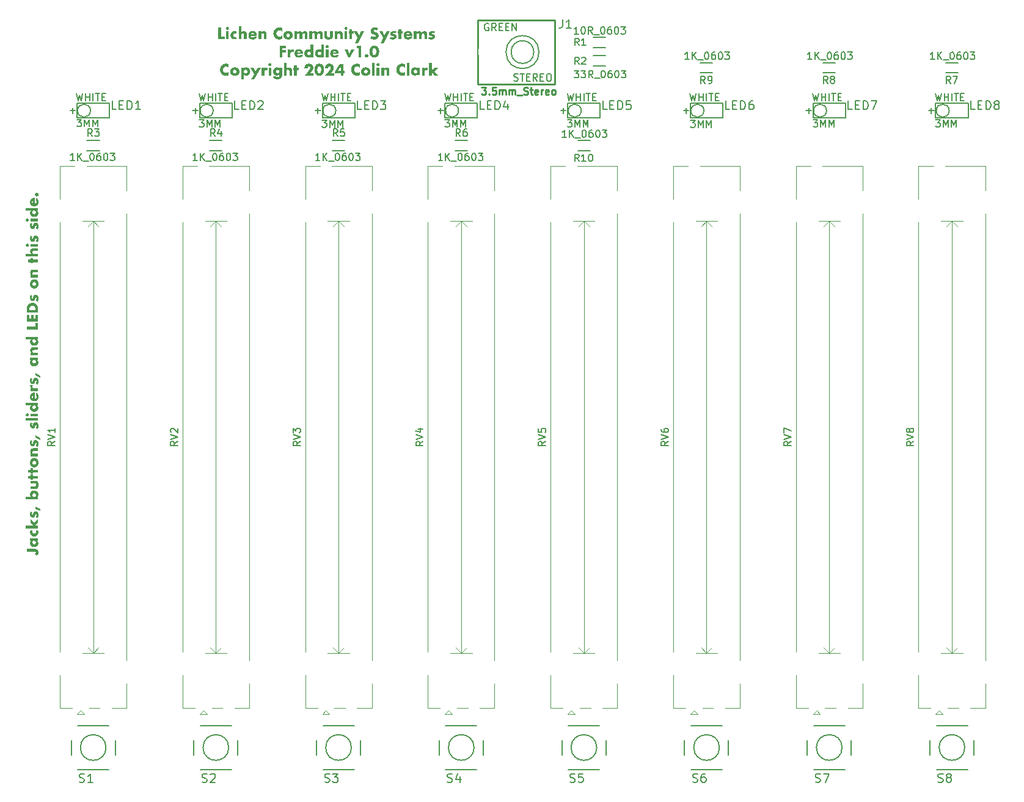
<source format=gto>
%TF.GenerationSoftware,KiCad,Pcbnew,7.0.8*%
%TF.CreationDate,2024-02-25T18:23:33-05:00*%
%TF.ProjectId,lichen-freddie-board,6c696368-656e-42d6-9672-65646469652d,1.0*%
%TF.SameCoordinates,Original*%
%TF.FileFunction,Legend,Top*%
%TF.FilePolarity,Positive*%
%FSLAX46Y46*%
G04 Gerber Fmt 4.6, Leading zero omitted, Abs format (unit mm)*
G04 Created by KiCad (PCBNEW 7.0.8) date 2024-02-25 18:23:33*
%MOMM*%
%LPD*%
G01*
G04 APERTURE LIST*
%ADD10C,0.300000*%
%ADD11C,0.375000*%
%ADD12C,0.150000*%
%ADD13C,0.152400*%
%ADD14C,0.250000*%
%ADD15C,0.120000*%
%ADD16C,0.127000*%
%ADD17C,0.203200*%
%ADD18C,0.254000*%
%ADD19R,1.000000X1.000000*%
%ADD20R,1.750000X1.750000*%
%ADD21C,1.750000*%
%ADD22C,2.700000*%
%ADD23C,1.371600*%
%ADD24C,2.032000*%
%ADD25C,1.930400*%
%ADD26R,1.700000X1.700000*%
%ADD27C,1.700000*%
%ADD28C,2.082800*%
G04 APERTURE END LIST*
D10*
G36*
X102230582Y-185039542D02*
G01*
X103338468Y-185039542D01*
X103355796Y-185039657D01*
X103372792Y-185040000D01*
X103389455Y-185040573D01*
X103405787Y-185041374D01*
X103421787Y-185042405D01*
X103437455Y-185043664D01*
X103452791Y-185045152D01*
X103467794Y-185046870D01*
X103485816Y-185049383D01*
X103503014Y-185052344D01*
X103519389Y-185055752D01*
X103534942Y-185059607D01*
X103549672Y-185063909D01*
X103563579Y-185068658D01*
X103568911Y-185070683D01*
X103585678Y-185077684D01*
X103602090Y-185085315D01*
X103618147Y-185093575D01*
X103633849Y-185102465D01*
X103649196Y-185111985D01*
X103664188Y-185122135D01*
X103678826Y-185132914D01*
X103693108Y-185144323D01*
X103706858Y-185156207D01*
X103720082Y-185168594D01*
X103732779Y-185181486D01*
X103744949Y-185194881D01*
X103756592Y-185208780D01*
X103767709Y-185223183D01*
X103778300Y-185238089D01*
X103788363Y-185253499D01*
X103797894Y-185269281D01*
X103806887Y-185285487D01*
X103815342Y-185302117D01*
X103823259Y-185319170D01*
X103830638Y-185336647D01*
X103837479Y-185354547D01*
X103843781Y-185372871D01*
X103848155Y-185386892D01*
X103849546Y-185391618D01*
X103853540Y-185405837D01*
X103857141Y-185420191D01*
X103860349Y-185434680D01*
X103863164Y-185449304D01*
X103865587Y-185464063D01*
X103867617Y-185478958D01*
X103869253Y-185493988D01*
X103870497Y-185509153D01*
X103871349Y-185524453D01*
X103871807Y-185539889D01*
X103871894Y-185550254D01*
X103871667Y-185565871D01*
X103870987Y-185581305D01*
X103869853Y-185596557D01*
X103868265Y-185611626D01*
X103866223Y-185626513D01*
X103863728Y-185641217D01*
X103860779Y-185655739D01*
X103857377Y-185670078D01*
X103853521Y-185684235D01*
X103844448Y-185712002D01*
X103833560Y-185739038D01*
X103820857Y-185765345D01*
X103813825Y-185778224D01*
X103806340Y-185790922D01*
X103798401Y-185803436D01*
X103790008Y-185815768D01*
X103781162Y-185827918D01*
X103771862Y-185839886D01*
X103762108Y-185851670D01*
X103751901Y-185863273D01*
X103741239Y-185874693D01*
X103730125Y-185885930D01*
X103718556Y-185896985D01*
X103706534Y-185907858D01*
X103694059Y-185918548D01*
X103681129Y-185929055D01*
X103667746Y-185939380D01*
X103653910Y-185949523D01*
X103639619Y-185959483D01*
X103363014Y-185690572D01*
X103380594Y-185687612D01*
X103397246Y-185683863D01*
X103412971Y-185679323D01*
X103427769Y-185673994D01*
X103441639Y-185667874D01*
X103454582Y-185660965D01*
X103469457Y-185651217D01*
X103477686Y-185644776D01*
X103489929Y-185633145D01*
X103500097Y-185620691D01*
X103508190Y-185607413D01*
X103514208Y-185593313D01*
X103518151Y-185578391D01*
X103520018Y-185562645D01*
X103520184Y-185556116D01*
X103518562Y-185535492D01*
X103513693Y-185516896D01*
X103505579Y-185500330D01*
X103494218Y-185485791D01*
X103479612Y-185473282D01*
X103461761Y-185462800D01*
X103448056Y-185456940D01*
X103432910Y-185451981D01*
X103416320Y-185447924D01*
X103398288Y-185444768D01*
X103378814Y-185442514D01*
X103357897Y-185441162D01*
X103335537Y-185440711D01*
X102230582Y-185440711D01*
X102230582Y-185039542D01*
G37*
G36*
X103801552Y-183906378D02*
G01*
X103684682Y-183906378D01*
X103704513Y-183921825D01*
X103723064Y-183937942D01*
X103740336Y-183954729D01*
X103756329Y-183972186D01*
X103771042Y-183990312D01*
X103784476Y-184009109D01*
X103796631Y-184028575D01*
X103807506Y-184048710D01*
X103817101Y-184069516D01*
X103825417Y-184090991D01*
X103832454Y-184113136D01*
X103838212Y-184135951D01*
X103842689Y-184159435D01*
X103845888Y-184183590D01*
X103847807Y-184208414D01*
X103848447Y-184233907D01*
X103848067Y-184255653D01*
X103846927Y-184277064D01*
X103845027Y-184298140D01*
X103842367Y-184318881D01*
X103838948Y-184339287D01*
X103834768Y-184359359D01*
X103829829Y-184379095D01*
X103824129Y-184398497D01*
X103817670Y-184417563D01*
X103810451Y-184436295D01*
X103805216Y-184448597D01*
X103796801Y-184466722D01*
X103787768Y-184484416D01*
X103778116Y-184501679D01*
X103767847Y-184518509D01*
X103756959Y-184534909D01*
X103745453Y-184550877D01*
X103733328Y-184566413D01*
X103720586Y-184581518D01*
X103707225Y-184596192D01*
X103693246Y-184610434D01*
X103683583Y-184619689D01*
X103668576Y-184633076D01*
X103653092Y-184645895D01*
X103637131Y-184658149D01*
X103620694Y-184669835D01*
X103603781Y-184680955D01*
X103586390Y-184691508D01*
X103568524Y-184701494D01*
X103550181Y-184710914D01*
X103531361Y-184719767D01*
X103512064Y-184728053D01*
X103498935Y-184733262D01*
X103478912Y-184740529D01*
X103458548Y-184747082D01*
X103437842Y-184752920D01*
X103416795Y-184758043D01*
X103395407Y-184762451D01*
X103380958Y-184764993D01*
X103366358Y-184767217D01*
X103351606Y-184769123D01*
X103336703Y-184770712D01*
X103321648Y-184771982D01*
X103306441Y-184772935D01*
X103291082Y-184773571D01*
X103275572Y-184773889D01*
X103267759Y-184773928D01*
X103246018Y-184773581D01*
X103224483Y-184772537D01*
X103203153Y-184770798D01*
X103182030Y-184768364D01*
X103161113Y-184765234D01*
X103140402Y-184761409D01*
X103119897Y-184756888D01*
X103099598Y-184751672D01*
X103079505Y-184745760D01*
X103059619Y-184739152D01*
X103046475Y-184734361D01*
X103027061Y-184726603D01*
X103008110Y-184718304D01*
X102989623Y-184709464D01*
X102971600Y-184700083D01*
X102954040Y-184690161D01*
X102936944Y-184679698D01*
X102920312Y-184668694D01*
X102904143Y-184657150D01*
X102888438Y-184645064D01*
X102873197Y-184632437D01*
X102863293Y-184623719D01*
X102848817Y-184610223D01*
X102834927Y-184596250D01*
X102821623Y-184581801D01*
X102808905Y-184566875D01*
X102796773Y-184551473D01*
X102785228Y-184535594D01*
X102774268Y-184519239D01*
X102763894Y-184502407D01*
X102754106Y-184485098D01*
X102744905Y-184467313D01*
X102739096Y-184455191D01*
X102730977Y-184436598D01*
X102723657Y-184417638D01*
X102717135Y-184398310D01*
X102711412Y-184378616D01*
X102706488Y-184358554D01*
X102702362Y-184338125D01*
X102699035Y-184317329D01*
X102696506Y-184296166D01*
X102694776Y-184274636D01*
X102693844Y-184252739D01*
X102693667Y-184237937D01*
X102694215Y-184213201D01*
X102695859Y-184188999D01*
X102698600Y-184165333D01*
X102702436Y-184142202D01*
X102704411Y-184133157D01*
X103027791Y-184133157D01*
X103028256Y-184148910D01*
X103029651Y-184164341D01*
X103031977Y-184179450D01*
X103035233Y-184194237D01*
X103039419Y-184208702D01*
X103044535Y-184222845D01*
X103046842Y-184228412D01*
X103053038Y-184241855D01*
X103061419Y-184257208D01*
X103070830Y-184271711D01*
X103081271Y-184285364D01*
X103092743Y-184298167D01*
X103098866Y-184304249D01*
X103111703Y-184315614D01*
X103125209Y-184326077D01*
X103139386Y-184335638D01*
X103154232Y-184344298D01*
X103169748Y-184352056D01*
X103175069Y-184354441D01*
X103191289Y-184360667D01*
X103208076Y-184365604D01*
X103222498Y-184368734D01*
X103237314Y-184370971D01*
X103252523Y-184372312D01*
X103268126Y-184372759D01*
X103284213Y-184372312D01*
X103299961Y-184370971D01*
X103315369Y-184368734D01*
X103330436Y-184365604D01*
X103345164Y-184361579D01*
X103359552Y-184356659D01*
X103365212Y-184354441D01*
X103379008Y-184348289D01*
X103392232Y-184341511D01*
X103404883Y-184334107D01*
X103419308Y-184324395D01*
X103432910Y-184313782D01*
X103443614Y-184304249D01*
X103455601Y-184291872D01*
X103466558Y-184278644D01*
X103476484Y-184264566D01*
X103485380Y-184249638D01*
X103492006Y-184236549D01*
X103495638Y-184228412D01*
X103501021Y-184214398D01*
X103505491Y-184200062D01*
X103509049Y-184185403D01*
X103511695Y-184170423D01*
X103513429Y-184155121D01*
X103514250Y-184139497D01*
X103514323Y-184133157D01*
X103513866Y-184117844D01*
X103512498Y-184102818D01*
X103510217Y-184088077D01*
X103507024Y-184073623D01*
X103502918Y-184059455D01*
X103497901Y-184045573D01*
X103495638Y-184040101D01*
X103489441Y-184026657D01*
X103481061Y-184011304D01*
X103471650Y-183996801D01*
X103461208Y-183983149D01*
X103449737Y-183970346D01*
X103443614Y-183964263D01*
X103430739Y-183952749D01*
X103417116Y-183942110D01*
X103402746Y-183932347D01*
X103387629Y-183923459D01*
X103374461Y-183916723D01*
X103366311Y-183912972D01*
X103352421Y-183907378D01*
X103338226Y-183902733D01*
X103323727Y-183899035D01*
X103308924Y-183896286D01*
X103293817Y-183894484D01*
X103278405Y-183893631D01*
X103272156Y-183893555D01*
X103256605Y-183894029D01*
X103241323Y-183895451D01*
X103226308Y-183897821D01*
X103211563Y-183901140D01*
X103197085Y-183905406D01*
X103182876Y-183910621D01*
X103177267Y-183912972D01*
X103163472Y-183919344D01*
X103150248Y-183926325D01*
X103137597Y-183933913D01*
X103123171Y-183943822D01*
X103109570Y-183954607D01*
X103098866Y-183964263D01*
X103086879Y-183976641D01*
X103075922Y-183989869D01*
X103065996Y-184003947D01*
X103057100Y-184018874D01*
X103050474Y-184031964D01*
X103046842Y-184040101D01*
X103041353Y-184053868D01*
X103036795Y-184067921D01*
X103033168Y-184082261D01*
X103030470Y-184096887D01*
X103028702Y-184111799D01*
X103027865Y-184126998D01*
X103027791Y-184133157D01*
X102704411Y-184133157D01*
X102707370Y-184119606D01*
X102713399Y-184097545D01*
X102720524Y-184076020D01*
X102728746Y-184055030D01*
X102738064Y-184034575D01*
X102748478Y-184014656D01*
X102759989Y-183995271D01*
X102772595Y-183976422D01*
X102786298Y-183958108D01*
X102801097Y-183940329D01*
X102816993Y-183923086D01*
X102833984Y-183906378D01*
X102722976Y-183906378D01*
X102722976Y-183531221D01*
X103801552Y-183531221D01*
X103801552Y-183906378D01*
G37*
G36*
X103094469Y-182446782D02*
G01*
X103086395Y-182459016D01*
X103075260Y-182477387D01*
X103065297Y-182495784D01*
X103056507Y-182514206D01*
X103048888Y-182532655D01*
X103042442Y-182551129D01*
X103037167Y-182569629D01*
X103033065Y-182588155D01*
X103030135Y-182606706D01*
X103028377Y-182625283D01*
X103027791Y-182643886D01*
X103028256Y-182660652D01*
X103029651Y-182677060D01*
X103031977Y-182693109D01*
X103035233Y-182708802D01*
X103039419Y-182724136D01*
X103044535Y-182739113D01*
X103046842Y-182745003D01*
X103053065Y-182759266D01*
X103060058Y-182772974D01*
X103067820Y-182786128D01*
X103076351Y-182798727D01*
X103085652Y-182810771D01*
X103095721Y-182822261D01*
X103099965Y-182826702D01*
X103111040Y-182837317D01*
X103122741Y-182847181D01*
X103135068Y-182856294D01*
X103148021Y-182864655D01*
X103161601Y-182872265D01*
X103175806Y-182879124D01*
X103181664Y-182881657D01*
X103196587Y-182887356D01*
X103212046Y-182892090D01*
X103228043Y-182895857D01*
X103244575Y-182898658D01*
X103261645Y-182900494D01*
X103279251Y-182901363D01*
X103286444Y-182901441D01*
X103303852Y-182900958D01*
X103320812Y-182899509D01*
X103337325Y-182897094D01*
X103353391Y-182893713D01*
X103369010Y-182889366D01*
X103384182Y-182884053D01*
X103390125Y-182881657D01*
X103404476Y-182875126D01*
X103418218Y-182867897D01*
X103431352Y-182859970D01*
X103443878Y-182851346D01*
X103455795Y-182842024D01*
X103467105Y-182832004D01*
X103471458Y-182827801D01*
X103481844Y-182816823D01*
X103491479Y-182805183D01*
X103500363Y-182792880D01*
X103508495Y-182779916D01*
X103515876Y-182766290D01*
X103522506Y-182752003D01*
X103524947Y-182746102D01*
X103530330Y-182730952D01*
X103534800Y-182715498D01*
X103538358Y-182699739D01*
X103541004Y-182683677D01*
X103542738Y-182667311D01*
X103543559Y-182650640D01*
X103543632Y-182643886D01*
X103542988Y-182624225D01*
X103541056Y-182604809D01*
X103537836Y-182585637D01*
X103533328Y-182566710D01*
X103527532Y-182548027D01*
X103520448Y-182529589D01*
X103512076Y-182511396D01*
X103502416Y-182493448D01*
X103491468Y-182475745D01*
X103479232Y-182458286D01*
X103470359Y-182446782D01*
X103788729Y-182446782D01*
X103795961Y-182464355D01*
X103802726Y-182481810D01*
X103809024Y-182499148D01*
X103814856Y-182516369D01*
X103820221Y-182533472D01*
X103825120Y-182550458D01*
X103829552Y-182567326D01*
X103833517Y-182584077D01*
X103837017Y-182600711D01*
X103840049Y-182617228D01*
X103842615Y-182633627D01*
X103844714Y-182649909D01*
X103846347Y-182666073D01*
X103847514Y-182682120D01*
X103848214Y-182698050D01*
X103848447Y-182713862D01*
X103848291Y-182728518D01*
X103847472Y-182750336D01*
X103845951Y-182771954D01*
X103843728Y-182793372D01*
X103840803Y-182814591D01*
X103837176Y-182835610D01*
X103832848Y-182856429D01*
X103827817Y-182877049D01*
X103822084Y-182897469D01*
X103815650Y-182917690D01*
X103808513Y-182937711D01*
X103800720Y-182957413D01*
X103792314Y-182976677D01*
X103783297Y-182995503D01*
X103773668Y-183013891D01*
X103763428Y-183031842D01*
X103752575Y-183049354D01*
X103741111Y-183066429D01*
X103729035Y-183083066D01*
X103716347Y-183099264D01*
X103703047Y-183115025D01*
X103693841Y-183125289D01*
X103679501Y-183140184D01*
X103664646Y-183154505D01*
X103649276Y-183168254D01*
X103633391Y-183181429D01*
X103616990Y-183194031D01*
X103600075Y-183206060D01*
X103582644Y-183217515D01*
X103564698Y-183228398D01*
X103546236Y-183238707D01*
X103527260Y-183248443D01*
X103514323Y-183254616D01*
X103494532Y-183263193D01*
X103474317Y-183270926D01*
X103453677Y-183277816D01*
X103432612Y-183283862D01*
X103418332Y-183287424D01*
X103403864Y-183290611D01*
X103389206Y-183293423D01*
X103374360Y-183295860D01*
X103359325Y-183297923D01*
X103344101Y-183299610D01*
X103328688Y-183300922D01*
X103313086Y-183301860D01*
X103297295Y-183302422D01*
X103281315Y-183302609D01*
X103265371Y-183302429D01*
X103249596Y-183301888D01*
X103233990Y-183300987D01*
X103218552Y-183299724D01*
X103203284Y-183298101D01*
X103188184Y-183296118D01*
X103173253Y-183293774D01*
X103158491Y-183291069D01*
X103143898Y-183288003D01*
X103129474Y-183284577D01*
X103115219Y-183280791D01*
X103101132Y-183276643D01*
X103080319Y-183269746D01*
X103059886Y-183262037D01*
X103046475Y-183256448D01*
X103026746Y-183247496D01*
X103007539Y-183237952D01*
X102988854Y-183227815D01*
X102970690Y-183217086D01*
X102953047Y-183205765D01*
X102935926Y-183193851D01*
X102919327Y-183181344D01*
X102903250Y-183168245D01*
X102887694Y-183154554D01*
X102872660Y-183140270D01*
X102862927Y-183130418D01*
X102848798Y-183115110D01*
X102835261Y-183099274D01*
X102822316Y-183082910D01*
X102809964Y-183066018D01*
X102798205Y-183048598D01*
X102787038Y-183030650D01*
X102776464Y-183012173D01*
X102766482Y-182993169D01*
X102757092Y-182973636D01*
X102748295Y-182953576D01*
X102742759Y-182939909D01*
X102737524Y-182926063D01*
X102732627Y-182912094D01*
X102728068Y-182898002D01*
X102723846Y-182883786D01*
X102719962Y-182869448D01*
X102716416Y-182854987D01*
X102713207Y-182840402D01*
X102710336Y-182825695D01*
X102707803Y-182810864D01*
X102705608Y-182795910D01*
X102703750Y-182780834D01*
X102702230Y-182765634D01*
X102701048Y-182750311D01*
X102700204Y-182734865D01*
X102699697Y-182719296D01*
X102699528Y-182703604D01*
X102699767Y-182686286D01*
X102700484Y-182669137D01*
X102701679Y-182652157D01*
X102703352Y-182635346D01*
X102705503Y-182618703D01*
X102708132Y-182602230D01*
X102711239Y-182585925D01*
X102714824Y-182569789D01*
X102718887Y-182553822D01*
X102723428Y-182538024D01*
X102728447Y-182522395D01*
X102733944Y-182506935D01*
X102739919Y-182491643D01*
X102746372Y-182476521D01*
X102753302Y-182461567D01*
X102760711Y-182446782D01*
X103094469Y-182446782D01*
G37*
G36*
X102066451Y-181799050D02*
G01*
X103135502Y-181799050D01*
X102746423Y-181400080D01*
X102746423Y-180879476D01*
X103244678Y-181419131D01*
X103825000Y-180847969D01*
X103825000Y-181381029D01*
X103385729Y-181799050D01*
X103825000Y-181799050D01*
X103825000Y-182174207D01*
X102066451Y-182174207D01*
X102066451Y-181799050D01*
G37*
G36*
X103012770Y-179975289D02*
G01*
X103006071Y-179988600D01*
X102999804Y-180001879D01*
X102991214Y-180021739D01*
X102983597Y-180041528D01*
X102976952Y-180061246D01*
X102971279Y-180080894D01*
X102966579Y-180100470D01*
X102962851Y-180119976D01*
X102960096Y-180139411D01*
X102958313Y-180158775D01*
X102957503Y-180178068D01*
X102957449Y-180184483D01*
X102957977Y-180200803D01*
X102959560Y-180216103D01*
X102962853Y-180233118D01*
X102967666Y-180248664D01*
X102973998Y-180262742D01*
X102979064Y-180271311D01*
X102989222Y-180284159D01*
X103000783Y-180293851D01*
X103015712Y-180301064D01*
X103030278Y-180303994D01*
X103036950Y-180304284D01*
X103052538Y-180303302D01*
X103066917Y-180299776D01*
X103068457Y-180299155D01*
X103080603Y-180289983D01*
X103089473Y-180277946D01*
X103090806Y-180275708D01*
X103097893Y-180261123D01*
X103103371Y-180246227D01*
X103107996Y-180230748D01*
X103110223Y-180222219D01*
X103114120Y-180205762D01*
X103117795Y-180189954D01*
X103121094Y-180175580D01*
X103124607Y-180160115D01*
X103128335Y-180143559D01*
X103131472Y-180129528D01*
X103135699Y-180109878D01*
X103140322Y-180090860D01*
X103145339Y-180072474D01*
X103150752Y-180054721D01*
X103156559Y-180037601D01*
X103162762Y-180021113D01*
X103169359Y-180005258D01*
X103176352Y-179990035D01*
X103183739Y-179975445D01*
X103191521Y-179961487D01*
X103199699Y-179948162D01*
X103208271Y-179935470D01*
X103217238Y-179923410D01*
X103226601Y-179911983D01*
X103241385Y-179896027D01*
X103246510Y-179891025D01*
X103262372Y-179876883D01*
X103279045Y-179864132D01*
X103296530Y-179852772D01*
X103314826Y-179842803D01*
X103333933Y-179834225D01*
X103353852Y-179827038D01*
X103374583Y-179821242D01*
X103396124Y-179816837D01*
X103410936Y-179814673D01*
X103426109Y-179813127D01*
X103441642Y-179812200D01*
X103457536Y-179811891D01*
X103475501Y-179812226D01*
X103493124Y-179813230D01*
X103510405Y-179814905D01*
X103527346Y-179817249D01*
X103543945Y-179820263D01*
X103560203Y-179823946D01*
X103576119Y-179828300D01*
X103591694Y-179833323D01*
X103606928Y-179839016D01*
X103621820Y-179845379D01*
X103631559Y-179849993D01*
X103645838Y-179857397D01*
X103659685Y-179865324D01*
X103673100Y-179873772D01*
X103686084Y-179882742D01*
X103698637Y-179892234D01*
X103710758Y-179902247D01*
X103722448Y-179912781D01*
X103733706Y-179923838D01*
X103744533Y-179935416D01*
X103754928Y-179947516D01*
X103761618Y-179955872D01*
X103771236Y-179968822D01*
X103780440Y-179982254D01*
X103789233Y-179996170D01*
X103797614Y-180010569D01*
X103805582Y-180025451D01*
X103813138Y-180040815D01*
X103820283Y-180056663D01*
X103827015Y-180072994D01*
X103833334Y-180089808D01*
X103839242Y-180107104D01*
X103842951Y-180118904D01*
X103848124Y-180136866D01*
X103852787Y-180155170D01*
X103856942Y-180173815D01*
X103860588Y-180192801D01*
X103863726Y-180212128D01*
X103866354Y-180231797D01*
X103868474Y-180251807D01*
X103870085Y-180272159D01*
X103871188Y-180292851D01*
X103871781Y-180313886D01*
X103871894Y-180328098D01*
X103871413Y-180355551D01*
X103869971Y-180382955D01*
X103867566Y-180410311D01*
X103864200Y-180437618D01*
X103859873Y-180464876D01*
X103854583Y-180492086D01*
X103848332Y-180519247D01*
X103841120Y-180546359D01*
X103832945Y-180573423D01*
X103823809Y-180600438D01*
X103813711Y-180627405D01*
X103802651Y-180654322D01*
X103796761Y-180667763D01*
X103790630Y-180681191D01*
X103784259Y-180694608D01*
X103777647Y-180708012D01*
X103770795Y-180721404D01*
X103763702Y-180734784D01*
X103756369Y-180748151D01*
X103748796Y-180761507D01*
X103477320Y-180623021D01*
X103491028Y-180602480D01*
X103503853Y-180582074D01*
X103515792Y-180561803D01*
X103526848Y-180541665D01*
X103537019Y-180521663D01*
X103546305Y-180501795D01*
X103554707Y-180482061D01*
X103562225Y-180462462D01*
X103568858Y-180442997D01*
X103574607Y-180423667D01*
X103579471Y-180404472D01*
X103583451Y-180385411D01*
X103586546Y-180366485D01*
X103588758Y-180347693D01*
X103590084Y-180329035D01*
X103590526Y-180310512D01*
X103589954Y-180294051D01*
X103588237Y-180278556D01*
X103585374Y-180264026D01*
X103580428Y-180247866D01*
X103573834Y-180233097D01*
X103567079Y-180221852D01*
X103557711Y-180210024D01*
X103545675Y-180199318D01*
X103532446Y-180191942D01*
X103518026Y-180187897D01*
X103506995Y-180187048D01*
X103491917Y-180187820D01*
X103477191Y-180190676D01*
X103471824Y-180192543D01*
X103458452Y-180200695D01*
X103448396Y-180211769D01*
X103446179Y-180214891D01*
X103438170Y-180228678D01*
X103432068Y-180242855D01*
X103426985Y-180257647D01*
X103424563Y-180265816D01*
X103420343Y-180281526D01*
X103416643Y-180296527D01*
X103412864Y-180312945D01*
X103409657Y-180327709D01*
X103406396Y-180343456D01*
X103404413Y-180353377D01*
X103399653Y-180375621D01*
X103394625Y-180397014D01*
X103389327Y-180417558D01*
X103383760Y-180437252D01*
X103377923Y-180456095D01*
X103371818Y-180474088D01*
X103365444Y-180491232D01*
X103358801Y-180507525D01*
X103351889Y-180522968D01*
X103344707Y-180537561D01*
X103337257Y-180551304D01*
X103329538Y-180564197D01*
X103317454Y-180581942D01*
X103304765Y-180597775D01*
X103295969Y-180607267D01*
X103282088Y-180620166D01*
X103267234Y-180631795D01*
X103251408Y-180642156D01*
X103234609Y-180651248D01*
X103216838Y-180659072D01*
X103198094Y-180665627D01*
X103178378Y-180670913D01*
X103157690Y-180674930D01*
X103136029Y-180677679D01*
X103121048Y-180678807D01*
X103105635Y-180679371D01*
X103097766Y-180679441D01*
X103080620Y-180679145D01*
X103063802Y-180678256D01*
X103047312Y-180676775D01*
X103031151Y-180674701D01*
X103015318Y-180672035D01*
X102999814Y-180668777D01*
X102984638Y-180664925D01*
X102969791Y-180660482D01*
X102955272Y-180655446D01*
X102941081Y-180649817D01*
X102931803Y-180645736D01*
X102918127Y-180639090D01*
X102904850Y-180631928D01*
X102891972Y-180624252D01*
X102879493Y-180616060D01*
X102867414Y-180607353D01*
X102855734Y-180598131D01*
X102844453Y-180588394D01*
X102833572Y-180578142D01*
X102823090Y-180567374D01*
X102813007Y-180556091D01*
X102806507Y-180548283D01*
X102797096Y-180536102D01*
X102788097Y-180523463D01*
X102779510Y-180510367D01*
X102771336Y-180496814D01*
X102763574Y-180482804D01*
X102756223Y-180468337D01*
X102749285Y-180453412D01*
X102742759Y-180438030D01*
X102736646Y-180422191D01*
X102730944Y-180405894D01*
X102727372Y-180394776D01*
X102722396Y-180377701D01*
X102717910Y-180360271D01*
X102713913Y-180342487D01*
X102710405Y-180324348D01*
X102707387Y-180305856D01*
X102704858Y-180287009D01*
X102702819Y-180267808D01*
X102701269Y-180248253D01*
X102700208Y-180228344D01*
X102699637Y-180208081D01*
X102699528Y-180194375D01*
X102699795Y-180171929D01*
X102700593Y-180149564D01*
X102701924Y-180127279D01*
X102703787Y-180105074D01*
X102706183Y-180082949D01*
X102709111Y-180060904D01*
X102712572Y-180038939D01*
X102716564Y-180017055D01*
X102721090Y-179995250D01*
X102726147Y-179973526D01*
X102731737Y-179951882D01*
X102737859Y-179930318D01*
X102744514Y-179908834D01*
X102751701Y-179887430D01*
X102759420Y-179866107D01*
X102767672Y-179844863D01*
X103012770Y-179975289D01*
G37*
G36*
X103426395Y-179504145D02*
G01*
X103426395Y-179146939D01*
X104129815Y-179533454D01*
X104129815Y-179777086D01*
X103426395Y-179504145D01*
G37*
G36*
X103282815Y-176917776D02*
G01*
X103297756Y-176918265D01*
X103312582Y-176919081D01*
X103327294Y-176920223D01*
X103341891Y-176921692D01*
X103363572Y-176924506D01*
X103384996Y-176928054D01*
X103406162Y-176932337D01*
X103427071Y-176937354D01*
X103447722Y-176943105D01*
X103468115Y-176949590D01*
X103488251Y-176956809D01*
X103494905Y-176959378D01*
X103514516Y-176967437D01*
X103533644Y-176976088D01*
X103552289Y-176985332D01*
X103570451Y-176995168D01*
X103588130Y-177005596D01*
X103605325Y-177016617D01*
X103622038Y-177028231D01*
X103638268Y-177040437D01*
X103654015Y-177053235D01*
X103669279Y-177066626D01*
X103679187Y-177075882D01*
X103693597Y-177090131D01*
X103707428Y-177104849D01*
X103720679Y-177120038D01*
X103733351Y-177135697D01*
X103745443Y-177151826D01*
X103756956Y-177168425D01*
X103767889Y-177185494D01*
X103778242Y-177203034D01*
X103788016Y-177221043D01*
X103797210Y-177239523D01*
X103803018Y-177252103D01*
X103811136Y-177271270D01*
X103818456Y-177290713D01*
X103824978Y-177310434D01*
X103830701Y-177330431D01*
X103835625Y-177350705D01*
X103839751Y-177371256D01*
X103843079Y-177392084D01*
X103845607Y-177413189D01*
X103847338Y-177434571D01*
X103848269Y-177456230D01*
X103848447Y-177470823D01*
X103847861Y-177497215D01*
X103846106Y-177522904D01*
X103843179Y-177547888D01*
X103839082Y-177572168D01*
X103833814Y-177595745D01*
X103827375Y-177618617D01*
X103819766Y-177640784D01*
X103810986Y-177662248D01*
X103801036Y-177683008D01*
X103789914Y-177703064D01*
X103777623Y-177722415D01*
X103764160Y-177741062D01*
X103749527Y-177759006D01*
X103733723Y-177776245D01*
X103716749Y-177792780D01*
X103698604Y-177808611D01*
X103825000Y-177808611D01*
X103825000Y-178183768D01*
X102066451Y-178183768D01*
X102066451Y-177808611D01*
X102837281Y-177808611D01*
X102819891Y-177791261D01*
X102803622Y-177773377D01*
X102788475Y-177754957D01*
X102774450Y-177736002D01*
X102761547Y-177716512D01*
X102749766Y-177696486D01*
X102739107Y-177675925D01*
X102729570Y-177654829D01*
X102721155Y-177633198D01*
X102713862Y-177611032D01*
X102707692Y-177588330D01*
X102703733Y-177570108D01*
X103027791Y-177570108D01*
X103028256Y-177585993D01*
X103029651Y-177601592D01*
X103031977Y-177616905D01*
X103035233Y-177631932D01*
X103039419Y-177646672D01*
X103044535Y-177661126D01*
X103046842Y-177666828D01*
X103053038Y-177680624D01*
X103059951Y-177693847D01*
X103067579Y-177706498D01*
X103075922Y-177718577D01*
X103086879Y-177732315D01*
X103096796Y-177743135D01*
X103098866Y-177745230D01*
X103109570Y-177755335D01*
X103120847Y-177764815D01*
X103132697Y-177773668D01*
X103145119Y-177781895D01*
X103158113Y-177789496D01*
X103171680Y-177796471D01*
X103177267Y-177799085D01*
X103191369Y-177804890D01*
X103205739Y-177809711D01*
X103220378Y-177813548D01*
X103235285Y-177816402D01*
X103250460Y-177818271D01*
X103265903Y-177819157D01*
X103272156Y-177819235D01*
X103287689Y-177818770D01*
X103302918Y-177817375D01*
X103317842Y-177815049D01*
X103332463Y-177811794D01*
X103346779Y-177807608D01*
X103360792Y-177802491D01*
X103366311Y-177800184D01*
X103379764Y-177793750D01*
X103392644Y-177786582D01*
X103407344Y-177777012D01*
X103421220Y-177766386D01*
X103434272Y-177754704D01*
X103442515Y-177746329D01*
X103452286Y-177735281D01*
X103461449Y-177723660D01*
X103470003Y-177711467D01*
X103477949Y-177698702D01*
X103485288Y-177685364D01*
X103492017Y-177671453D01*
X103494539Y-177665729D01*
X103500238Y-177651169D01*
X103504972Y-177636341D01*
X103508739Y-177621244D01*
X103511541Y-177605880D01*
X103513376Y-177590247D01*
X103514245Y-177574345D01*
X103514323Y-177567909D01*
X103513866Y-177552033D01*
X103512498Y-177536461D01*
X103510217Y-177521193D01*
X103507024Y-177506229D01*
X103502918Y-177491569D01*
X103497901Y-177477213D01*
X103495638Y-177471556D01*
X103489441Y-177457654D01*
X103482529Y-177444343D01*
X103474901Y-177431622D01*
X103466558Y-177419492D01*
X103457499Y-177407952D01*
X103447724Y-177397002D01*
X103443614Y-177392787D01*
X103432936Y-177382691D01*
X103419438Y-177371425D01*
X103407619Y-177362745D01*
X103395281Y-177354710D01*
X103382424Y-177347318D01*
X103369049Y-177340570D01*
X103366311Y-177339298D01*
X103352465Y-177333388D01*
X103338405Y-177328479D01*
X103324129Y-177324572D01*
X103309639Y-177321667D01*
X103294935Y-177319764D01*
X103280015Y-177318862D01*
X103273988Y-177318782D01*
X103258533Y-177319256D01*
X103243312Y-177320678D01*
X103228323Y-177323048D01*
X103213566Y-177326367D01*
X103199042Y-177330633D01*
X103184751Y-177335848D01*
X103179099Y-177338199D01*
X103165312Y-177344528D01*
X103152116Y-177351609D01*
X103139509Y-177359440D01*
X103127493Y-177368023D01*
X103116068Y-177377358D01*
X103105233Y-177387444D01*
X103101064Y-177391688D01*
X103090976Y-177402719D01*
X103081551Y-177414285D01*
X103072787Y-177426389D01*
X103064685Y-177439029D01*
X103057245Y-177452206D01*
X103050467Y-177465920D01*
X103047941Y-177471556D01*
X103042136Y-177485844D01*
X103037315Y-177500543D01*
X103033478Y-177515654D01*
X103030624Y-177531176D01*
X103028755Y-177547109D01*
X103027870Y-177563454D01*
X103027791Y-177570108D01*
X102703733Y-177570108D01*
X102702643Y-177565093D01*
X102698716Y-177541321D01*
X102695911Y-177517013D01*
X102694228Y-177492171D01*
X102693667Y-177466793D01*
X102693844Y-177451625D01*
X102694376Y-177436619D01*
X102695264Y-177421777D01*
X102696506Y-177407098D01*
X102699035Y-177385386D01*
X102702362Y-177364041D01*
X102706488Y-177343062D01*
X102711412Y-177322451D01*
X102717135Y-177302207D01*
X102723657Y-177282330D01*
X102730977Y-177262820D01*
X102739096Y-177243677D01*
X102747897Y-177224913D01*
X102757265Y-177206677D01*
X102767200Y-177188969D01*
X102777701Y-177171790D01*
X102788770Y-177155138D01*
X102800405Y-177139014D01*
X102812606Y-177123419D01*
X102825375Y-177108351D01*
X102838710Y-177093812D01*
X102852611Y-177079801D01*
X102862194Y-177070753D01*
X102876933Y-177057563D01*
X102892162Y-177044920D01*
X102907880Y-177032825D01*
X102924087Y-177021277D01*
X102940784Y-177010276D01*
X102957970Y-176999823D01*
X102975645Y-176989917D01*
X102993811Y-176980559D01*
X103012465Y-176971748D01*
X103031609Y-176963484D01*
X103044644Y-176958279D01*
X103064409Y-176951012D01*
X103084413Y-176944459D01*
X103104655Y-176938621D01*
X103125135Y-176933498D01*
X103145854Y-176929090D01*
X103166810Y-176925397D01*
X103188005Y-176922418D01*
X103209439Y-176920155D01*
X103231110Y-176918606D01*
X103253020Y-176917772D01*
X103267759Y-176917613D01*
X103282815Y-176917776D01*
G37*
G36*
X102746423Y-176337292D02*
G01*
X103364113Y-176337292D01*
X103388691Y-176336515D01*
X103411683Y-176334184D01*
X103433090Y-176330298D01*
X103452911Y-176324858D01*
X103471146Y-176317865D01*
X103487796Y-176309317D01*
X103502859Y-176299214D01*
X103516338Y-176287558D01*
X103528230Y-176274347D01*
X103538537Y-176259583D01*
X103547258Y-176243264D01*
X103554394Y-176225391D01*
X103559944Y-176205963D01*
X103563908Y-176184982D01*
X103566286Y-176162446D01*
X103567079Y-176138356D01*
X103566286Y-176114177D01*
X103563908Y-176091559D01*
X103559944Y-176070500D01*
X103554394Y-176051001D01*
X103547258Y-176033062D01*
X103538537Y-176016683D01*
X103528230Y-176001864D01*
X103516338Y-175988605D01*
X103502859Y-175976905D01*
X103487796Y-175966766D01*
X103471146Y-175958186D01*
X103452911Y-175951167D01*
X103433090Y-175945707D01*
X103411683Y-175941807D01*
X103388691Y-175939468D01*
X103364113Y-175938688D01*
X102746423Y-175938688D01*
X102746423Y-175563531D01*
X103431524Y-175563531D01*
X103458618Y-175564093D01*
X103484853Y-175565780D01*
X103510230Y-175568592D01*
X103534747Y-175572529D01*
X103558407Y-175577591D01*
X103581207Y-175583778D01*
X103603149Y-175591089D01*
X103624232Y-175599526D01*
X103644456Y-175609087D01*
X103663822Y-175619773D01*
X103682329Y-175631584D01*
X103699978Y-175644520D01*
X103716767Y-175658581D01*
X103732699Y-175673766D01*
X103747771Y-175690076D01*
X103761985Y-175707512D01*
X103775294Y-175726066D01*
X103787745Y-175745734D01*
X103799337Y-175766515D01*
X103810070Y-175788410D01*
X103819945Y-175811417D01*
X103828961Y-175835539D01*
X103837118Y-175860774D01*
X103844417Y-175887122D01*
X103850857Y-175914583D01*
X103856438Y-175943158D01*
X103858907Y-175957863D01*
X103861161Y-175972847D01*
X103863200Y-175988108D01*
X103865025Y-176003649D01*
X103866635Y-176019467D01*
X103868030Y-176035564D01*
X103869211Y-176051939D01*
X103870177Y-176068592D01*
X103870928Y-176085524D01*
X103871465Y-176102734D01*
X103871787Y-176120223D01*
X103871894Y-176137990D01*
X103871787Y-176155712D01*
X103871465Y-176173158D01*
X103870928Y-176190328D01*
X103870177Y-176207221D01*
X103869211Y-176223838D01*
X103868030Y-176240180D01*
X103866635Y-176256245D01*
X103865025Y-176272033D01*
X103863200Y-176287546D01*
X103861161Y-176302782D01*
X103858907Y-176317742D01*
X103856438Y-176332426D01*
X103853755Y-176346834D01*
X103847744Y-176374821D01*
X103840875Y-176401703D01*
X103833147Y-176427480D01*
X103824560Y-176452152D01*
X103815115Y-176475720D01*
X103804811Y-176498182D01*
X103793648Y-176519540D01*
X103781627Y-176539793D01*
X103768747Y-176558942D01*
X103761985Y-176568101D01*
X103747771Y-176585581D01*
X103732699Y-176601933D01*
X103716767Y-176617157D01*
X103699978Y-176631253D01*
X103682329Y-176644222D01*
X103663822Y-176656063D01*
X103644456Y-176666776D01*
X103624232Y-176676362D01*
X103603149Y-176684820D01*
X103581207Y-176692150D01*
X103558407Y-176698352D01*
X103534747Y-176703427D01*
X103510230Y-176707374D01*
X103484853Y-176710193D01*
X103458618Y-176711885D01*
X103431524Y-176712449D01*
X102746423Y-176712449D01*
X102746423Y-176337292D01*
G37*
G36*
X103074685Y-174909937D02*
G01*
X103825000Y-174909937D01*
X103825000Y-175285094D01*
X103074685Y-175285094D01*
X103074685Y-175402330D01*
X102746423Y-175402330D01*
X102746423Y-175285094D01*
X102418161Y-175285094D01*
X102418161Y-174909937D01*
X102746423Y-174909937D01*
X102746423Y-174675464D01*
X103074685Y-174675464D01*
X103074685Y-174909937D01*
G37*
G36*
X103074685Y-174070230D02*
G01*
X103825000Y-174070230D01*
X103825000Y-174445387D01*
X103074685Y-174445387D01*
X103074685Y-174562623D01*
X102746423Y-174562623D01*
X102746423Y-174445387D01*
X102418161Y-174445387D01*
X102418161Y-174070230D01*
X102746423Y-174070230D01*
X102746423Y-173835757D01*
X103074685Y-173835757D01*
X103074685Y-174070230D01*
G37*
G36*
X103302935Y-172422150D02*
G01*
X103318884Y-172422730D01*
X103334660Y-172423696D01*
X103350260Y-172425048D01*
X103365686Y-172426787D01*
X103380937Y-172428912D01*
X103396014Y-172431424D01*
X103410916Y-172434322D01*
X103425644Y-172437606D01*
X103440197Y-172441277D01*
X103454575Y-172445334D01*
X103468779Y-172449778D01*
X103482808Y-172454608D01*
X103496663Y-172459824D01*
X103510343Y-172465427D01*
X103523848Y-172471416D01*
X103537152Y-172477742D01*
X103556678Y-172487767D01*
X103575689Y-172498435D01*
X103594184Y-172509748D01*
X103612165Y-172521705D01*
X103629630Y-172534306D01*
X103646580Y-172547551D01*
X103663015Y-172561440D01*
X103678935Y-172575973D01*
X103694339Y-172591150D01*
X103709228Y-172606971D01*
X103723482Y-172623351D01*
X103737118Y-172640343D01*
X103750135Y-172657947D01*
X103758470Y-172670022D01*
X103766530Y-172682370D01*
X103774315Y-172694990D01*
X103781826Y-172707881D01*
X103789061Y-172721044D01*
X103796022Y-172734480D01*
X103802709Y-172748187D01*
X103809120Y-172762166D01*
X103815257Y-172776417D01*
X103821118Y-172790940D01*
X103826705Y-172805735D01*
X103829396Y-172813234D01*
X103834542Y-172828379D01*
X103839356Y-172843682D01*
X103843839Y-172859143D01*
X103847989Y-172874760D01*
X103851807Y-172890535D01*
X103855293Y-172906468D01*
X103858447Y-172922558D01*
X103861270Y-172938805D01*
X103863760Y-172955210D01*
X103865918Y-172971772D01*
X103867744Y-172988492D01*
X103869238Y-173005369D01*
X103870400Y-173022404D01*
X103871230Y-173039596D01*
X103871728Y-173056945D01*
X103871894Y-173074452D01*
X103871728Y-173091681D01*
X103871230Y-173108747D01*
X103870400Y-173125650D01*
X103869238Y-173142389D01*
X103867744Y-173158966D01*
X103865918Y-173175379D01*
X103863760Y-173191630D01*
X103861270Y-173207717D01*
X103858447Y-173223641D01*
X103855293Y-173239401D01*
X103851807Y-173254999D01*
X103847989Y-173270434D01*
X103843839Y-173285705D01*
X103839356Y-173300813D01*
X103834542Y-173315758D01*
X103829396Y-173330540D01*
X103823942Y-173345069D01*
X103818205Y-173359346D01*
X103812184Y-173373371D01*
X103805880Y-173387144D01*
X103799292Y-173400665D01*
X103792422Y-173413934D01*
X103785268Y-173426951D01*
X103777830Y-173439717D01*
X103770109Y-173452231D01*
X103757997Y-173470529D01*
X103745247Y-173488260D01*
X103731859Y-173505425D01*
X103717834Y-173522023D01*
X103708129Y-173532773D01*
X103693028Y-173548388D01*
X103677398Y-173563359D01*
X103661240Y-173577686D01*
X103644554Y-173591369D01*
X103627340Y-173604408D01*
X103609597Y-173616802D01*
X103591327Y-173628553D01*
X103572529Y-173639660D01*
X103553202Y-173650123D01*
X103540025Y-173656740D01*
X103526612Y-173663072D01*
X103519818Y-173666130D01*
X103506029Y-173671942D01*
X103492049Y-173677379D01*
X103477877Y-173682440D01*
X103463512Y-173687127D01*
X103448957Y-173691439D01*
X103434209Y-173695376D01*
X103419270Y-173698938D01*
X103404139Y-173702125D01*
X103388816Y-173704937D01*
X103373301Y-173707375D01*
X103357595Y-173709437D01*
X103341696Y-173711124D01*
X103325606Y-173712436D01*
X103309325Y-173713374D01*
X103292851Y-173713936D01*
X103276186Y-173714124D01*
X103261046Y-173713936D01*
X103246035Y-173713374D01*
X103231153Y-173712436D01*
X103216400Y-173711124D01*
X103201775Y-173709437D01*
X103180080Y-173706203D01*
X103158674Y-173702125D01*
X103137559Y-173697204D01*
X103116733Y-173691439D01*
X103096197Y-173684831D01*
X103075951Y-173677379D01*
X103055994Y-173669083D01*
X103049406Y-173666130D01*
X103029933Y-173656734D01*
X103010942Y-173646681D01*
X102992435Y-173635971D01*
X102974410Y-173624605D01*
X102956869Y-173612581D01*
X102939810Y-173599901D01*
X102923235Y-173586564D01*
X102907143Y-173572570D01*
X102891533Y-173557919D01*
X102876407Y-173542611D01*
X102866591Y-173532041D01*
X102852255Y-173515614D01*
X102838512Y-173498621D01*
X102825362Y-173481062D01*
X102816924Y-173469040D01*
X102808749Y-173456767D01*
X102800838Y-173444242D01*
X102793190Y-173431465D01*
X102785806Y-173418436D01*
X102778685Y-173405156D01*
X102771827Y-173391623D01*
X102765232Y-173377839D01*
X102758901Y-173363802D01*
X102752833Y-173349514D01*
X102747028Y-173334974D01*
X102744225Y-173327609D01*
X102738812Y-173312686D01*
X102733749Y-173297590D01*
X102729035Y-173282323D01*
X102724670Y-173266885D01*
X102720655Y-173251274D01*
X102716988Y-173235492D01*
X102713671Y-173219538D01*
X102710703Y-173203412D01*
X102708084Y-173187114D01*
X102705814Y-173170645D01*
X102703893Y-173154004D01*
X102702322Y-173137192D01*
X102701100Y-173120207D01*
X102700227Y-173103051D01*
X102699703Y-173085723D01*
X102699528Y-173068224D01*
X103033653Y-173068224D01*
X103034127Y-173083783D01*
X103035549Y-173099093D01*
X103037919Y-173114151D01*
X103041238Y-173128960D01*
X103045504Y-173143518D01*
X103050719Y-173157825D01*
X103053070Y-173163478D01*
X103059399Y-173177256D01*
X103066479Y-173190426D01*
X103074311Y-173202988D01*
X103082894Y-173214941D01*
X103092229Y-173226286D01*
X103102314Y-173237023D01*
X103106559Y-173241147D01*
X103117581Y-173250918D01*
X103129121Y-173260081D01*
X103141180Y-173268635D01*
X103153757Y-173276582D01*
X103166854Y-173283920D01*
X103180469Y-173290650D01*
X103186060Y-173293171D01*
X103200294Y-173298871D01*
X103214833Y-173303604D01*
X103229675Y-173307371D01*
X103244822Y-173310173D01*
X103260272Y-173312008D01*
X103276027Y-173312878D01*
X103282414Y-173312955D01*
X103299593Y-173312472D01*
X103316324Y-173311023D01*
X103332608Y-173308608D01*
X103348445Y-173305227D01*
X103363835Y-173300880D01*
X103378778Y-173295567D01*
X103384630Y-173293171D01*
X103398769Y-173286685D01*
X103412336Y-173279590D01*
X103425330Y-173271887D01*
X103437752Y-173263576D01*
X103449602Y-173254656D01*
X103460879Y-173245129D01*
X103465230Y-173241147D01*
X103475616Y-173230654D01*
X103485251Y-173219552D01*
X103494135Y-173207842D01*
X103502267Y-173195524D01*
X103509648Y-173182597D01*
X103516277Y-173169062D01*
X103518719Y-173163478D01*
X103524207Y-173149271D01*
X103528765Y-173134813D01*
X103532393Y-173120105D01*
X103535091Y-173105146D01*
X103536858Y-173089937D01*
X103537695Y-173074477D01*
X103537770Y-173068224D01*
X103537305Y-173052567D01*
X103535909Y-173037197D01*
X103533584Y-173022113D01*
X103530328Y-173007315D01*
X103526142Y-172992804D01*
X103521026Y-172978579D01*
X103518719Y-172972969D01*
X103512390Y-172959200D01*
X103505309Y-172946057D01*
X103497478Y-172933540D01*
X103488895Y-172921649D01*
X103477603Y-172908207D01*
X103467367Y-172897693D01*
X103465230Y-172895666D01*
X103454182Y-172885789D01*
X103442561Y-172876539D01*
X103430368Y-172867915D01*
X103417602Y-172859917D01*
X103404264Y-172852545D01*
X103390354Y-172845799D01*
X103384630Y-172843276D01*
X103369920Y-172837471D01*
X103354870Y-172832650D01*
X103339480Y-172828813D01*
X103323750Y-172825959D01*
X103307681Y-172824090D01*
X103291271Y-172823205D01*
X103284612Y-172823126D01*
X103268709Y-172823618D01*
X103253056Y-172825094D01*
X103237654Y-172827553D01*
X103222502Y-172830997D01*
X103207601Y-172835424D01*
X103192950Y-172840836D01*
X103187159Y-172843276D01*
X103173020Y-172849771D01*
X103159453Y-172856893D01*
X103146459Y-172864641D01*
X103134036Y-172873014D01*
X103122187Y-172882014D01*
X103110910Y-172891640D01*
X103106559Y-172895666D01*
X103096173Y-172906054D01*
X103084701Y-172919346D01*
X103074311Y-172933540D01*
X103066479Y-172946057D01*
X103059399Y-172959200D01*
X103053070Y-172972969D01*
X103047476Y-172987080D01*
X103042830Y-173001477D01*
X103039133Y-173016160D01*
X103036383Y-173031129D01*
X103034582Y-173046385D01*
X103033729Y-173061927D01*
X103033653Y-173068224D01*
X102699528Y-173068224D01*
X102699699Y-173050947D01*
X102700210Y-173033831D01*
X102701061Y-173016875D01*
X102702253Y-173000080D01*
X102703786Y-172983445D01*
X102705659Y-172966970D01*
X102707873Y-172950655D01*
X102710428Y-172934501D01*
X102713323Y-172918506D01*
X102716559Y-172902673D01*
X102720135Y-172886999D01*
X102724052Y-172871486D01*
X102728310Y-172856133D01*
X102732908Y-172840940D01*
X102737846Y-172825908D01*
X102743126Y-172811036D01*
X102748666Y-172796367D01*
X102754477Y-172781944D01*
X102760561Y-172767768D01*
X102766917Y-172753837D01*
X102773544Y-172740153D01*
X102780443Y-172726715D01*
X102787615Y-172713523D01*
X102795058Y-172700577D01*
X102802773Y-172687877D01*
X102810760Y-172675424D01*
X102819019Y-172663216D01*
X102827550Y-172651255D01*
X102840856Y-172633775D01*
X102854774Y-172616848D01*
X102864392Y-172605872D01*
X102879216Y-172589864D01*
X102894562Y-172574539D01*
X102910429Y-172559897D01*
X102926817Y-172545937D01*
X102943728Y-172532660D01*
X102961160Y-172520065D01*
X102979113Y-172508153D01*
X102997589Y-172496924D01*
X103016586Y-172486378D01*
X103036104Y-172476514D01*
X103049406Y-172470317D01*
X103062913Y-172464461D01*
X103076597Y-172458983D01*
X103090459Y-172453882D01*
X103104498Y-172449159D01*
X103118715Y-172444815D01*
X103133109Y-172440848D01*
X103147681Y-172437258D01*
X103162430Y-172434047D01*
X103177356Y-172431213D01*
X103192460Y-172428758D01*
X103207742Y-172426680D01*
X103223200Y-172424979D01*
X103238837Y-172423657D01*
X103254650Y-172422713D01*
X103270642Y-172422146D01*
X103286810Y-172421957D01*
X103302935Y-172422150D01*
G37*
G36*
X102746423Y-172197376D02*
G01*
X102746423Y-171822219D01*
X102883077Y-171822219D01*
X102871459Y-171812593D01*
X102860328Y-171802950D01*
X102844544Y-171788454D01*
X102829854Y-171773919D01*
X102816259Y-171759345D01*
X102803759Y-171744733D01*
X102792354Y-171730082D01*
X102782043Y-171715392D01*
X102772828Y-171700664D01*
X102764707Y-171685897D01*
X102757681Y-171671091D01*
X102755582Y-171666147D01*
X102749755Y-171651006D01*
X102744501Y-171635394D01*
X102739820Y-171619313D01*
X102735713Y-171602761D01*
X102732178Y-171585739D01*
X102729217Y-171568247D01*
X102726829Y-171550284D01*
X102725014Y-171531852D01*
X102723772Y-171512950D01*
X102723103Y-171493577D01*
X102722976Y-171480401D01*
X102723301Y-171459595D01*
X102724277Y-171439357D01*
X102725903Y-171419684D01*
X102728179Y-171400579D01*
X102731106Y-171382041D01*
X102734684Y-171364069D01*
X102738912Y-171346663D01*
X102743790Y-171329825D01*
X102749319Y-171313553D01*
X102755498Y-171297848D01*
X102759979Y-171287693D01*
X102767118Y-171272793D01*
X102774799Y-171258318D01*
X102783021Y-171244268D01*
X102791784Y-171230643D01*
X102801087Y-171217444D01*
X102810932Y-171204669D01*
X102821317Y-171192319D01*
X102832244Y-171180394D01*
X102843711Y-171168895D01*
X102855720Y-171157820D01*
X102864026Y-171150673D01*
X102877873Y-171139682D01*
X102892122Y-171129607D01*
X102906770Y-171120448D01*
X102921820Y-171112205D01*
X102937270Y-171104877D01*
X102953121Y-171098466D01*
X102969373Y-171092971D01*
X102986025Y-171088391D01*
X103003084Y-171084527D01*
X103020738Y-171081178D01*
X103038988Y-171078345D01*
X103057833Y-171076026D01*
X103077273Y-171074223D01*
X103092244Y-171073209D01*
X103107549Y-171072484D01*
X103123190Y-171072049D01*
X103139166Y-171071905D01*
X103825000Y-171071905D01*
X103825000Y-171447062D01*
X103280582Y-171447062D01*
X103265874Y-171447165D01*
X103247095Y-171447623D01*
X103229267Y-171448447D01*
X103212388Y-171449638D01*
X103196460Y-171451195D01*
X103181482Y-171453118D01*
X103164096Y-171456038D01*
X103151256Y-171458785D01*
X103136283Y-171462773D01*
X103122276Y-171467637D01*
X103106742Y-171474631D01*
X103092600Y-171482887D01*
X103079849Y-171492405D01*
X103072121Y-171499452D01*
X103061905Y-171510809D01*
X103053057Y-171522763D01*
X103044619Y-171537154D01*
X103037967Y-171552324D01*
X103036584Y-171556238D01*
X103031935Y-171572106D01*
X103028958Y-171586479D01*
X103026997Y-171601308D01*
X103026052Y-171616593D01*
X103025959Y-171623283D01*
X103026468Y-171640953D01*
X103027994Y-171657831D01*
X103030538Y-171673917D01*
X103034099Y-171689211D01*
X103038678Y-171703713D01*
X103044274Y-171717423D01*
X103053319Y-171734470D01*
X103064173Y-171750109D01*
X103076835Y-171764340D01*
X103083845Y-171770928D01*
X103099089Y-171782949D01*
X103111536Y-171790913D01*
X103124853Y-171797976D01*
X103139039Y-171804137D01*
X103154095Y-171809396D01*
X103170020Y-171813754D01*
X103186814Y-171817210D01*
X103204478Y-171819764D01*
X103223011Y-171821417D01*
X103242414Y-171822169D01*
X103249075Y-171822219D01*
X103825000Y-171822219D01*
X103825000Y-172197376D01*
X102746423Y-172197376D01*
G37*
G36*
X103012770Y-170099574D02*
G01*
X103006071Y-170112885D01*
X102999804Y-170126164D01*
X102991214Y-170146024D01*
X102983597Y-170165813D01*
X102976952Y-170185531D01*
X102971279Y-170205178D01*
X102966579Y-170224755D01*
X102962851Y-170244261D01*
X102960096Y-170263695D01*
X102958313Y-170283059D01*
X102957503Y-170302353D01*
X102957449Y-170308768D01*
X102957977Y-170325088D01*
X102959560Y-170340388D01*
X102962853Y-170357403D01*
X102967666Y-170372949D01*
X102973998Y-170387027D01*
X102979064Y-170395596D01*
X102989222Y-170408444D01*
X103000783Y-170418136D01*
X103015712Y-170425349D01*
X103030278Y-170428279D01*
X103036950Y-170428569D01*
X103052538Y-170427587D01*
X103066917Y-170424061D01*
X103068457Y-170423440D01*
X103080603Y-170414268D01*
X103089473Y-170402231D01*
X103090806Y-170399993D01*
X103097893Y-170385407D01*
X103103371Y-170370512D01*
X103107996Y-170355033D01*
X103110223Y-170346503D01*
X103114120Y-170330047D01*
X103117795Y-170314239D01*
X103121094Y-170299865D01*
X103124607Y-170284400D01*
X103128335Y-170267844D01*
X103131472Y-170253813D01*
X103135699Y-170234163D01*
X103140322Y-170215145D01*
X103145339Y-170196759D01*
X103150752Y-170179006D01*
X103156559Y-170161886D01*
X103162762Y-170145398D01*
X103169359Y-170129543D01*
X103176352Y-170114320D01*
X103183739Y-170099730D01*
X103191521Y-170085772D01*
X103199699Y-170072447D01*
X103208271Y-170059755D01*
X103217238Y-170047695D01*
X103226601Y-170036267D01*
X103241385Y-170020312D01*
X103246510Y-170015310D01*
X103262372Y-170001168D01*
X103279045Y-169988417D01*
X103296530Y-169977056D01*
X103314826Y-169967087D01*
X103333933Y-169958509D01*
X103353852Y-169951322D01*
X103374583Y-169945526D01*
X103396124Y-169941121D01*
X103410936Y-169938957D01*
X103426109Y-169937412D01*
X103441642Y-169936484D01*
X103457536Y-169936175D01*
X103475501Y-169936510D01*
X103493124Y-169937515D01*
X103510405Y-169939189D01*
X103527346Y-169941533D01*
X103543945Y-169944547D01*
X103560203Y-169948231D01*
X103576119Y-169952584D01*
X103591694Y-169957608D01*
X103606928Y-169963301D01*
X103621820Y-169969663D01*
X103631559Y-169974277D01*
X103645838Y-169981682D01*
X103659685Y-169989609D01*
X103673100Y-169998057D01*
X103686084Y-170007027D01*
X103698637Y-170016518D01*
X103710758Y-170026531D01*
X103722448Y-170037066D01*
X103733706Y-170048123D01*
X103744533Y-170059701D01*
X103754928Y-170071800D01*
X103761618Y-170080157D01*
X103771236Y-170093106D01*
X103780440Y-170106539D01*
X103789233Y-170120455D01*
X103797614Y-170134854D01*
X103805582Y-170149735D01*
X103813138Y-170165100D01*
X103820283Y-170180948D01*
X103827015Y-170197279D01*
X103833334Y-170214092D01*
X103839242Y-170231389D01*
X103842951Y-170243189D01*
X103848124Y-170261151D01*
X103852787Y-170279454D01*
X103856942Y-170298099D01*
X103860588Y-170317085D01*
X103863726Y-170336413D01*
X103866354Y-170356082D01*
X103868474Y-170376092D01*
X103870085Y-170396443D01*
X103871188Y-170417136D01*
X103871781Y-170438170D01*
X103871894Y-170452383D01*
X103871413Y-170479836D01*
X103869971Y-170507240D01*
X103867566Y-170534596D01*
X103864200Y-170561903D01*
X103859873Y-170589161D01*
X103854583Y-170616371D01*
X103848332Y-170643532D01*
X103841120Y-170670644D01*
X103832945Y-170697708D01*
X103823809Y-170724723D01*
X103813711Y-170751689D01*
X103802651Y-170778607D01*
X103796761Y-170792048D01*
X103790630Y-170805476D01*
X103784259Y-170818892D01*
X103777647Y-170832297D01*
X103770795Y-170845689D01*
X103763702Y-170859068D01*
X103756369Y-170872436D01*
X103748796Y-170885792D01*
X103477320Y-170747306D01*
X103491028Y-170726765D01*
X103503853Y-170706359D01*
X103515792Y-170686087D01*
X103526848Y-170665950D01*
X103537019Y-170645947D01*
X103546305Y-170626079D01*
X103554707Y-170606346D01*
X103562225Y-170586747D01*
X103568858Y-170567282D01*
X103574607Y-170547952D01*
X103579471Y-170528757D01*
X103583451Y-170509696D01*
X103586546Y-170490769D01*
X103588758Y-170471977D01*
X103590084Y-170453320D01*
X103590526Y-170434797D01*
X103589954Y-170418336D01*
X103588237Y-170402840D01*
X103585374Y-170388311D01*
X103580428Y-170372151D01*
X103573834Y-170357382D01*
X103567079Y-170346137D01*
X103557711Y-170334309D01*
X103545675Y-170323602D01*
X103532446Y-170316227D01*
X103518026Y-170312182D01*
X103506995Y-170311332D01*
X103491917Y-170312105D01*
X103477191Y-170314960D01*
X103471824Y-170316828D01*
X103458452Y-170324979D01*
X103448396Y-170336054D01*
X103446179Y-170339176D01*
X103438170Y-170352962D01*
X103432068Y-170367140D01*
X103426985Y-170381932D01*
X103424563Y-170390101D01*
X103420343Y-170405811D01*
X103416643Y-170420812D01*
X103412864Y-170437230D01*
X103409657Y-170451993D01*
X103406396Y-170467741D01*
X103404413Y-170477662D01*
X103399653Y-170499905D01*
X103394625Y-170521299D01*
X103389327Y-170541843D01*
X103383760Y-170561536D01*
X103377923Y-170580380D01*
X103371818Y-170598373D01*
X103365444Y-170615516D01*
X103358801Y-170631810D01*
X103351889Y-170647253D01*
X103344707Y-170661846D01*
X103337257Y-170675589D01*
X103329538Y-170688481D01*
X103317454Y-170706227D01*
X103304765Y-170722060D01*
X103295969Y-170731552D01*
X103282088Y-170744450D01*
X103267234Y-170756080D01*
X103251408Y-170766441D01*
X103234609Y-170775533D01*
X103216838Y-170783357D01*
X103198094Y-170789911D01*
X103178378Y-170795198D01*
X103157690Y-170799215D01*
X103136029Y-170801964D01*
X103121048Y-170803092D01*
X103105635Y-170803655D01*
X103097766Y-170803726D01*
X103080620Y-170803430D01*
X103063802Y-170802541D01*
X103047312Y-170801060D01*
X103031151Y-170798986D01*
X103015318Y-170796320D01*
X102999814Y-170793061D01*
X102984638Y-170789210D01*
X102969791Y-170784767D01*
X102955272Y-170779731D01*
X102941081Y-170774102D01*
X102931803Y-170770020D01*
X102918127Y-170763374D01*
X102904850Y-170756213D01*
X102891972Y-170748537D01*
X102879493Y-170740345D01*
X102867414Y-170731638D01*
X102855734Y-170722416D01*
X102844453Y-170712679D01*
X102833572Y-170702426D01*
X102823090Y-170691659D01*
X102813007Y-170680376D01*
X102806507Y-170672568D01*
X102797096Y-170660386D01*
X102788097Y-170647748D01*
X102779510Y-170634652D01*
X102771336Y-170621099D01*
X102763574Y-170607089D01*
X102756223Y-170592621D01*
X102749285Y-170577697D01*
X102742759Y-170562315D01*
X102736646Y-170546476D01*
X102730944Y-170530179D01*
X102727372Y-170519061D01*
X102722396Y-170501985D01*
X102717910Y-170484555D01*
X102713913Y-170466771D01*
X102710405Y-170448633D01*
X102707387Y-170430141D01*
X102704858Y-170411294D01*
X102702819Y-170392093D01*
X102701269Y-170372538D01*
X102700208Y-170352629D01*
X102699637Y-170332365D01*
X102699528Y-170318660D01*
X102699795Y-170296214D01*
X102700593Y-170273849D01*
X102701924Y-170251563D01*
X102703787Y-170229358D01*
X102706183Y-170207233D01*
X102709111Y-170185189D01*
X102712572Y-170163224D01*
X102716564Y-170141339D01*
X102721090Y-170119535D01*
X102726147Y-170097811D01*
X102731737Y-170076167D01*
X102737859Y-170054603D01*
X102744514Y-170033119D01*
X102751701Y-170011715D01*
X102759420Y-169990392D01*
X102767672Y-169969148D01*
X103012770Y-170099574D01*
G37*
G36*
X103426395Y-169628429D02*
G01*
X103426395Y-169271224D01*
X104129815Y-169657739D01*
X104129815Y-169901371D01*
X103426395Y-169628429D01*
G37*
G36*
X103012770Y-167603900D02*
G01*
X103006071Y-167617211D01*
X102999804Y-167630490D01*
X102991214Y-167650350D01*
X102983597Y-167670139D01*
X102976952Y-167689858D01*
X102971279Y-167709505D01*
X102966579Y-167729081D01*
X102962851Y-167748587D01*
X102960096Y-167768022D01*
X102958313Y-167787386D01*
X102957503Y-167806679D01*
X102957449Y-167813094D01*
X102957977Y-167829414D01*
X102959560Y-167844715D01*
X102962853Y-167861729D01*
X102967666Y-167877275D01*
X102973998Y-167891353D01*
X102979064Y-167899923D01*
X102989222Y-167912771D01*
X103000783Y-167922463D01*
X103015712Y-167929676D01*
X103030278Y-167932606D01*
X103036950Y-167932896D01*
X103052538Y-167931914D01*
X103066917Y-167928388D01*
X103068457Y-167927766D01*
X103080603Y-167918594D01*
X103089473Y-167906557D01*
X103090806Y-167904319D01*
X103097893Y-167889734D01*
X103103371Y-167874838D01*
X103107996Y-167859359D01*
X103110223Y-167850830D01*
X103114120Y-167834373D01*
X103117795Y-167818565D01*
X103121094Y-167804191D01*
X103124607Y-167788727D01*
X103128335Y-167772170D01*
X103131472Y-167758140D01*
X103135699Y-167738489D01*
X103140322Y-167719471D01*
X103145339Y-167701086D01*
X103150752Y-167683333D01*
X103156559Y-167666212D01*
X103162762Y-167649725D01*
X103169359Y-167633869D01*
X103176352Y-167618647D01*
X103183739Y-167604056D01*
X103191521Y-167590099D01*
X103199699Y-167576774D01*
X103208271Y-167564081D01*
X103217238Y-167552021D01*
X103226601Y-167540594D01*
X103241385Y-167524639D01*
X103246510Y-167519637D01*
X103262372Y-167505494D01*
X103279045Y-167492743D01*
X103296530Y-167481383D01*
X103314826Y-167471414D01*
X103333933Y-167462836D01*
X103353852Y-167455649D01*
X103374583Y-167449853D01*
X103396124Y-167445448D01*
X103410936Y-167443284D01*
X103426109Y-167441738D01*
X103441642Y-167440811D01*
X103457536Y-167440502D01*
X103475501Y-167440837D01*
X103493124Y-167441841D01*
X103510405Y-167443516D01*
X103527346Y-167445860D01*
X103543945Y-167448874D01*
X103560203Y-167452558D01*
X103576119Y-167456911D01*
X103591694Y-167461934D01*
X103606928Y-167467627D01*
X103621820Y-167473990D01*
X103631559Y-167478604D01*
X103645838Y-167486009D01*
X103659685Y-167493935D01*
X103673100Y-167502384D01*
X103686084Y-167511353D01*
X103698637Y-167520845D01*
X103710758Y-167530858D01*
X103722448Y-167541393D01*
X103733706Y-167552449D01*
X103744533Y-167564027D01*
X103754928Y-167576127D01*
X103761618Y-167584483D01*
X103771236Y-167597433D01*
X103780440Y-167610866D01*
X103789233Y-167624781D01*
X103797614Y-167639180D01*
X103805582Y-167654062D01*
X103813138Y-167669427D01*
X103820283Y-167685274D01*
X103827015Y-167701605D01*
X103833334Y-167718419D01*
X103839242Y-167735716D01*
X103842951Y-167747515D01*
X103848124Y-167765477D01*
X103852787Y-167783781D01*
X103856942Y-167802426D01*
X103860588Y-167821412D01*
X103863726Y-167840740D01*
X103866354Y-167860408D01*
X103868474Y-167880418D01*
X103870085Y-167900770D01*
X103871188Y-167921463D01*
X103871781Y-167942497D01*
X103871894Y-167956709D01*
X103871413Y-167984162D01*
X103869971Y-168011567D01*
X103867566Y-168038922D01*
X103864200Y-168066229D01*
X103859873Y-168093488D01*
X103854583Y-168120697D01*
X103848332Y-168147858D01*
X103841120Y-168174971D01*
X103832945Y-168202034D01*
X103823809Y-168229050D01*
X103813711Y-168256016D01*
X103802651Y-168282934D01*
X103796761Y-168296374D01*
X103790630Y-168309803D01*
X103784259Y-168323219D01*
X103777647Y-168336623D01*
X103770795Y-168350015D01*
X103763702Y-168363395D01*
X103756369Y-168376763D01*
X103748796Y-168390118D01*
X103477320Y-168251632D01*
X103491028Y-168231092D01*
X103503853Y-168210686D01*
X103515792Y-168190414D01*
X103526848Y-168170277D01*
X103537019Y-168150274D01*
X103546305Y-168130406D01*
X103554707Y-168110672D01*
X103562225Y-168091073D01*
X103568858Y-168071609D01*
X103574607Y-168052279D01*
X103579471Y-168033083D01*
X103583451Y-168014022D01*
X103586546Y-167995096D01*
X103588758Y-167976304D01*
X103590084Y-167957647D01*
X103590526Y-167939124D01*
X103589954Y-167922662D01*
X103588237Y-167907167D01*
X103585374Y-167892638D01*
X103580428Y-167876478D01*
X103573834Y-167861709D01*
X103567079Y-167850464D01*
X103557711Y-167838635D01*
X103545675Y-167827929D01*
X103532446Y-167820553D01*
X103518026Y-167816509D01*
X103506995Y-167815659D01*
X103491917Y-167816432D01*
X103477191Y-167819287D01*
X103471824Y-167821154D01*
X103458452Y-167829306D01*
X103448396Y-167840380D01*
X103446179Y-167843503D01*
X103438170Y-167857289D01*
X103432068Y-167871467D01*
X103426985Y-167886258D01*
X103424563Y-167894427D01*
X103420343Y-167910138D01*
X103416643Y-167925139D01*
X103412864Y-167941556D01*
X103409657Y-167956320D01*
X103406396Y-167972068D01*
X103404413Y-167981988D01*
X103399653Y-168004232D01*
X103394625Y-168025626D01*
X103389327Y-168046169D01*
X103383760Y-168065863D01*
X103377923Y-168084706D01*
X103371818Y-168102700D01*
X103365444Y-168119843D01*
X103358801Y-168136136D01*
X103351889Y-168151579D01*
X103344707Y-168166172D01*
X103337257Y-168179915D01*
X103329538Y-168192808D01*
X103317454Y-168210553D01*
X103304765Y-168226386D01*
X103295969Y-168235879D01*
X103282088Y-168248777D01*
X103267234Y-168260407D01*
X103251408Y-168270767D01*
X103234609Y-168279860D01*
X103216838Y-168287683D01*
X103198094Y-168294238D01*
X103178378Y-168299524D01*
X103157690Y-168303542D01*
X103136029Y-168306290D01*
X103121048Y-168307418D01*
X103105635Y-168307982D01*
X103097766Y-168308053D01*
X103080620Y-168307756D01*
X103063802Y-168306868D01*
X103047312Y-168305386D01*
X103031151Y-168303313D01*
X103015318Y-168300647D01*
X102999814Y-168297388D01*
X102984638Y-168293537D01*
X102969791Y-168289093D01*
X102955272Y-168284057D01*
X102941081Y-168278429D01*
X102931803Y-168274347D01*
X102918127Y-168267701D01*
X102904850Y-168260540D01*
X102891972Y-168252863D01*
X102879493Y-168244672D01*
X102867414Y-168235965D01*
X102855734Y-168226743D01*
X102844453Y-168217005D01*
X102833572Y-168206753D01*
X102823090Y-168195985D01*
X102813007Y-168184702D01*
X102806507Y-168176894D01*
X102797096Y-168164713D01*
X102788097Y-168152074D01*
X102779510Y-168138979D01*
X102771336Y-168125426D01*
X102763574Y-168111415D01*
X102756223Y-168096948D01*
X102749285Y-168082023D01*
X102742759Y-168066641D01*
X102736646Y-168050802D01*
X102730944Y-168034506D01*
X102727372Y-168023387D01*
X102722396Y-168006312D01*
X102717910Y-167988882D01*
X102713913Y-167971098D01*
X102710405Y-167952960D01*
X102707387Y-167934467D01*
X102704858Y-167915621D01*
X102702819Y-167896420D01*
X102701269Y-167876865D01*
X102700208Y-167856955D01*
X102699637Y-167836692D01*
X102699528Y-167822986D01*
X102699795Y-167800541D01*
X102700593Y-167778175D01*
X102701924Y-167755890D01*
X102703787Y-167733685D01*
X102706183Y-167711560D01*
X102709111Y-167689515D01*
X102712572Y-167667550D01*
X102716564Y-167645666D01*
X102721090Y-167623862D01*
X102726147Y-167602137D01*
X102731737Y-167580493D01*
X102737859Y-167558929D01*
X102744514Y-167537445D01*
X102751701Y-167516042D01*
X102759420Y-167494718D01*
X102767672Y-167473475D01*
X103012770Y-167603900D01*
G37*
G36*
X102066451Y-166864577D02*
G01*
X103825000Y-166864577D01*
X103825000Y-167239734D01*
X102066451Y-167239734D01*
X102066451Y-166864577D01*
G37*
G36*
X102746423Y-166247620D02*
G01*
X103825000Y-166247620D01*
X103825000Y-166622777D01*
X102746423Y-166622777D01*
X102746423Y-166247620D01*
G37*
G36*
X102324371Y-166646224D02*
G01*
X102308216Y-166645645D01*
X102292446Y-166643906D01*
X102277063Y-166641008D01*
X102262067Y-166636951D01*
X102247456Y-166631734D01*
X102242672Y-166629738D01*
X102228582Y-166623117D01*
X102215161Y-166615621D01*
X102202409Y-166607249D01*
X102190328Y-166598002D01*
X102178916Y-166587878D01*
X102175261Y-166584309D01*
X102164846Y-166573133D01*
X102155306Y-166561314D01*
X102146642Y-166548850D01*
X102138854Y-166535742D01*
X102131941Y-166521991D01*
X102129832Y-166517264D01*
X102124229Y-166502658D01*
X102119786Y-166487692D01*
X102116501Y-166472364D01*
X102114376Y-166456676D01*
X102113410Y-166440628D01*
X102113346Y-166435198D01*
X102113925Y-166419043D01*
X102115664Y-166403273D01*
X102118562Y-166387890D01*
X102122619Y-166372894D01*
X102127836Y-166358283D01*
X102129832Y-166353499D01*
X102136452Y-166339421D01*
X102143948Y-166326039D01*
X102152320Y-166313352D01*
X102161568Y-166301361D01*
X102171692Y-166290065D01*
X102175261Y-166286454D01*
X102186450Y-166276039D01*
X102198308Y-166266499D01*
X102210836Y-166257835D01*
X102224033Y-166250047D01*
X102237901Y-166243135D01*
X102242672Y-166241025D01*
X102257154Y-166235298D01*
X102272021Y-166230756D01*
X102287276Y-166227398D01*
X102302916Y-166225226D01*
X102318943Y-166224238D01*
X102324371Y-166224173D01*
X102340416Y-166224765D01*
X102356125Y-166226542D01*
X102371499Y-166229505D01*
X102386539Y-166233652D01*
X102401244Y-166238985D01*
X102406071Y-166241025D01*
X102420161Y-166247646D01*
X102433582Y-166255142D01*
X102446334Y-166263514D01*
X102458415Y-166272762D01*
X102469827Y-166282885D01*
X102473482Y-166286454D01*
X102483786Y-166297518D01*
X102493265Y-166309278D01*
X102501921Y-166321733D01*
X102509752Y-166334883D01*
X102516758Y-166348729D01*
X102518911Y-166353499D01*
X102524514Y-166367981D01*
X102528957Y-166382848D01*
X102532242Y-166398103D01*
X102534367Y-166413743D01*
X102535333Y-166429770D01*
X102535397Y-166435198D01*
X102534818Y-166451367D01*
X102533079Y-166467175D01*
X102530181Y-166482623D01*
X102526124Y-166497709D01*
X102520907Y-166512435D01*
X102518911Y-166517264D01*
X102512179Y-166531230D01*
X102504623Y-166544552D01*
X102496242Y-166557231D01*
X102487037Y-166569265D01*
X102477008Y-166580655D01*
X102473482Y-166584309D01*
X102462293Y-166594724D01*
X102450435Y-166604264D01*
X102437907Y-166612928D01*
X102424709Y-166620716D01*
X102410842Y-166627628D01*
X102406071Y-166629738D01*
X102391478Y-166635341D01*
X102376550Y-166639784D01*
X102361287Y-166643069D01*
X102345689Y-166645194D01*
X102329757Y-166646160D01*
X102324371Y-166646224D01*
G37*
G36*
X103825000Y-165138269D02*
G01*
X103698604Y-165138269D01*
X103716749Y-165153716D01*
X103733723Y-165169833D01*
X103749527Y-165186620D01*
X103764160Y-165204077D01*
X103777623Y-165222203D01*
X103789914Y-165241000D01*
X103801036Y-165260466D01*
X103810986Y-165280601D01*
X103819766Y-165301407D01*
X103827375Y-165322882D01*
X103833814Y-165345027D01*
X103839082Y-165367842D01*
X103843179Y-165391326D01*
X103846106Y-165415481D01*
X103847861Y-165440305D01*
X103848447Y-165465799D01*
X103848057Y-165487544D01*
X103846888Y-165508955D01*
X103844940Y-165530031D01*
X103842213Y-165550772D01*
X103838706Y-165571178D01*
X103834420Y-165591250D01*
X103829355Y-165610986D01*
X103823511Y-165630388D01*
X103816888Y-165649454D01*
X103809485Y-165668186D01*
X103804117Y-165680488D01*
X103795505Y-165698613D01*
X103786295Y-165716307D01*
X103776486Y-165733570D01*
X103766078Y-165750401D01*
X103755071Y-165766800D01*
X103743465Y-165782768D01*
X103731260Y-165798305D01*
X103718456Y-165813410D01*
X103705053Y-165828083D01*
X103691052Y-165842325D01*
X103681385Y-165851580D01*
X103666377Y-165864967D01*
X103650893Y-165877787D01*
X103634933Y-165890040D01*
X103618496Y-165901726D01*
X103601582Y-165912846D01*
X103584192Y-165923399D01*
X103566326Y-165933385D01*
X103547982Y-165942805D01*
X103529162Y-165951658D01*
X103509866Y-165959944D01*
X103496737Y-165965153D01*
X103476733Y-165972421D01*
X103456427Y-165978973D01*
X103435818Y-165984811D01*
X103414906Y-165989934D01*
X103393692Y-165994342D01*
X103372175Y-165998036D01*
X103357662Y-166000101D01*
X103343014Y-166001848D01*
X103328232Y-166003278D01*
X103313316Y-166004390D01*
X103298265Y-166005184D01*
X103283079Y-166005661D01*
X103267759Y-166005819D01*
X103246018Y-166005481D01*
X103224483Y-166004467D01*
X103203153Y-166002777D01*
X103182030Y-166000410D01*
X103161113Y-165997367D01*
X103140402Y-165993648D01*
X103119897Y-165989253D01*
X103099598Y-165984181D01*
X103079505Y-165978433D01*
X103059619Y-165972009D01*
X103046475Y-165967351D01*
X103027061Y-165959790D01*
X103008110Y-165951668D01*
X102989623Y-165942985D01*
X102971600Y-165933743D01*
X102954040Y-165923940D01*
X102936944Y-165913577D01*
X102920312Y-165902654D01*
X102904143Y-165891170D01*
X102888438Y-165879126D01*
X102873197Y-165866522D01*
X102863293Y-165857808D01*
X102848817Y-165844237D01*
X102834927Y-165830176D01*
X102821623Y-165815626D01*
X102808905Y-165800587D01*
X102796773Y-165785058D01*
X102785228Y-165769039D01*
X102774268Y-165752532D01*
X102763894Y-165735534D01*
X102754106Y-165718047D01*
X102744905Y-165700071D01*
X102739096Y-165687815D01*
X102730977Y-165669091D01*
X102723657Y-165650012D01*
X102717135Y-165630580D01*
X102711412Y-165610793D01*
X102706488Y-165590652D01*
X102702362Y-165570157D01*
X102699035Y-165549307D01*
X102696506Y-165528103D01*
X102694776Y-165506545D01*
X102693844Y-165484633D01*
X102693667Y-165469829D01*
X102694228Y-165445092D01*
X102695911Y-165420890D01*
X102698716Y-165397224D01*
X102702643Y-165374093D01*
X102704664Y-165365048D01*
X103027791Y-165365048D01*
X103028256Y-165380370D01*
X103029651Y-165395424D01*
X103031977Y-165410209D01*
X103035233Y-165424726D01*
X103039419Y-165438974D01*
X103044535Y-165452954D01*
X103046842Y-165458471D01*
X103053038Y-165471809D01*
X103061419Y-165487059D01*
X103070830Y-165501485D01*
X103081271Y-165515086D01*
X103092743Y-165527863D01*
X103098866Y-165533942D01*
X103111703Y-165545457D01*
X103125209Y-165556096D01*
X103139386Y-165565859D01*
X103154232Y-165574746D01*
X103169748Y-165582757D01*
X103175069Y-165585233D01*
X103191289Y-165591832D01*
X103208076Y-165597066D01*
X103222498Y-165600384D01*
X103237314Y-165602754D01*
X103252523Y-165604177D01*
X103268126Y-165604651D01*
X103284213Y-165604203D01*
X103299961Y-165602862D01*
X103315369Y-165600626D01*
X103330436Y-165597495D01*
X103345164Y-165593470D01*
X103359552Y-165588551D01*
X103365212Y-165586332D01*
X103379008Y-165580180D01*
X103392232Y-165573402D01*
X103404883Y-165565998D01*
X103419308Y-165556287D01*
X103432910Y-165545673D01*
X103443614Y-165536140D01*
X103455601Y-165523763D01*
X103466558Y-165510535D01*
X103476484Y-165496457D01*
X103485380Y-165481529D01*
X103492006Y-165468440D01*
X103495638Y-165460303D01*
X103501021Y-165446289D01*
X103505491Y-165431953D01*
X103509049Y-165417295D01*
X103511695Y-165402314D01*
X103513429Y-165387012D01*
X103514250Y-165371388D01*
X103514323Y-165365048D01*
X103513866Y-165349735D01*
X103512498Y-165334709D01*
X103510217Y-165319968D01*
X103507024Y-165305514D01*
X103502918Y-165291346D01*
X103497901Y-165277464D01*
X103495638Y-165271992D01*
X103489441Y-165258548D01*
X103481061Y-165243195D01*
X103471650Y-165228693D01*
X103461208Y-165215040D01*
X103449737Y-165202237D01*
X103443614Y-165196154D01*
X103430739Y-165184640D01*
X103417116Y-165174001D01*
X103402746Y-165164238D01*
X103387629Y-165155351D01*
X103374461Y-165148614D01*
X103366311Y-165144863D01*
X103352421Y-165139270D01*
X103338226Y-165134624D01*
X103323727Y-165130926D01*
X103308924Y-165128177D01*
X103293817Y-165126375D01*
X103278405Y-165125522D01*
X103272156Y-165125446D01*
X103256605Y-165125920D01*
X103241323Y-165127342D01*
X103226308Y-165129713D01*
X103211563Y-165133031D01*
X103197085Y-165137297D01*
X103182876Y-165142512D01*
X103177267Y-165144863D01*
X103163472Y-165151235D01*
X103150248Y-165158216D01*
X103137597Y-165165804D01*
X103123171Y-165175713D01*
X103109570Y-165186498D01*
X103098866Y-165196154D01*
X103086879Y-165208532D01*
X103075922Y-165221760D01*
X103065996Y-165235838D01*
X103057100Y-165250766D01*
X103050474Y-165263855D01*
X103046842Y-165271992D01*
X103041353Y-165285759D01*
X103036795Y-165299813D01*
X103033168Y-165314152D01*
X103030470Y-165328778D01*
X103028702Y-165343690D01*
X103027865Y-165358889D01*
X103027791Y-165365048D01*
X102704664Y-165365048D01*
X102707692Y-165351497D01*
X102713862Y-165329437D01*
X102721155Y-165307911D01*
X102729570Y-165286921D01*
X102739107Y-165266466D01*
X102749766Y-165246547D01*
X102761547Y-165227162D01*
X102774450Y-165208313D01*
X102788475Y-165189999D01*
X102803622Y-165172221D01*
X102819891Y-165154977D01*
X102837281Y-165138269D01*
X102066451Y-165138269D01*
X102066451Y-164763112D01*
X103825000Y-164763112D01*
X103825000Y-165138269D01*
G37*
G36*
X103356053Y-164159344D02*
G01*
X103384446Y-164158432D01*
X103411008Y-164155697D01*
X103435737Y-164151139D01*
X103458635Y-164144758D01*
X103479701Y-164136553D01*
X103498935Y-164126525D01*
X103516338Y-164114674D01*
X103531908Y-164101000D01*
X103545647Y-164085503D01*
X103557554Y-164068182D01*
X103567629Y-164049038D01*
X103575872Y-164028071D01*
X103582283Y-164005280D01*
X103586863Y-163980667D01*
X103589610Y-163954230D01*
X103590526Y-163925969D01*
X103590150Y-163910548D01*
X103589021Y-163895607D01*
X103585916Y-163874097D01*
X103581117Y-163853670D01*
X103574624Y-163834324D01*
X103566438Y-163816060D01*
X103556558Y-163798878D01*
X103544984Y-163782778D01*
X103531717Y-163767760D01*
X103516755Y-163753824D01*
X103500101Y-163740970D01*
X103494173Y-163736926D01*
X103494173Y-163365432D01*
X103517411Y-163372697D01*
X103539912Y-163380615D01*
X103561676Y-163389186D01*
X103582701Y-163398411D01*
X103602989Y-163408289D01*
X103622539Y-163418820D01*
X103641351Y-163430004D01*
X103659426Y-163441842D01*
X103676763Y-163454333D01*
X103693362Y-163467477D01*
X103709223Y-163481275D01*
X103724347Y-163495726D01*
X103738733Y-163510830D01*
X103752381Y-163526588D01*
X103765291Y-163542999D01*
X103777464Y-163560063D01*
X103788899Y-163577781D01*
X103799596Y-163596151D01*
X103809555Y-163615176D01*
X103818777Y-163634853D01*
X103827261Y-163655184D01*
X103835007Y-163676168D01*
X103842016Y-163697805D01*
X103848287Y-163720096D01*
X103853820Y-163743040D01*
X103858615Y-163766637D01*
X103862672Y-163790887D01*
X103865992Y-163815791D01*
X103868574Y-163841348D01*
X103870419Y-163867559D01*
X103871525Y-163894422D01*
X103871894Y-163921939D01*
X103871731Y-163938842D01*
X103871242Y-163955571D01*
X103870426Y-163972124D01*
X103869284Y-163988503D01*
X103867815Y-164004708D01*
X103866021Y-164020738D01*
X103863900Y-164036593D01*
X103861453Y-164052274D01*
X103858679Y-164067780D01*
X103855579Y-164083111D01*
X103852153Y-164098268D01*
X103848401Y-164113250D01*
X103844322Y-164128058D01*
X103839917Y-164142691D01*
X103835186Y-164157150D01*
X103830129Y-164171434D01*
X103824816Y-164185458D01*
X103819229Y-164199231D01*
X103813367Y-164212753D01*
X103804059Y-164232562D01*
X103794133Y-164251805D01*
X103783589Y-164270481D01*
X103772426Y-164288590D01*
X103760645Y-164306133D01*
X103748246Y-164323108D01*
X103735229Y-164339517D01*
X103721593Y-164355360D01*
X103712159Y-164365607D01*
X103697542Y-164380463D01*
X103682402Y-164394668D01*
X103666741Y-164408223D01*
X103650559Y-164421128D01*
X103633854Y-164433382D01*
X103616628Y-164444986D01*
X103598881Y-164455939D01*
X103580612Y-164466242D01*
X103561821Y-164475895D01*
X103542508Y-164484897D01*
X103529344Y-164490537D01*
X103509132Y-164498394D01*
X103488475Y-164505478D01*
X103474458Y-164509771D01*
X103460242Y-164513721D01*
X103445830Y-164517327D01*
X103431219Y-164520590D01*
X103416412Y-164523510D01*
X103401407Y-164526086D01*
X103386204Y-164528318D01*
X103370804Y-164530207D01*
X103355206Y-164531753D01*
X103339411Y-164532955D01*
X103323418Y-164533814D01*
X103307228Y-164534329D01*
X103290840Y-164534501D01*
X103273910Y-164534337D01*
X103257192Y-164533848D01*
X103240686Y-164533032D01*
X103224391Y-164531890D01*
X103208308Y-164530422D01*
X103192437Y-164528627D01*
X103176778Y-164526506D01*
X103161331Y-164524059D01*
X103146095Y-164521286D01*
X103131071Y-164518186D01*
X103116259Y-164514760D01*
X103101659Y-164511007D01*
X103087271Y-164506929D01*
X103073094Y-164502524D01*
X103059129Y-164497793D01*
X103045376Y-164492735D01*
X103025127Y-164484523D01*
X103005457Y-164475686D01*
X102986367Y-164466225D01*
X102967856Y-164456139D01*
X102949925Y-164445428D01*
X102932573Y-164434092D01*
X102915801Y-164422132D01*
X102899609Y-164409547D01*
X102883996Y-164396338D01*
X102868963Y-164382504D01*
X102859263Y-164372934D01*
X102845150Y-164358084D01*
X102831661Y-164342662D01*
X102818798Y-164326666D01*
X102806558Y-164310097D01*
X102794944Y-164292955D01*
X102783954Y-164275239D01*
X102773589Y-164256951D01*
X102763848Y-164238089D01*
X102754732Y-164218654D01*
X102746241Y-164198646D01*
X102740928Y-164184989D01*
X102735914Y-164171094D01*
X102731225Y-164156979D01*
X102726858Y-164142644D01*
X102722815Y-164128088D01*
X102719096Y-164113312D01*
X102715700Y-164098315D01*
X102712627Y-164083098D01*
X102709878Y-164067661D01*
X102707453Y-164052003D01*
X102705350Y-164036125D01*
X102703571Y-164020026D01*
X102702116Y-164003707D01*
X102700984Y-163987168D01*
X102700175Y-163970408D01*
X102699690Y-163953428D01*
X102699528Y-163936228D01*
X102699567Y-163932198D01*
X102957449Y-163932198D01*
X102957880Y-163948604D01*
X102959175Y-163964436D01*
X102961332Y-163979696D01*
X102964353Y-163994382D01*
X102969722Y-164013073D01*
X102976626Y-164030744D01*
X102985064Y-164047396D01*
X102995036Y-164063030D01*
X103006542Y-164077644D01*
X103019445Y-164091097D01*
X103033607Y-164103244D01*
X103049029Y-164114086D01*
X103065710Y-164123623D01*
X103079047Y-164129919D01*
X103093092Y-164135481D01*
X103107846Y-164140309D01*
X103123309Y-164144403D01*
X103139480Y-164147762D01*
X103145027Y-164148719D01*
X103145027Y-163709082D01*
X103129452Y-163713074D01*
X103114463Y-163717767D01*
X103100060Y-163723163D01*
X103086243Y-163729261D01*
X103073012Y-163736060D01*
X103060367Y-163743562D01*
X103044419Y-163754656D01*
X103029512Y-163766997D01*
X103015648Y-163780587D01*
X103009106Y-163787850D01*
X102996999Y-163803089D01*
X102986506Y-163819129D01*
X102977628Y-163835970D01*
X102970363Y-163853613D01*
X102964713Y-163872057D01*
X102961535Y-163886416D01*
X102959265Y-163901226D01*
X102957903Y-163916486D01*
X102957449Y-163932198D01*
X102699567Y-163932198D01*
X102699692Y-163919298D01*
X102700181Y-163902579D01*
X102700997Y-163886073D01*
X102702139Y-163869778D01*
X102703607Y-163853696D01*
X102705402Y-163837825D01*
X102707523Y-163822165D01*
X102709970Y-163806718D01*
X102712743Y-163791482D01*
X102715843Y-163776459D01*
X102719269Y-163761647D01*
X102723022Y-163747046D01*
X102727100Y-163732658D01*
X102731505Y-163718481D01*
X102736236Y-163704517D01*
X102741294Y-163690764D01*
X102749457Y-163670589D01*
X102758283Y-163651007D01*
X102767772Y-163632018D01*
X102777925Y-163613621D01*
X102788741Y-163595817D01*
X102800220Y-163578605D01*
X102812363Y-163561985D01*
X102825169Y-163545958D01*
X102838638Y-163530524D01*
X102852770Y-163515682D01*
X102862561Y-163506116D01*
X102877714Y-163492212D01*
X102893498Y-163478939D01*
X102909914Y-163466298D01*
X102926961Y-163454287D01*
X102944638Y-163442907D01*
X102962947Y-163432159D01*
X102981887Y-163422042D01*
X103001458Y-163412556D01*
X103014856Y-163406582D01*
X103028535Y-163400889D01*
X103042494Y-163395477D01*
X103056734Y-163390345D01*
X103071181Y-163385509D01*
X103085854Y-163380985D01*
X103100753Y-163376774D01*
X103115879Y-163372874D01*
X103131230Y-163369286D01*
X103146808Y-163366010D01*
X103162611Y-163363046D01*
X103178641Y-163360395D01*
X103194897Y-163358055D01*
X103211379Y-163356027D01*
X103228088Y-163354311D01*
X103245022Y-163352907D01*
X103262182Y-163351815D01*
X103279569Y-163351035D01*
X103297182Y-163350567D01*
X103315020Y-163350411D01*
X103356053Y-163350411D01*
X103356053Y-164159344D01*
G37*
G36*
X102746423Y-163129127D02*
G01*
X102746423Y-162753970D01*
X102921912Y-162753970D01*
X102903770Y-162742185D01*
X102886440Y-162729910D01*
X102869921Y-162717146D01*
X102854214Y-162703893D01*
X102839319Y-162690150D01*
X102825234Y-162675917D01*
X102811962Y-162661196D01*
X102799500Y-162645984D01*
X102787850Y-162630284D01*
X102777012Y-162614093D01*
X102770237Y-162603028D01*
X102760743Y-162586006D01*
X102752183Y-162568463D01*
X102744557Y-162550397D01*
X102737865Y-162531810D01*
X102732107Y-162512702D01*
X102727282Y-162493072D01*
X102723391Y-162472920D01*
X102720434Y-162452246D01*
X102718411Y-162431051D01*
X102717321Y-162409334D01*
X102717114Y-162394567D01*
X102717114Y-162379841D01*
X102717114Y-162364934D01*
X102717114Y-162361594D01*
X102718021Y-162346101D01*
X102720205Y-162331575D01*
X102722609Y-162320195D01*
X103089340Y-162320195D01*
X103082531Y-162334664D01*
X103076391Y-162349359D01*
X103070922Y-162364280D01*
X103066122Y-162379426D01*
X103061992Y-162394797D01*
X103058531Y-162410393D01*
X103055740Y-162426215D01*
X103053620Y-162442263D01*
X103052168Y-162458536D01*
X103051387Y-162475034D01*
X103051238Y-162486158D01*
X103051547Y-162502613D01*
X103052475Y-162518547D01*
X103054020Y-162533960D01*
X103056184Y-162548852D01*
X103060589Y-162570213D01*
X103066385Y-162590403D01*
X103073572Y-162609420D01*
X103082150Y-162627265D01*
X103092119Y-162643939D01*
X103103479Y-162659440D01*
X103116231Y-162673769D01*
X103130373Y-162686926D01*
X103145848Y-162698907D01*
X103162599Y-162709710D01*
X103180624Y-162719335D01*
X103199925Y-162727781D01*
X103220501Y-162735048D01*
X103234926Y-162739239D01*
X103249919Y-162742905D01*
X103265478Y-162746048D01*
X103281603Y-162748667D01*
X103298296Y-162750762D01*
X103315555Y-162752333D01*
X103333381Y-162753381D01*
X103351773Y-162753905D01*
X103361182Y-162753970D01*
X103825000Y-162753970D01*
X103825000Y-163129127D01*
X102746423Y-163129127D01*
G37*
G36*
X103012770Y-161453377D02*
G01*
X103006071Y-161466688D01*
X102999804Y-161479967D01*
X102991214Y-161499827D01*
X102983597Y-161519616D01*
X102976952Y-161539334D01*
X102971279Y-161558982D01*
X102966579Y-161578558D01*
X102962851Y-161598064D01*
X102960096Y-161617499D01*
X102958313Y-161636863D01*
X102957503Y-161656156D01*
X102957449Y-161662571D01*
X102957977Y-161678891D01*
X102959560Y-161694191D01*
X102962853Y-161711206D01*
X102967666Y-161726752D01*
X102973998Y-161740830D01*
X102979064Y-161749399D01*
X102989222Y-161762247D01*
X103000783Y-161771939D01*
X103015712Y-161779152D01*
X103030278Y-161782082D01*
X103036950Y-161782372D01*
X103052538Y-161781390D01*
X103066917Y-161777864D01*
X103068457Y-161777243D01*
X103080603Y-161768071D01*
X103089473Y-161756034D01*
X103090806Y-161753796D01*
X103097893Y-161739211D01*
X103103371Y-161724315D01*
X103107996Y-161708836D01*
X103110223Y-161700307D01*
X103114120Y-161683850D01*
X103117795Y-161668042D01*
X103121094Y-161653668D01*
X103124607Y-161638203D01*
X103128335Y-161621647D01*
X103131472Y-161607616D01*
X103135699Y-161587966D01*
X103140322Y-161568948D01*
X103145339Y-161550562D01*
X103150752Y-161532809D01*
X103156559Y-161515689D01*
X103162762Y-161499201D01*
X103169359Y-161483346D01*
X103176352Y-161468123D01*
X103183739Y-161453533D01*
X103191521Y-161439575D01*
X103199699Y-161426250D01*
X103208271Y-161413558D01*
X103217238Y-161401498D01*
X103226601Y-161390070D01*
X103241385Y-161374115D01*
X103246510Y-161369113D01*
X103262372Y-161354971D01*
X103279045Y-161342220D01*
X103296530Y-161330860D01*
X103314826Y-161320891D01*
X103333933Y-161312312D01*
X103353852Y-161305125D01*
X103374583Y-161299329D01*
X103396124Y-161294924D01*
X103410936Y-161292761D01*
X103426109Y-161291215D01*
X103441642Y-161290288D01*
X103457536Y-161289979D01*
X103475501Y-161290313D01*
X103493124Y-161291318D01*
X103510405Y-161292992D01*
X103527346Y-161295337D01*
X103543945Y-161298351D01*
X103560203Y-161302034D01*
X103576119Y-161306388D01*
X103591694Y-161311411D01*
X103606928Y-161317104D01*
X103621820Y-161323467D01*
X103631559Y-161328080D01*
X103645838Y-161335485D01*
X103659685Y-161343412D01*
X103673100Y-161351860D01*
X103686084Y-161360830D01*
X103698637Y-161370321D01*
X103710758Y-161380335D01*
X103722448Y-161390869D01*
X103733706Y-161401926D01*
X103744533Y-161413504D01*
X103754928Y-161425603D01*
X103761618Y-161433960D01*
X103771236Y-161446909D01*
X103780440Y-161460342D01*
X103789233Y-161474258D01*
X103797614Y-161488657D01*
X103805582Y-161503539D01*
X103813138Y-161518903D01*
X103820283Y-161534751D01*
X103827015Y-161551082D01*
X103833334Y-161567896D01*
X103839242Y-161585192D01*
X103842951Y-161596992D01*
X103848124Y-161614954D01*
X103852787Y-161633258D01*
X103856942Y-161651902D01*
X103860588Y-161670889D01*
X103863726Y-161690216D01*
X103866354Y-161709885D01*
X103868474Y-161729895D01*
X103870085Y-161750247D01*
X103871188Y-161770939D01*
X103871781Y-161791973D01*
X103871894Y-161806186D01*
X103871413Y-161833639D01*
X103869971Y-161861043D01*
X103867566Y-161888399D01*
X103864200Y-161915706D01*
X103859873Y-161942964D01*
X103854583Y-161970174D01*
X103848332Y-161997335D01*
X103841120Y-162024447D01*
X103832945Y-162051511D01*
X103823809Y-162078526D01*
X103813711Y-162105493D01*
X103802651Y-162132410D01*
X103796761Y-162145851D01*
X103790630Y-162159279D01*
X103784259Y-162172696D01*
X103777647Y-162186100D01*
X103770795Y-162199492D01*
X103763702Y-162212872D01*
X103756369Y-162226239D01*
X103748796Y-162239595D01*
X103477320Y-162101109D01*
X103491028Y-162080568D01*
X103503853Y-162060162D01*
X103515792Y-162039890D01*
X103526848Y-162019753D01*
X103537019Y-161999751D01*
X103546305Y-161979883D01*
X103554707Y-161960149D01*
X103562225Y-161940550D01*
X103568858Y-161921085D01*
X103574607Y-161901755D01*
X103579471Y-161882560D01*
X103583451Y-161863499D01*
X103586546Y-161844572D01*
X103588758Y-161825781D01*
X103590084Y-161807123D01*
X103590526Y-161788600D01*
X103589954Y-161772139D01*
X103588237Y-161756644D01*
X103585374Y-161742114D01*
X103580428Y-161725954D01*
X103573834Y-161711185D01*
X103567079Y-161699940D01*
X103557711Y-161688112D01*
X103545675Y-161677406D01*
X103532446Y-161670030D01*
X103518026Y-161665985D01*
X103506995Y-161665136D01*
X103491917Y-161665908D01*
X103477191Y-161668763D01*
X103471824Y-161670631D01*
X103458452Y-161678783D01*
X103448396Y-161689857D01*
X103446179Y-161692979D01*
X103438170Y-161706766D01*
X103432068Y-161720943D01*
X103426985Y-161735735D01*
X103424563Y-161743904D01*
X103420343Y-161759614D01*
X103416643Y-161774615D01*
X103412864Y-161791033D01*
X103409657Y-161805797D01*
X103406396Y-161821544D01*
X103404413Y-161831465D01*
X103399653Y-161853709D01*
X103394625Y-161875102D01*
X103389327Y-161895646D01*
X103383760Y-161915339D01*
X103377923Y-161934183D01*
X103371818Y-161952176D01*
X103365444Y-161969320D01*
X103358801Y-161985613D01*
X103351889Y-162001056D01*
X103344707Y-162015649D01*
X103337257Y-162029392D01*
X103329538Y-162042285D01*
X103317454Y-162060030D01*
X103304765Y-162075863D01*
X103295969Y-162085355D01*
X103282088Y-162098254D01*
X103267234Y-162109883D01*
X103251408Y-162120244D01*
X103234609Y-162129336D01*
X103216838Y-162137160D01*
X103198094Y-162143715D01*
X103178378Y-162149001D01*
X103157690Y-162153018D01*
X103136029Y-162155767D01*
X103121048Y-162156895D01*
X103105635Y-162157459D01*
X103097766Y-162157529D01*
X103080620Y-162157233D01*
X103063802Y-162156344D01*
X103047312Y-162154863D01*
X103031151Y-162152789D01*
X103015318Y-162150123D01*
X102999814Y-162146865D01*
X102984638Y-162143013D01*
X102969791Y-162138570D01*
X102955272Y-162133534D01*
X102941081Y-162127905D01*
X102931803Y-162123824D01*
X102918127Y-162117178D01*
X102904850Y-162110016D01*
X102891972Y-162102340D01*
X102879493Y-162094148D01*
X102867414Y-162085441D01*
X102855734Y-162076219D01*
X102844453Y-162066482D01*
X102833572Y-162056229D01*
X102823090Y-162045462D01*
X102813007Y-162034179D01*
X102806507Y-162026371D01*
X102797096Y-162014189D01*
X102788097Y-162001551D01*
X102779510Y-161988455D01*
X102771336Y-161974902D01*
X102763574Y-161960892D01*
X102756223Y-161946425D01*
X102749285Y-161931500D01*
X102742759Y-161916118D01*
X102736646Y-161900279D01*
X102730944Y-161883982D01*
X102727372Y-161872864D01*
X102722396Y-161855788D01*
X102717910Y-161838359D01*
X102713913Y-161820575D01*
X102710405Y-161802436D01*
X102707387Y-161783944D01*
X102704858Y-161765097D01*
X102702819Y-161745896D01*
X102701269Y-161726341D01*
X102700208Y-161706432D01*
X102699637Y-161686169D01*
X102699528Y-161672463D01*
X102699795Y-161650017D01*
X102700593Y-161627652D01*
X102701924Y-161605367D01*
X102703787Y-161583162D01*
X102706183Y-161561037D01*
X102709111Y-161538992D01*
X102712572Y-161517027D01*
X102716564Y-161495143D01*
X102721090Y-161473338D01*
X102726147Y-161451614D01*
X102731737Y-161429970D01*
X102737859Y-161408406D01*
X102744514Y-161386922D01*
X102751701Y-161365518D01*
X102759420Y-161344195D01*
X102767672Y-161322951D01*
X103012770Y-161453377D01*
G37*
G36*
X103426395Y-160982233D02*
G01*
X103426395Y-160625027D01*
X104129815Y-161011542D01*
X104129815Y-161255174D01*
X103426395Y-160982233D01*
G37*
G36*
X103801552Y-158841200D02*
G01*
X103684682Y-158841200D01*
X103704513Y-158856647D01*
X103723064Y-158872764D01*
X103740336Y-158889551D01*
X103756329Y-158907008D01*
X103771042Y-158925134D01*
X103784476Y-158943931D01*
X103796631Y-158963397D01*
X103807506Y-158983532D01*
X103817101Y-159004338D01*
X103825417Y-159025813D01*
X103832454Y-159047958D01*
X103838212Y-159070773D01*
X103842689Y-159094257D01*
X103845888Y-159118412D01*
X103847807Y-159143236D01*
X103848447Y-159168729D01*
X103848067Y-159190475D01*
X103846927Y-159211886D01*
X103845027Y-159232962D01*
X103842367Y-159253703D01*
X103838948Y-159274109D01*
X103834768Y-159294181D01*
X103829829Y-159313917D01*
X103824129Y-159333319D01*
X103817670Y-159352385D01*
X103810451Y-159371117D01*
X103805216Y-159383419D01*
X103796801Y-159401544D01*
X103787768Y-159419238D01*
X103778116Y-159436501D01*
X103767847Y-159453332D01*
X103756959Y-159469731D01*
X103745453Y-159485699D01*
X103733328Y-159501235D01*
X103720586Y-159516340D01*
X103707225Y-159531014D01*
X103693246Y-159545256D01*
X103683583Y-159554511D01*
X103668576Y-159567898D01*
X103653092Y-159580718D01*
X103637131Y-159592971D01*
X103620694Y-159604657D01*
X103603781Y-159615777D01*
X103586390Y-159626330D01*
X103568524Y-159636316D01*
X103550181Y-159645736D01*
X103531361Y-159654589D01*
X103512064Y-159662875D01*
X103498935Y-159668084D01*
X103478912Y-159675351D01*
X103458548Y-159681904D01*
X103437842Y-159687742D01*
X103416795Y-159692865D01*
X103395407Y-159697273D01*
X103380958Y-159699815D01*
X103366358Y-159702039D01*
X103351606Y-159703945D01*
X103336703Y-159705534D01*
X103321648Y-159706804D01*
X103306441Y-159707758D01*
X103291082Y-159708393D01*
X103275572Y-159708711D01*
X103267759Y-159708750D01*
X103246018Y-159708403D01*
X103224483Y-159707359D01*
X103203153Y-159705621D01*
X103182030Y-159703186D01*
X103161113Y-159700056D01*
X103140402Y-159696231D01*
X103119897Y-159691710D01*
X103099598Y-159686494D01*
X103079505Y-159680582D01*
X103059619Y-159673974D01*
X103046475Y-159669183D01*
X103027061Y-159661425D01*
X103008110Y-159653126D01*
X102989623Y-159644286D01*
X102971600Y-159634905D01*
X102954040Y-159624983D01*
X102936944Y-159614520D01*
X102920312Y-159603517D01*
X102904143Y-159591972D01*
X102888438Y-159579886D01*
X102873197Y-159567259D01*
X102863293Y-159558541D01*
X102848817Y-159545045D01*
X102834927Y-159531072D01*
X102821623Y-159516623D01*
X102808905Y-159501697D01*
X102796773Y-159486295D01*
X102785228Y-159470416D01*
X102774268Y-159454061D01*
X102763894Y-159437229D01*
X102754106Y-159419920D01*
X102744905Y-159402135D01*
X102739096Y-159390013D01*
X102730977Y-159371420D01*
X102723657Y-159352460D01*
X102717135Y-159333132D01*
X102711412Y-159313438D01*
X102706488Y-159293376D01*
X102702362Y-159272947D01*
X102699035Y-159252151D01*
X102696506Y-159230988D01*
X102694776Y-159209458D01*
X102693844Y-159187561D01*
X102693667Y-159172759D01*
X102694215Y-159148023D01*
X102695859Y-159123821D01*
X102698600Y-159100155D01*
X102702436Y-159077024D01*
X102704411Y-159067979D01*
X103027791Y-159067979D01*
X103028256Y-159083732D01*
X103029651Y-159099163D01*
X103031977Y-159114272D01*
X103035233Y-159129059D01*
X103039419Y-159143524D01*
X103044535Y-159157667D01*
X103046842Y-159163234D01*
X103053038Y-159176677D01*
X103061419Y-159192030D01*
X103070830Y-159206533D01*
X103081271Y-159220186D01*
X103092743Y-159232989D01*
X103098866Y-159239071D01*
X103111703Y-159250436D01*
X103125209Y-159260899D01*
X103139386Y-159270460D01*
X103154232Y-159279120D01*
X103169748Y-159286878D01*
X103175069Y-159289263D01*
X103191289Y-159295489D01*
X103208076Y-159300426D01*
X103222498Y-159303556D01*
X103237314Y-159305793D01*
X103252523Y-159307134D01*
X103268126Y-159307581D01*
X103284213Y-159307134D01*
X103299961Y-159305793D01*
X103315369Y-159303556D01*
X103330436Y-159300426D01*
X103345164Y-159296401D01*
X103359552Y-159291482D01*
X103365212Y-159289263D01*
X103379008Y-159283111D01*
X103392232Y-159276333D01*
X103404883Y-159268929D01*
X103419308Y-159259217D01*
X103432910Y-159248604D01*
X103443614Y-159239071D01*
X103455601Y-159226694D01*
X103466558Y-159213466D01*
X103476484Y-159199388D01*
X103485380Y-159184460D01*
X103492006Y-159171371D01*
X103495638Y-159163234D01*
X103501021Y-159149220D01*
X103505491Y-159134884D01*
X103509049Y-159120226D01*
X103511695Y-159105245D01*
X103513429Y-159089943D01*
X103514250Y-159074319D01*
X103514323Y-159067979D01*
X103513866Y-159052666D01*
X103512498Y-159037640D01*
X103510217Y-159022899D01*
X103507024Y-159008445D01*
X103502918Y-158994277D01*
X103497901Y-158980395D01*
X103495638Y-158974923D01*
X103489441Y-158961479D01*
X103481061Y-158946126D01*
X103471650Y-158931623D01*
X103461208Y-158917971D01*
X103449737Y-158905168D01*
X103443614Y-158899085D01*
X103430739Y-158887571D01*
X103417116Y-158876932D01*
X103402746Y-158867169D01*
X103387629Y-158858282D01*
X103374461Y-158851545D01*
X103366311Y-158847794D01*
X103352421Y-158842200D01*
X103338226Y-158837555D01*
X103323727Y-158833857D01*
X103308924Y-158831108D01*
X103293817Y-158829306D01*
X103278405Y-158828453D01*
X103272156Y-158828377D01*
X103256605Y-158828851D01*
X103241323Y-158830273D01*
X103226308Y-158832644D01*
X103211563Y-158835962D01*
X103197085Y-158840228D01*
X103182876Y-158845443D01*
X103177267Y-158847794D01*
X103163472Y-158854166D01*
X103150248Y-158861147D01*
X103137597Y-158868735D01*
X103123171Y-158878644D01*
X103109570Y-158889429D01*
X103098866Y-158899085D01*
X103086879Y-158911463D01*
X103075922Y-158924691D01*
X103065996Y-158938769D01*
X103057100Y-158953697D01*
X103050474Y-158966786D01*
X103046842Y-158974923D01*
X103041353Y-158988690D01*
X103036795Y-159002744D01*
X103033168Y-159017083D01*
X103030470Y-159031709D01*
X103028702Y-159046621D01*
X103027865Y-159061820D01*
X103027791Y-159067979D01*
X102704411Y-159067979D01*
X102707370Y-159054428D01*
X102713399Y-159032368D01*
X102720524Y-159010842D01*
X102728746Y-158989852D01*
X102738064Y-158969397D01*
X102748478Y-158949478D01*
X102759989Y-158930093D01*
X102772595Y-158911244D01*
X102786298Y-158892930D01*
X102801097Y-158875151D01*
X102816993Y-158857908D01*
X102833984Y-158841200D01*
X102722976Y-158841200D01*
X102722976Y-158466043D01*
X103801552Y-158466043D01*
X103801552Y-158841200D01*
G37*
G36*
X102746423Y-158190537D02*
G01*
X102746423Y-157815380D01*
X102883077Y-157815380D01*
X102871459Y-157805754D01*
X102860328Y-157796111D01*
X102844544Y-157781615D01*
X102829854Y-157767080D01*
X102816259Y-157752506D01*
X102803759Y-157737894D01*
X102792354Y-157723243D01*
X102782043Y-157708553D01*
X102772828Y-157693825D01*
X102764707Y-157679058D01*
X102757681Y-157664252D01*
X102755582Y-157659309D01*
X102749755Y-157644167D01*
X102744501Y-157628556D01*
X102739820Y-157612474D01*
X102735713Y-157595922D01*
X102732178Y-157578900D01*
X102729217Y-157561408D01*
X102726829Y-157543446D01*
X102725014Y-157525013D01*
X102723772Y-157506111D01*
X102723103Y-157486738D01*
X102722976Y-157473562D01*
X102723301Y-157452756D01*
X102724277Y-157432518D01*
X102725903Y-157412846D01*
X102728179Y-157393740D01*
X102731106Y-157375202D01*
X102734684Y-157357230D01*
X102738912Y-157339825D01*
X102743790Y-157322986D01*
X102749319Y-157306715D01*
X102755498Y-157291010D01*
X102759979Y-157280854D01*
X102767118Y-157265954D01*
X102774799Y-157251479D01*
X102783021Y-157237429D01*
X102791784Y-157223805D01*
X102801087Y-157210605D01*
X102810932Y-157197830D01*
X102821317Y-157185480D01*
X102832244Y-157173555D01*
X102843711Y-157162056D01*
X102855720Y-157150981D01*
X102864026Y-157143834D01*
X102877873Y-157132843D01*
X102892122Y-157122768D01*
X102906770Y-157113609D01*
X102921820Y-157105366D01*
X102937270Y-157098039D01*
X102953121Y-157091627D01*
X102969373Y-157086132D01*
X102986025Y-157081552D01*
X103003084Y-157077688D01*
X103020738Y-157074339D01*
X103038988Y-157071506D01*
X103057833Y-157069187D01*
X103077273Y-157067384D01*
X103092244Y-157066370D01*
X103107549Y-157065645D01*
X103123190Y-157065211D01*
X103139166Y-157065066D01*
X103825000Y-157065066D01*
X103825000Y-157440223D01*
X103280582Y-157440223D01*
X103265874Y-157440326D01*
X103247095Y-157440784D01*
X103229267Y-157441608D01*
X103212388Y-157442799D01*
X103196460Y-157444356D01*
X103181482Y-157446279D01*
X103164096Y-157449199D01*
X103151256Y-157451946D01*
X103136283Y-157455934D01*
X103122276Y-157460798D01*
X103106742Y-157467792D01*
X103092600Y-157476048D01*
X103079849Y-157485566D01*
X103072121Y-157492613D01*
X103061905Y-157503971D01*
X103053057Y-157515924D01*
X103044619Y-157530316D01*
X103037967Y-157545485D01*
X103036584Y-157549399D01*
X103031935Y-157565268D01*
X103028958Y-157579641D01*
X103026997Y-157594469D01*
X103026052Y-157609754D01*
X103025959Y-157616444D01*
X103026468Y-157634114D01*
X103027994Y-157650992D01*
X103030538Y-157667078D01*
X103034099Y-157682372D01*
X103038678Y-157696874D01*
X103044274Y-157710584D01*
X103053319Y-157727631D01*
X103064173Y-157743270D01*
X103076835Y-157757501D01*
X103083845Y-157764089D01*
X103099089Y-157776110D01*
X103111536Y-157784074D01*
X103124853Y-157791137D01*
X103139039Y-157797298D01*
X103154095Y-157802557D01*
X103170020Y-157806915D01*
X103186814Y-157810371D01*
X103204478Y-157812925D01*
X103223011Y-157814578D01*
X103242414Y-157815330D01*
X103249075Y-157815380D01*
X103825000Y-157815380D01*
X103825000Y-158190537D01*
X102746423Y-158190537D01*
G37*
G36*
X103825000Y-155976231D02*
G01*
X103698604Y-155976231D01*
X103716749Y-155991679D01*
X103733723Y-156007796D01*
X103749527Y-156024583D01*
X103764160Y-156042039D01*
X103777623Y-156060166D01*
X103789914Y-156078962D01*
X103801036Y-156098428D01*
X103810986Y-156118564D01*
X103819766Y-156139369D01*
X103827375Y-156160844D01*
X103833814Y-156182989D01*
X103839082Y-156205804D01*
X103843179Y-156229289D01*
X103846106Y-156253443D01*
X103847861Y-156278267D01*
X103848447Y-156303761D01*
X103848057Y-156325507D01*
X103846888Y-156346917D01*
X103844940Y-156367993D01*
X103842213Y-156388734D01*
X103838706Y-156409141D01*
X103834420Y-156429212D01*
X103829355Y-156448948D01*
X103823511Y-156468350D01*
X103816888Y-156487417D01*
X103809485Y-156506148D01*
X103804117Y-156518450D01*
X103795505Y-156536576D01*
X103786295Y-156554270D01*
X103776486Y-156571532D01*
X103766078Y-156588363D01*
X103755071Y-156604762D01*
X103743465Y-156620730D01*
X103731260Y-156636267D01*
X103718456Y-156651372D01*
X103705053Y-156666045D01*
X103691052Y-156680287D01*
X103681385Y-156689542D01*
X103666377Y-156702929D01*
X103650893Y-156715749D01*
X103634933Y-156728002D01*
X103618496Y-156739689D01*
X103601582Y-156750808D01*
X103584192Y-156761361D01*
X103566326Y-156771348D01*
X103547982Y-156780767D01*
X103529162Y-156789620D01*
X103509866Y-156797906D01*
X103496737Y-156803115D01*
X103476733Y-156810383D01*
X103456427Y-156816936D01*
X103435818Y-156822773D01*
X103414906Y-156827896D01*
X103393692Y-156832305D01*
X103372175Y-156835998D01*
X103357662Y-156838063D01*
X103343014Y-156839810D01*
X103328232Y-156841240D01*
X103313316Y-156842352D01*
X103298265Y-156843146D01*
X103283079Y-156843623D01*
X103267759Y-156843782D01*
X103246018Y-156843444D01*
X103224483Y-156842429D01*
X103203153Y-156840739D01*
X103182030Y-156838372D01*
X103161113Y-156835329D01*
X103140402Y-156831610D01*
X103119897Y-156827215D01*
X103099598Y-156822143D01*
X103079505Y-156816396D01*
X103059619Y-156809972D01*
X103046475Y-156805314D01*
X103027061Y-156797752D01*
X103008110Y-156789630D01*
X102989623Y-156780948D01*
X102971600Y-156771705D01*
X102954040Y-156761903D01*
X102936944Y-156751540D01*
X102920312Y-156740616D01*
X102904143Y-156729133D01*
X102888438Y-156717089D01*
X102873197Y-156704485D01*
X102863293Y-156695771D01*
X102848817Y-156682199D01*
X102834927Y-156668139D01*
X102821623Y-156653589D01*
X102808905Y-156638549D01*
X102796773Y-156623020D01*
X102785228Y-156607002D01*
X102774268Y-156590494D01*
X102763894Y-156573497D01*
X102754106Y-156556010D01*
X102744905Y-156538034D01*
X102739096Y-156525778D01*
X102730977Y-156507053D01*
X102723657Y-156487975D01*
X102717135Y-156468542D01*
X102711412Y-156448755D01*
X102706488Y-156428614D01*
X102702362Y-156408119D01*
X102699035Y-156387269D01*
X102696506Y-156366066D01*
X102694776Y-156344508D01*
X102693844Y-156322596D01*
X102693667Y-156307791D01*
X102694228Y-156283054D01*
X102695911Y-156258853D01*
X102698716Y-156235186D01*
X102702643Y-156212055D01*
X102704664Y-156203011D01*
X103027791Y-156203011D01*
X103028256Y-156218332D01*
X103029651Y-156233386D01*
X103031977Y-156248171D01*
X103035233Y-156262688D01*
X103039419Y-156276936D01*
X103044535Y-156290917D01*
X103046842Y-156296434D01*
X103053038Y-156309772D01*
X103061419Y-156325021D01*
X103070830Y-156339447D01*
X103081271Y-156353048D01*
X103092743Y-156365825D01*
X103098866Y-156371905D01*
X103111703Y-156383419D01*
X103125209Y-156394058D01*
X103139386Y-156403821D01*
X103154232Y-156412708D01*
X103169748Y-156420720D01*
X103175069Y-156423196D01*
X103191289Y-156429794D01*
X103208076Y-156435028D01*
X103222498Y-156438346D01*
X103237314Y-156440717D01*
X103252523Y-156442139D01*
X103268126Y-156442613D01*
X103284213Y-156442166D01*
X103299961Y-156440824D01*
X103315369Y-156438588D01*
X103330436Y-156435457D01*
X103345164Y-156431432D01*
X103359552Y-156426513D01*
X103365212Y-156424295D01*
X103379008Y-156418143D01*
X103392232Y-156411365D01*
X103404883Y-156403960D01*
X103419308Y-156394249D01*
X103432910Y-156383636D01*
X103443614Y-156374103D01*
X103455601Y-156361725D01*
X103466558Y-156348497D01*
X103476484Y-156334420D01*
X103485380Y-156319492D01*
X103492006Y-156306402D01*
X103495638Y-156298265D01*
X103501021Y-156284251D01*
X103505491Y-156269915D01*
X103509049Y-156255257D01*
X103511695Y-156240277D01*
X103513429Y-156224975D01*
X103514250Y-156209350D01*
X103514323Y-156203011D01*
X103513866Y-156187698D01*
X103512498Y-156172671D01*
X103510217Y-156157931D01*
X103507024Y-156143476D01*
X103502918Y-156129308D01*
X103497901Y-156115427D01*
X103495638Y-156109954D01*
X103489441Y-156096511D01*
X103481061Y-156081158D01*
X103471650Y-156066655D01*
X103461208Y-156053002D01*
X103449737Y-156040199D01*
X103443614Y-156034117D01*
X103430739Y-156022602D01*
X103417116Y-156011963D01*
X103402746Y-156002200D01*
X103387629Y-155993313D01*
X103374461Y-155986576D01*
X103366311Y-155982826D01*
X103352421Y-155977232D01*
X103338226Y-155972586D01*
X103323727Y-155968889D01*
X103308924Y-155966139D01*
X103293817Y-155964338D01*
X103278405Y-155963484D01*
X103272156Y-155963408D01*
X103256605Y-155963882D01*
X103241323Y-155965305D01*
X103226308Y-155967675D01*
X103211563Y-155970993D01*
X103197085Y-155975260D01*
X103182876Y-155980474D01*
X103177267Y-155982826D01*
X103163472Y-155989198D01*
X103150248Y-155996178D01*
X103137597Y-156003766D01*
X103123171Y-156013675D01*
X103109570Y-156024460D01*
X103098866Y-156034117D01*
X103086879Y-156046494D01*
X103075922Y-156059722D01*
X103065996Y-156073800D01*
X103057100Y-156088728D01*
X103050474Y-156101817D01*
X103046842Y-156109954D01*
X103041353Y-156123721D01*
X103036795Y-156137775D01*
X103033168Y-156152115D01*
X103030470Y-156166741D01*
X103028702Y-156181653D01*
X103027865Y-156196851D01*
X103027791Y-156203011D01*
X102704664Y-156203011D01*
X102707692Y-156189459D01*
X102713862Y-156167399D01*
X102721155Y-156145874D01*
X102729570Y-156124883D01*
X102739107Y-156104429D01*
X102749766Y-156084509D01*
X102761547Y-156065125D01*
X102774450Y-156046275D01*
X102788475Y-156027962D01*
X102803622Y-156010183D01*
X102819891Y-155992939D01*
X102837281Y-155976231D01*
X102066451Y-155976231D01*
X102066451Y-155601074D01*
X103825000Y-155601074D01*
X103825000Y-155976231D01*
G37*
G36*
X102230582Y-154187274D02*
G01*
X103473290Y-154187274D01*
X103473290Y-153685722D01*
X103825000Y-153685722D01*
X103825000Y-154588443D01*
X102230582Y-154588443D01*
X102230582Y-154187274D01*
G37*
G36*
X102582292Y-152569043D02*
G01*
X102582292Y-153070596D01*
X102840212Y-153070596D01*
X102840212Y-152592491D01*
X103191922Y-152592491D01*
X103191922Y-153070596D01*
X103473290Y-153070596D01*
X103473290Y-152569043D01*
X103825000Y-152569043D01*
X103825000Y-153471765D01*
X102230582Y-153471765D01*
X102230582Y-152569043D01*
X102582292Y-152569043D01*
G37*
G36*
X103047301Y-150892794D02*
G01*
X103066723Y-150893494D01*
X103086056Y-150894660D01*
X103105300Y-150896293D01*
X103124455Y-150898392D01*
X103143522Y-150900958D01*
X103162500Y-150903991D01*
X103181389Y-150907490D01*
X103200190Y-150911456D01*
X103218901Y-150915888D01*
X103237524Y-150920786D01*
X103256059Y-150926152D01*
X103274504Y-150931983D01*
X103292861Y-150938282D01*
X103311129Y-150945047D01*
X103329309Y-150952278D01*
X103347262Y-150959923D01*
X103364943Y-150967929D01*
X103382353Y-150976295D01*
X103399490Y-150985022D01*
X103416356Y-150994109D01*
X103432950Y-151003557D01*
X103449271Y-151013366D01*
X103465321Y-151023536D01*
X103481099Y-151034066D01*
X103496605Y-151044957D01*
X103511840Y-151056208D01*
X103526802Y-151067820D01*
X103541492Y-151079793D01*
X103555911Y-151092126D01*
X103570057Y-151104820D01*
X103583932Y-151117875D01*
X103597497Y-151131204D01*
X103610716Y-151144814D01*
X103623589Y-151158704D01*
X103636116Y-151172875D01*
X103648296Y-151187326D01*
X103660130Y-151202058D01*
X103671617Y-151217071D01*
X103682759Y-151232363D01*
X103693553Y-151247937D01*
X103704002Y-151263791D01*
X103714104Y-151279925D01*
X103723860Y-151296340D01*
X103733270Y-151313035D01*
X103742333Y-151330011D01*
X103751050Y-151347267D01*
X103759420Y-151364804D01*
X103767362Y-151382523D01*
X103774790Y-151400416D01*
X103781707Y-151418484D01*
X103788111Y-151436726D01*
X103794003Y-151455143D01*
X103799383Y-151473735D01*
X103804250Y-151492501D01*
X103808605Y-151511441D01*
X103812447Y-151530557D01*
X103815777Y-151549847D01*
X103818595Y-151569311D01*
X103820901Y-151588950D01*
X103822694Y-151608764D01*
X103823975Y-151628752D01*
X103824743Y-151648915D01*
X103825000Y-151669253D01*
X103825000Y-152275952D01*
X102230582Y-152275952D01*
X102230582Y-151874783D01*
X102582292Y-151874783D01*
X103473290Y-151874783D01*
X103473290Y-151777697D01*
X103472994Y-151757298D01*
X103472105Y-151737318D01*
X103470624Y-151717756D01*
X103468550Y-151698613D01*
X103465884Y-151679889D01*
X103462625Y-151661583D01*
X103458774Y-151643696D01*
X103454330Y-151626228D01*
X103449294Y-151609178D01*
X103443666Y-151592547D01*
X103439584Y-151581692D01*
X103433042Y-151565787D01*
X103426056Y-151550359D01*
X103418625Y-151535407D01*
X103410750Y-151520933D01*
X103402431Y-151506934D01*
X103393667Y-151493412D01*
X103384459Y-151480367D01*
X103374807Y-151467798D01*
X103364710Y-151455706D01*
X103354168Y-151444090D01*
X103346894Y-151436612D01*
X103335573Y-151425731D01*
X103323865Y-151415347D01*
X103311770Y-151405458D01*
X103299290Y-151396065D01*
X103286423Y-151387168D01*
X103273169Y-151378767D01*
X103259529Y-151370862D01*
X103245503Y-151363453D01*
X103231090Y-151356540D01*
X103216291Y-151350122D01*
X103206210Y-151346120D01*
X103190822Y-151340489D01*
X103175157Y-151335412D01*
X103159214Y-151330889D01*
X103142995Y-151326920D01*
X103126499Y-151323504D01*
X103109726Y-151320643D01*
X103092676Y-151318335D01*
X103075350Y-151316581D01*
X103057746Y-151315381D01*
X103039865Y-151314735D01*
X103027791Y-151314612D01*
X103010109Y-151314896D01*
X102992646Y-151315746D01*
X102975401Y-151317162D01*
X102958376Y-151319146D01*
X102941570Y-151321696D01*
X102924983Y-151324813D01*
X102908614Y-151328497D01*
X102892465Y-151332747D01*
X102876535Y-151337564D01*
X102860823Y-151342948D01*
X102850471Y-151346852D01*
X102835221Y-151353136D01*
X102820383Y-151359895D01*
X102805957Y-151367132D01*
X102791944Y-151374845D01*
X102778343Y-151383034D01*
X102765153Y-151391700D01*
X102752377Y-151400843D01*
X102740012Y-151410462D01*
X102728059Y-151420558D01*
X102716519Y-151431130D01*
X102709054Y-151438443D01*
X102698216Y-151449807D01*
X102687823Y-151461640D01*
X102677875Y-151473944D01*
X102668370Y-151486718D01*
X102659310Y-151499961D01*
X102650695Y-151513675D01*
X102642523Y-151527859D01*
X102634796Y-151542514D01*
X102627514Y-151557638D01*
X102620676Y-151573232D01*
X102616364Y-151583890D01*
X102610275Y-151600223D01*
X102604785Y-151616936D01*
X102599893Y-151634029D01*
X102595601Y-151651501D01*
X102591908Y-151669354D01*
X102588813Y-151687587D01*
X102586318Y-151706199D01*
X102584421Y-151725192D01*
X102583124Y-151744565D01*
X102582425Y-151764317D01*
X102582292Y-151777697D01*
X102582292Y-151874783D01*
X102230582Y-151874783D01*
X102230582Y-151669253D01*
X102230840Y-151649181D01*
X102231613Y-151629268D01*
X102232901Y-151609511D01*
X102234704Y-151589912D01*
X102237022Y-151570470D01*
X102239856Y-151551186D01*
X102243205Y-151532059D01*
X102247069Y-151513090D01*
X102251448Y-151494278D01*
X102256342Y-151475624D01*
X102261752Y-151457126D01*
X102267677Y-151438787D01*
X102274117Y-151420605D01*
X102281072Y-151402580D01*
X102288542Y-151384712D01*
X102296528Y-151367002D01*
X102304894Y-151349465D01*
X102313598Y-151332209D01*
X102322640Y-151315233D01*
X102332019Y-151298538D01*
X102341737Y-151282123D01*
X102351792Y-151265989D01*
X102362184Y-151250135D01*
X102372915Y-151234562D01*
X102383983Y-151219269D01*
X102395389Y-151204256D01*
X102407133Y-151189525D01*
X102419214Y-151175073D01*
X102431633Y-151160902D01*
X102444390Y-151147012D01*
X102457485Y-151133402D01*
X102470917Y-151120073D01*
X102484616Y-151107014D01*
X102498601Y-151094307D01*
X102512872Y-151081952D01*
X102527429Y-151069950D01*
X102542272Y-151058299D01*
X102557402Y-151047000D01*
X102572818Y-151036054D01*
X102588520Y-151025459D01*
X102604508Y-151015217D01*
X102620783Y-151005326D01*
X102637344Y-150995788D01*
X102654191Y-150986602D01*
X102671324Y-150977767D01*
X102688744Y-150969285D01*
X102706449Y-150961155D01*
X102724441Y-150953377D01*
X102742628Y-150946013D01*
X102760917Y-150939123D01*
X102779310Y-150932709D01*
X102797806Y-150926770D01*
X102816404Y-150921306D01*
X102835106Y-150916317D01*
X102853911Y-150911803D01*
X102872819Y-150907765D01*
X102891830Y-150904201D01*
X102910944Y-150901113D01*
X102930160Y-150898500D01*
X102949480Y-150896362D01*
X102968904Y-150894699D01*
X102988430Y-150893511D01*
X103008059Y-150892798D01*
X103027791Y-150892561D01*
X103047301Y-150892794D01*
G37*
G36*
X103012770Y-149945143D02*
G01*
X103006071Y-149958453D01*
X102999804Y-149971733D01*
X102991214Y-149991592D01*
X102983597Y-150011382D01*
X102976952Y-150031100D01*
X102971279Y-150050747D01*
X102966579Y-150070324D01*
X102962851Y-150089829D01*
X102960096Y-150109264D01*
X102958313Y-150128628D01*
X102957503Y-150147921D01*
X102957449Y-150154337D01*
X102957977Y-150170657D01*
X102959560Y-150185957D01*
X102962853Y-150202971D01*
X102967666Y-150218518D01*
X102973998Y-150232595D01*
X102979064Y-150241165D01*
X102989222Y-150254013D01*
X103000783Y-150263705D01*
X103015712Y-150270918D01*
X103030278Y-150273848D01*
X103036950Y-150274138D01*
X103052538Y-150273156D01*
X103066917Y-150269630D01*
X103068457Y-150269009D01*
X103080603Y-150259837D01*
X103089473Y-150247800D01*
X103090806Y-150245561D01*
X103097893Y-150230976D01*
X103103371Y-150216080D01*
X103107996Y-150200601D01*
X103110223Y-150192072D01*
X103114120Y-150175615D01*
X103117795Y-150159807D01*
X103121094Y-150145434D01*
X103124607Y-150129969D01*
X103128335Y-150113413D01*
X103131472Y-150099382D01*
X103135699Y-150079731D01*
X103140322Y-150060713D01*
X103145339Y-150042328D01*
X103150752Y-150024575D01*
X103156559Y-150007455D01*
X103162762Y-149990967D01*
X103169359Y-149975111D01*
X103176352Y-149959889D01*
X103183739Y-149945299D01*
X103191521Y-149931341D01*
X103199699Y-149918016D01*
X103208271Y-149905323D01*
X103217238Y-149893263D01*
X103226601Y-149881836D01*
X103241385Y-149865881D01*
X103246510Y-149860879D01*
X103262372Y-149846737D01*
X103279045Y-149833985D01*
X103296530Y-149822625D01*
X103314826Y-149812656D01*
X103333933Y-149804078D01*
X103353852Y-149796891D01*
X103374583Y-149791095D01*
X103396124Y-149786690D01*
X103410936Y-149784526D01*
X103426109Y-149782981D01*
X103441642Y-149782053D01*
X103457536Y-149781744D01*
X103475501Y-149782079D01*
X103493124Y-149783084D01*
X103510405Y-149784758D01*
X103527346Y-149787102D01*
X103543945Y-149790116D01*
X103560203Y-149793800D01*
X103576119Y-149798153D01*
X103591694Y-149803176D01*
X103606928Y-149808869D01*
X103621820Y-149815232D01*
X103631559Y-149819846D01*
X103645838Y-149827251D01*
X103659685Y-149835177D01*
X103673100Y-149843626D01*
X103686084Y-149852596D01*
X103698637Y-149862087D01*
X103710758Y-149872100D01*
X103722448Y-149882635D01*
X103733706Y-149893691D01*
X103744533Y-149905269D01*
X103754928Y-149917369D01*
X103761618Y-149925725D01*
X103771236Y-149938675D01*
X103780440Y-149952108D01*
X103789233Y-149966024D01*
X103797614Y-149980422D01*
X103805582Y-149995304D01*
X103813138Y-150010669D01*
X103820283Y-150026517D01*
X103827015Y-150042847D01*
X103833334Y-150059661D01*
X103839242Y-150076958D01*
X103842951Y-150088757D01*
X103848124Y-150106720D01*
X103852787Y-150125023D01*
X103856942Y-150143668D01*
X103860588Y-150162654D01*
X103863726Y-150181982D01*
X103866354Y-150201650D01*
X103868474Y-150221661D01*
X103870085Y-150242012D01*
X103871188Y-150262705D01*
X103871781Y-150283739D01*
X103871894Y-150297951D01*
X103871413Y-150325404D01*
X103869971Y-150352809D01*
X103867566Y-150380164D01*
X103864200Y-150407471D01*
X103859873Y-150434730D01*
X103854583Y-150461939D01*
X103848332Y-150489100D01*
X103841120Y-150516213D01*
X103832945Y-150543277D01*
X103823809Y-150570292D01*
X103813711Y-150597258D01*
X103802651Y-150624176D01*
X103796761Y-150637616D01*
X103790630Y-150651045D01*
X103784259Y-150664461D01*
X103777647Y-150677865D01*
X103770795Y-150691257D01*
X103763702Y-150704637D01*
X103756369Y-150718005D01*
X103748796Y-150731360D01*
X103477320Y-150592875D01*
X103491028Y-150572334D01*
X103503853Y-150551928D01*
X103515792Y-150531656D01*
X103526848Y-150511519D01*
X103537019Y-150491516D01*
X103546305Y-150471648D01*
X103554707Y-150451915D01*
X103562225Y-150432315D01*
X103568858Y-150412851D01*
X103574607Y-150393521D01*
X103579471Y-150374325D01*
X103583451Y-150355264D01*
X103586546Y-150336338D01*
X103588758Y-150317546D01*
X103590084Y-150298889D01*
X103590526Y-150280366D01*
X103589954Y-150263905D01*
X103588237Y-150248409D01*
X103585374Y-150233880D01*
X103580428Y-150217720D01*
X103573834Y-150202951D01*
X103567079Y-150191706D01*
X103557711Y-150179878D01*
X103545675Y-150169171D01*
X103532446Y-150161796D01*
X103518026Y-150157751D01*
X103506995Y-150156901D01*
X103491917Y-150157674D01*
X103477191Y-150160529D01*
X103471824Y-150162397D01*
X103458452Y-150170548D01*
X103448396Y-150181622D01*
X103446179Y-150184745D01*
X103438170Y-150198531D01*
X103432068Y-150212709D01*
X103426985Y-150227501D01*
X103424563Y-150235669D01*
X103420343Y-150251380D01*
X103416643Y-150266381D01*
X103412864Y-150282798D01*
X103409657Y-150297562D01*
X103406396Y-150313310D01*
X103404413Y-150323230D01*
X103399653Y-150345474D01*
X103394625Y-150366868D01*
X103389327Y-150387411D01*
X103383760Y-150407105D01*
X103377923Y-150425948D01*
X103371818Y-150443942D01*
X103365444Y-150461085D01*
X103358801Y-150477378D01*
X103351889Y-150492821D01*
X103344707Y-150507414D01*
X103337257Y-150521157D01*
X103329538Y-150534050D01*
X103317454Y-150551796D01*
X103304765Y-150567628D01*
X103295969Y-150577121D01*
X103282088Y-150590019D01*
X103267234Y-150601649D01*
X103251408Y-150612010D01*
X103234609Y-150621102D01*
X103216838Y-150628925D01*
X103198094Y-150635480D01*
X103178378Y-150640766D01*
X103157690Y-150644784D01*
X103136029Y-150647533D01*
X103121048Y-150648660D01*
X103105635Y-150649224D01*
X103097766Y-150649295D01*
X103080620Y-150648998D01*
X103063802Y-150648110D01*
X103047312Y-150646629D01*
X103031151Y-150644555D01*
X103015318Y-150641889D01*
X102999814Y-150638630D01*
X102984638Y-150634779D01*
X102969791Y-150630335D01*
X102955272Y-150625299D01*
X102941081Y-150619671D01*
X102931803Y-150615589D01*
X102918127Y-150608943D01*
X102904850Y-150601782D01*
X102891972Y-150594105D01*
X102879493Y-150585914D01*
X102867414Y-150577207D01*
X102855734Y-150567985D01*
X102844453Y-150558247D01*
X102833572Y-150547995D01*
X102823090Y-150537227D01*
X102813007Y-150525944D01*
X102806507Y-150518136D01*
X102797096Y-150505955D01*
X102788097Y-150493317D01*
X102779510Y-150480221D01*
X102771336Y-150466668D01*
X102763574Y-150452658D01*
X102756223Y-150438190D01*
X102749285Y-150423265D01*
X102742759Y-150407884D01*
X102736646Y-150392044D01*
X102730944Y-150375748D01*
X102727372Y-150364630D01*
X102722396Y-150347554D01*
X102717910Y-150330124D01*
X102713913Y-150312340D01*
X102710405Y-150294202D01*
X102707387Y-150275709D01*
X102704858Y-150256863D01*
X102702819Y-150237662D01*
X102701269Y-150218107D01*
X102700208Y-150198198D01*
X102699637Y-150177934D01*
X102699528Y-150164228D01*
X102699795Y-150141783D01*
X102700593Y-150119417D01*
X102701924Y-150097132D01*
X102703787Y-150074927D01*
X102706183Y-150052802D01*
X102709111Y-150030757D01*
X102712572Y-150008793D01*
X102716564Y-149986908D01*
X102721090Y-149965104D01*
X102726147Y-149943379D01*
X102731737Y-149921735D01*
X102737859Y-149900171D01*
X102744514Y-149878688D01*
X102751701Y-149857284D01*
X102759420Y-149835960D01*
X102767672Y-149814717D01*
X103012770Y-149945143D01*
G37*
G36*
X103302935Y-147622220D02*
G01*
X103318884Y-147622800D01*
X103334660Y-147623766D01*
X103350260Y-147625118D01*
X103365686Y-147626857D01*
X103380937Y-147628982D01*
X103396014Y-147631494D01*
X103410916Y-147634392D01*
X103425644Y-147637676D01*
X103440197Y-147641347D01*
X103454575Y-147645404D01*
X103468779Y-147649848D01*
X103482808Y-147654678D01*
X103496663Y-147659894D01*
X103510343Y-147665497D01*
X103523848Y-147671486D01*
X103537152Y-147677811D01*
X103556678Y-147687836D01*
X103575689Y-147698505D01*
X103594184Y-147709818D01*
X103612165Y-147721775D01*
X103629630Y-147734376D01*
X103646580Y-147747621D01*
X103663015Y-147761510D01*
X103678935Y-147776043D01*
X103694339Y-147791220D01*
X103709228Y-147807041D01*
X103723482Y-147823421D01*
X103737118Y-147840413D01*
X103750135Y-147858016D01*
X103758470Y-147870092D01*
X103766530Y-147882440D01*
X103774315Y-147895059D01*
X103781826Y-147907951D01*
X103789061Y-147921114D01*
X103796022Y-147934549D01*
X103802709Y-147948257D01*
X103809120Y-147962236D01*
X103815257Y-147976487D01*
X103821118Y-147991010D01*
X103826705Y-148005804D01*
X103829396Y-148013304D01*
X103834542Y-148028449D01*
X103839356Y-148043752D01*
X103843839Y-148059212D01*
X103847989Y-148074830D01*
X103851807Y-148090605D01*
X103855293Y-148106538D01*
X103858447Y-148122628D01*
X103861270Y-148138875D01*
X103863760Y-148155280D01*
X103865918Y-148171842D01*
X103867744Y-148188562D01*
X103869238Y-148205439D01*
X103870400Y-148222473D01*
X103871230Y-148239665D01*
X103871728Y-148257015D01*
X103871894Y-148274521D01*
X103871728Y-148291751D01*
X103871230Y-148308817D01*
X103870400Y-148325719D01*
X103869238Y-148342459D01*
X103867744Y-148359036D01*
X103865918Y-148375449D01*
X103863760Y-148391699D01*
X103861270Y-148407786D01*
X103858447Y-148423710D01*
X103855293Y-148439471D01*
X103851807Y-148455069D01*
X103847989Y-148470503D01*
X103843839Y-148485775D01*
X103839356Y-148500883D01*
X103834542Y-148515828D01*
X103829396Y-148530610D01*
X103823942Y-148545139D01*
X103818205Y-148559415D01*
X103812184Y-148573440D01*
X103805880Y-148587213D01*
X103799292Y-148600735D01*
X103792422Y-148614004D01*
X103785268Y-148627021D01*
X103777830Y-148639787D01*
X103770109Y-148652300D01*
X103757997Y-148670598D01*
X103745247Y-148688330D01*
X103731859Y-148705495D01*
X103717834Y-148722093D01*
X103708129Y-148732843D01*
X103693028Y-148748458D01*
X103677398Y-148763429D01*
X103661240Y-148777756D01*
X103644554Y-148791439D01*
X103627340Y-148804477D01*
X103609597Y-148816872D01*
X103591327Y-148828623D01*
X103572529Y-148839730D01*
X103553202Y-148850193D01*
X103540025Y-148856810D01*
X103526612Y-148863141D01*
X103519818Y-148866200D01*
X103506029Y-148872012D01*
X103492049Y-148877448D01*
X103477877Y-148882510D01*
X103463512Y-148887197D01*
X103448957Y-148891509D01*
X103434209Y-148895446D01*
X103419270Y-148899008D01*
X103404139Y-148902195D01*
X103388816Y-148905007D01*
X103373301Y-148907444D01*
X103357595Y-148909507D01*
X103341696Y-148911194D01*
X103325606Y-148912506D01*
X103309325Y-148913444D01*
X103292851Y-148914006D01*
X103276186Y-148914193D01*
X103261046Y-148914006D01*
X103246035Y-148913444D01*
X103231153Y-148912506D01*
X103216400Y-148911194D01*
X103201775Y-148909507D01*
X103180080Y-148906273D01*
X103158674Y-148902195D01*
X103137559Y-148897274D01*
X103116733Y-148891509D01*
X103096197Y-148884900D01*
X103075951Y-148877448D01*
X103055994Y-148869153D01*
X103049406Y-148866200D01*
X103029933Y-148856804D01*
X103010942Y-148846751D01*
X102992435Y-148836041D01*
X102974410Y-148824675D01*
X102956869Y-148812651D01*
X102939810Y-148799971D01*
X102923235Y-148786634D01*
X102907143Y-148772640D01*
X102891533Y-148757989D01*
X102876407Y-148742681D01*
X102866591Y-148732110D01*
X102852255Y-148715684D01*
X102838512Y-148698691D01*
X102825362Y-148681131D01*
X102816924Y-148669110D01*
X102808749Y-148656837D01*
X102800838Y-148644312D01*
X102793190Y-148631535D01*
X102785806Y-148618506D01*
X102778685Y-148605225D01*
X102771827Y-148591693D01*
X102765232Y-148577908D01*
X102758901Y-148563872D01*
X102752833Y-148549584D01*
X102747028Y-148535044D01*
X102744225Y-148527679D01*
X102738812Y-148512756D01*
X102733749Y-148497660D01*
X102729035Y-148482393D01*
X102724670Y-148466954D01*
X102720655Y-148451344D01*
X102716988Y-148435561D01*
X102713671Y-148419607D01*
X102710703Y-148403482D01*
X102708084Y-148387184D01*
X102705814Y-148370715D01*
X102703893Y-148354074D01*
X102702322Y-148337261D01*
X102701100Y-148320277D01*
X102700227Y-148303121D01*
X102699703Y-148285793D01*
X102699528Y-148268293D01*
X103033653Y-148268293D01*
X103034127Y-148283853D01*
X103035549Y-148299162D01*
X103037919Y-148314221D01*
X103041238Y-148329030D01*
X103045504Y-148343588D01*
X103050719Y-148357895D01*
X103053070Y-148363548D01*
X103059399Y-148377326D01*
X103066479Y-148390496D01*
X103074311Y-148403057D01*
X103082894Y-148415011D01*
X103092229Y-148426356D01*
X103102314Y-148437093D01*
X103106559Y-148441217D01*
X103117581Y-148450988D01*
X103129121Y-148460151D01*
X103141180Y-148468705D01*
X103153757Y-148476652D01*
X103166854Y-148483990D01*
X103180469Y-148490719D01*
X103186060Y-148493241D01*
X103200294Y-148498940D01*
X103214833Y-148503674D01*
X103229675Y-148507441D01*
X103244822Y-148510243D01*
X103260272Y-148512078D01*
X103276027Y-148512947D01*
X103282414Y-148513025D01*
X103299593Y-148512542D01*
X103316324Y-148511093D01*
X103332608Y-148508678D01*
X103348445Y-148505297D01*
X103363835Y-148500950D01*
X103378778Y-148495637D01*
X103384630Y-148493241D01*
X103398769Y-148486754D01*
X103412336Y-148479660D01*
X103425330Y-148471957D01*
X103437752Y-148463646D01*
X103449602Y-148454726D01*
X103460879Y-148445199D01*
X103465230Y-148441217D01*
X103475616Y-148430724D01*
X103485251Y-148419622D01*
X103494135Y-148407912D01*
X103502267Y-148395593D01*
X103509648Y-148382667D01*
X103516277Y-148369132D01*
X103518719Y-148363548D01*
X103524207Y-148349341D01*
X103528765Y-148334883D01*
X103532393Y-148320175D01*
X103535091Y-148305216D01*
X103536858Y-148290007D01*
X103537695Y-148274547D01*
X103537770Y-148268293D01*
X103537305Y-148252637D01*
X103535909Y-148237267D01*
X103533584Y-148222183D01*
X103530328Y-148207385D01*
X103526142Y-148192874D01*
X103521026Y-148178649D01*
X103518719Y-148173039D01*
X103512390Y-148159270D01*
X103505309Y-148146127D01*
X103497478Y-148133610D01*
X103488895Y-148121719D01*
X103477603Y-148108277D01*
X103467367Y-148097763D01*
X103465230Y-148095736D01*
X103454182Y-148085859D01*
X103442561Y-148076609D01*
X103430368Y-148067985D01*
X103417602Y-148059987D01*
X103404264Y-148052615D01*
X103390354Y-148045869D01*
X103384630Y-148043346D01*
X103369920Y-148037541D01*
X103354870Y-148032720D01*
X103339480Y-148028882D01*
X103323750Y-148026029D01*
X103307681Y-148024160D01*
X103291271Y-148023274D01*
X103284612Y-148023196D01*
X103268709Y-148023688D01*
X103253056Y-148025163D01*
X103237654Y-148027623D01*
X103222502Y-148031067D01*
X103207601Y-148035494D01*
X103192950Y-148040906D01*
X103187159Y-148043346D01*
X103173020Y-148049841D01*
X103159453Y-148056963D01*
X103146459Y-148064710D01*
X103134036Y-148073084D01*
X103122187Y-148082084D01*
X103110910Y-148091710D01*
X103106559Y-148095736D01*
X103096173Y-148106124D01*
X103084701Y-148119416D01*
X103074311Y-148133610D01*
X103066479Y-148146127D01*
X103059399Y-148159270D01*
X103053070Y-148173039D01*
X103047476Y-148187149D01*
X103042830Y-148201546D01*
X103039133Y-148216229D01*
X103036383Y-148231199D01*
X103034582Y-148246455D01*
X103033729Y-148261996D01*
X103033653Y-148268293D01*
X102699528Y-148268293D01*
X102699699Y-148251017D01*
X102700210Y-148233901D01*
X102701061Y-148216945D01*
X102702253Y-148200150D01*
X102703786Y-148183514D01*
X102705659Y-148167039D01*
X102707873Y-148150725D01*
X102710428Y-148134570D01*
X102713323Y-148118576D01*
X102716559Y-148102742D01*
X102720135Y-148087069D01*
X102724052Y-148071556D01*
X102728310Y-148056203D01*
X102732908Y-148041010D01*
X102737846Y-148025978D01*
X102743126Y-148011106D01*
X102748666Y-147996437D01*
X102754477Y-147982014D01*
X102760561Y-147967837D01*
X102766917Y-147953907D01*
X102773544Y-147940223D01*
X102780443Y-147926785D01*
X102787615Y-147913593D01*
X102795058Y-147900647D01*
X102802773Y-147887947D01*
X102810760Y-147875494D01*
X102819019Y-147863286D01*
X102827550Y-147851325D01*
X102840856Y-147833845D01*
X102854774Y-147816918D01*
X102864392Y-147805942D01*
X102879216Y-147789934D01*
X102894562Y-147774609D01*
X102910429Y-147759966D01*
X102926817Y-147746007D01*
X102943728Y-147732730D01*
X102961160Y-147720135D01*
X102979113Y-147708223D01*
X102997589Y-147696994D01*
X103016586Y-147686447D01*
X103036104Y-147676584D01*
X103049406Y-147670387D01*
X103062913Y-147664531D01*
X103076597Y-147659052D01*
X103090459Y-147653952D01*
X103104498Y-147649229D01*
X103118715Y-147644884D01*
X103133109Y-147640917D01*
X103147681Y-147637328D01*
X103162430Y-147634117D01*
X103177356Y-147631283D01*
X103192460Y-147628827D01*
X103207742Y-147626749D01*
X103223200Y-147625049D01*
X103238837Y-147623727D01*
X103254650Y-147622782D01*
X103270642Y-147622216D01*
X103286810Y-147622027D01*
X103302935Y-147622220D01*
G37*
G36*
X102746423Y-147397445D02*
G01*
X102746423Y-147022288D01*
X102883077Y-147022288D01*
X102871459Y-147012663D01*
X102860328Y-147003020D01*
X102844544Y-146988524D01*
X102829854Y-146973988D01*
X102816259Y-146959415D01*
X102803759Y-146944802D01*
X102792354Y-146930151D01*
X102782043Y-146915462D01*
X102772828Y-146900733D01*
X102764707Y-146885967D01*
X102757681Y-146871161D01*
X102755582Y-146866217D01*
X102749755Y-146851076D01*
X102744501Y-146835464D01*
X102739820Y-146819382D01*
X102735713Y-146802830D01*
X102732178Y-146785808D01*
X102729217Y-146768316D01*
X102726829Y-146750354D01*
X102725014Y-146731922D01*
X102723772Y-146713019D01*
X102723103Y-146693647D01*
X102722976Y-146680471D01*
X102723301Y-146659665D01*
X102724277Y-146639426D01*
X102725903Y-146619754D01*
X102728179Y-146600649D01*
X102731106Y-146582110D01*
X102734684Y-146564138D01*
X102738912Y-146546733D01*
X102743790Y-146529895D01*
X102749319Y-146513623D01*
X102755498Y-146497918D01*
X102759979Y-146487763D01*
X102767118Y-146472863D01*
X102774799Y-146458388D01*
X102783021Y-146444338D01*
X102791784Y-146430713D01*
X102801087Y-146417513D01*
X102810932Y-146404738D01*
X102821317Y-146392389D01*
X102832244Y-146380464D01*
X102843711Y-146368964D01*
X102855720Y-146357890D01*
X102864026Y-146350743D01*
X102877873Y-146339752D01*
X102892122Y-146329677D01*
X102906770Y-146320518D01*
X102921820Y-146312274D01*
X102937270Y-146304947D01*
X102953121Y-146298536D01*
X102969373Y-146293040D01*
X102986025Y-146288461D01*
X103003084Y-146284597D01*
X103020738Y-146281248D01*
X103038988Y-146278414D01*
X103057833Y-146276096D01*
X103077273Y-146274293D01*
X103092244Y-146273278D01*
X103107549Y-146272554D01*
X103123190Y-146272119D01*
X103139166Y-146271974D01*
X103825000Y-146271974D01*
X103825000Y-146647131D01*
X103280582Y-146647131D01*
X103265874Y-146647234D01*
X103247095Y-146647692D01*
X103229267Y-146648517D01*
X103212388Y-146649707D01*
X103196460Y-146651264D01*
X103181482Y-146653188D01*
X103164096Y-146656107D01*
X103151256Y-146658855D01*
X103136283Y-146662842D01*
X103122276Y-146667706D01*
X103106742Y-146674700D01*
X103092600Y-146682956D01*
X103079849Y-146692475D01*
X103072121Y-146699521D01*
X103061905Y-146710879D01*
X103053057Y-146722833D01*
X103044619Y-146737224D01*
X103037967Y-146752394D01*
X103036584Y-146756308D01*
X103031935Y-146772176D01*
X103028958Y-146786549D01*
X103026997Y-146801378D01*
X103026052Y-146816663D01*
X103025959Y-146823353D01*
X103026468Y-146841023D01*
X103027994Y-146857901D01*
X103030538Y-146873987D01*
X103034099Y-146889281D01*
X103038678Y-146903783D01*
X103044274Y-146917492D01*
X103053319Y-146934540D01*
X103064173Y-146950179D01*
X103076835Y-146964410D01*
X103083845Y-146970997D01*
X103099089Y-146983019D01*
X103111536Y-146990983D01*
X103124853Y-146998045D01*
X103139039Y-147004206D01*
X103154095Y-147009466D01*
X103170020Y-147013823D01*
X103186814Y-147017280D01*
X103204478Y-147019834D01*
X103223011Y-147021487D01*
X103242414Y-147022238D01*
X103249075Y-147022288D01*
X103825000Y-147022288D01*
X103825000Y-147397445D01*
X102746423Y-147397445D01*
G37*
G36*
X103074685Y-144891514D02*
G01*
X103825000Y-144891514D01*
X103825000Y-145266671D01*
X103074685Y-145266671D01*
X103074685Y-145383907D01*
X102746423Y-145383907D01*
X102746423Y-145266671D01*
X102418161Y-145266671D01*
X102418161Y-144891514D01*
X102746423Y-144891514D01*
X102746423Y-144657041D01*
X103074685Y-144657041D01*
X103074685Y-144891514D01*
G37*
G36*
X102066451Y-144459204D02*
G01*
X102066451Y-144084047D01*
X102883810Y-144084047D01*
X102872148Y-144074421D01*
X102860975Y-144064778D01*
X102845134Y-144050282D01*
X102830393Y-144035747D01*
X102816755Y-144021173D01*
X102804217Y-144006561D01*
X102792781Y-143991910D01*
X102782446Y-143977220D01*
X102773212Y-143962492D01*
X102765079Y-143947725D01*
X102758048Y-143932920D01*
X102755949Y-143927976D01*
X102750056Y-143912834D01*
X102744743Y-143897223D01*
X102740010Y-143881141D01*
X102735856Y-143864589D01*
X102732282Y-143847567D01*
X102729287Y-143830075D01*
X102726872Y-143812113D01*
X102725037Y-143793680D01*
X102723781Y-143774778D01*
X102723105Y-143755405D01*
X102722976Y-143742229D01*
X102723415Y-143717338D01*
X102724733Y-143693222D01*
X102726930Y-143669882D01*
X102730005Y-143647318D01*
X102733960Y-143625529D01*
X102738792Y-143604516D01*
X102744504Y-143584279D01*
X102751094Y-143564817D01*
X102758563Y-143546131D01*
X102766911Y-143528221D01*
X102776137Y-143511086D01*
X102786242Y-143494727D01*
X102797226Y-143479144D01*
X102809089Y-143464336D01*
X102821830Y-143450304D01*
X102835450Y-143437048D01*
X102849817Y-143424537D01*
X102864799Y-143412833D01*
X102880396Y-143401937D01*
X102896610Y-143391847D01*
X102913438Y-143382565D01*
X102930882Y-143374090D01*
X102948941Y-143366422D01*
X102967616Y-143359562D01*
X102986905Y-143353508D01*
X103006811Y-143348262D01*
X103027331Y-143343822D01*
X103048468Y-143340190D01*
X103070219Y-143337365D01*
X103092586Y-143335347D01*
X103115568Y-143334136D01*
X103139166Y-143333733D01*
X103825000Y-143333733D01*
X103825000Y-143708890D01*
X103281681Y-143708890D01*
X103266640Y-143709003D01*
X103247446Y-143709504D01*
X103229236Y-143710405D01*
X103212011Y-143711707D01*
X103195771Y-143713410D01*
X103180515Y-143715514D01*
X103162830Y-143718707D01*
X103149790Y-143721713D01*
X103134563Y-143726017D01*
X103120481Y-143731144D01*
X103105094Y-143738382D01*
X103091355Y-143746806D01*
X103079265Y-143756414D01*
X103072121Y-143763478D01*
X103061731Y-143776358D01*
X103052727Y-143789902D01*
X103045107Y-143804110D01*
X103038873Y-143818982D01*
X103034025Y-143834519D01*
X103030561Y-143850719D01*
X103028484Y-143867583D01*
X103027791Y-143885111D01*
X103028300Y-143902781D01*
X103029826Y-143919660D01*
X103032370Y-143935746D01*
X103035931Y-143951040D01*
X103040510Y-143965541D01*
X103046106Y-143979251D01*
X103055151Y-143996298D01*
X103066004Y-144011938D01*
X103078667Y-144026169D01*
X103085676Y-144032756D01*
X103100835Y-144044777D01*
X103113225Y-144052741D01*
X103126492Y-144059804D01*
X103140634Y-144065965D01*
X103155652Y-144071224D01*
X103171546Y-144075582D01*
X103188316Y-144079038D01*
X103205961Y-144081593D01*
X103224483Y-144083246D01*
X103243880Y-144083997D01*
X103250540Y-144084047D01*
X103825000Y-144084047D01*
X103825000Y-144459204D01*
X102066451Y-144459204D01*
G37*
G36*
X102746423Y-142713845D02*
G01*
X103825000Y-142713845D01*
X103825000Y-143089002D01*
X102746423Y-143089002D01*
X102746423Y-142713845D01*
G37*
G36*
X102324371Y-143112449D02*
G01*
X102308216Y-143111869D01*
X102292446Y-143110131D01*
X102277063Y-143107233D01*
X102262067Y-143103175D01*
X102247456Y-143097959D01*
X102242672Y-143095963D01*
X102228582Y-143089342D01*
X102215161Y-143081846D01*
X102202409Y-143073474D01*
X102190328Y-143064226D01*
X102178916Y-143054103D01*
X102175261Y-143050533D01*
X102164846Y-143039358D01*
X102155306Y-143027538D01*
X102146642Y-143015075D01*
X102138854Y-143001967D01*
X102131941Y-142988216D01*
X102129832Y-142983489D01*
X102124229Y-142968883D01*
X102119786Y-142953916D01*
X102116501Y-142938589D01*
X102114376Y-142922901D01*
X102113410Y-142906853D01*
X102113346Y-142901423D01*
X102113925Y-142885267D01*
X102115664Y-142869498D01*
X102118562Y-142854115D01*
X102122619Y-142839118D01*
X102127836Y-142824508D01*
X102129832Y-142819724D01*
X102136452Y-142805646D01*
X102143948Y-142792264D01*
X102152320Y-142779577D01*
X102161568Y-142767586D01*
X102171692Y-142756290D01*
X102175261Y-142752679D01*
X102186450Y-142742264D01*
X102198308Y-142732724D01*
X102210836Y-142724060D01*
X102224033Y-142716272D01*
X102237901Y-142709359D01*
X102242672Y-142707250D01*
X102257154Y-142701523D01*
X102272021Y-142696980D01*
X102287276Y-142693623D01*
X102302916Y-142691451D01*
X102318943Y-142690463D01*
X102324371Y-142690397D01*
X102340416Y-142690990D01*
X102356125Y-142692767D01*
X102371499Y-142695730D01*
X102386539Y-142699877D01*
X102401244Y-142705209D01*
X102406071Y-142707250D01*
X102420161Y-142713870D01*
X102433582Y-142721366D01*
X102446334Y-142729738D01*
X102458415Y-142738986D01*
X102469827Y-142749110D01*
X102473482Y-142752679D01*
X102483786Y-142763743D01*
X102493265Y-142775503D01*
X102501921Y-142787957D01*
X102509752Y-142801108D01*
X102516758Y-142814954D01*
X102518911Y-142819724D01*
X102524514Y-142834205D01*
X102528957Y-142849073D01*
X102532242Y-142864327D01*
X102534367Y-142879968D01*
X102535333Y-142895995D01*
X102535397Y-142901423D01*
X102534818Y-142917592D01*
X102533079Y-142933400D01*
X102530181Y-142948847D01*
X102526124Y-142963934D01*
X102520907Y-142978660D01*
X102518911Y-142983489D01*
X102512179Y-142997455D01*
X102504623Y-143010777D01*
X102496242Y-143023455D01*
X102487037Y-143035490D01*
X102477008Y-143046880D01*
X102473482Y-143050533D01*
X102462293Y-143060949D01*
X102450435Y-143070489D01*
X102437907Y-143079153D01*
X102424709Y-143086941D01*
X102410842Y-143093853D01*
X102406071Y-143095963D01*
X102391478Y-143101565D01*
X102376550Y-143106009D01*
X102361287Y-143109293D01*
X102345689Y-143111419D01*
X102329757Y-143112385D01*
X102324371Y-143112449D01*
G37*
G36*
X103012770Y-141720997D02*
G01*
X103006071Y-141734308D01*
X102999804Y-141747587D01*
X102991214Y-141767447D01*
X102983597Y-141787236D01*
X102976952Y-141806955D01*
X102971279Y-141826602D01*
X102966579Y-141846178D01*
X102962851Y-141865684D01*
X102960096Y-141885119D01*
X102958313Y-141904483D01*
X102957503Y-141923776D01*
X102957449Y-141930191D01*
X102957977Y-141946511D01*
X102959560Y-141961812D01*
X102962853Y-141978826D01*
X102967666Y-141994372D01*
X102973998Y-142008450D01*
X102979064Y-142017020D01*
X102989222Y-142029868D01*
X103000783Y-142039560D01*
X103015712Y-142046773D01*
X103030278Y-142049703D01*
X103036950Y-142049993D01*
X103052538Y-142049011D01*
X103066917Y-142045485D01*
X103068457Y-142044863D01*
X103080603Y-142035691D01*
X103089473Y-142023654D01*
X103090806Y-142021416D01*
X103097893Y-142006831D01*
X103103371Y-141991935D01*
X103107996Y-141976456D01*
X103110223Y-141967927D01*
X103114120Y-141951470D01*
X103117795Y-141935662D01*
X103121094Y-141921288D01*
X103124607Y-141905824D01*
X103128335Y-141889267D01*
X103131472Y-141875237D01*
X103135699Y-141855586D01*
X103140322Y-141836568D01*
X103145339Y-141818183D01*
X103150752Y-141800430D01*
X103156559Y-141783309D01*
X103162762Y-141766822D01*
X103169359Y-141750966D01*
X103176352Y-141735744D01*
X103183739Y-141721153D01*
X103191521Y-141707196D01*
X103199699Y-141693871D01*
X103208271Y-141681178D01*
X103217238Y-141669118D01*
X103226601Y-141657691D01*
X103241385Y-141641736D01*
X103246510Y-141636734D01*
X103262372Y-141622591D01*
X103279045Y-141609840D01*
X103296530Y-141598480D01*
X103314826Y-141588511D01*
X103333933Y-141579933D01*
X103353852Y-141572746D01*
X103374583Y-141566950D01*
X103396124Y-141562545D01*
X103410936Y-141560381D01*
X103426109Y-141558835D01*
X103441642Y-141557908D01*
X103457536Y-141557599D01*
X103475501Y-141557934D01*
X103493124Y-141558938D01*
X103510405Y-141560613D01*
X103527346Y-141562957D01*
X103543945Y-141565971D01*
X103560203Y-141569655D01*
X103576119Y-141574008D01*
X103591694Y-141579031D01*
X103606928Y-141584724D01*
X103621820Y-141591087D01*
X103631559Y-141595701D01*
X103645838Y-141603106D01*
X103659685Y-141611032D01*
X103673100Y-141619481D01*
X103686084Y-141628450D01*
X103698637Y-141637942D01*
X103710758Y-141647955D01*
X103722448Y-141658490D01*
X103733706Y-141669546D01*
X103744533Y-141681124D01*
X103754928Y-141693224D01*
X103761618Y-141701580D01*
X103771236Y-141714530D01*
X103780440Y-141727963D01*
X103789233Y-141741878D01*
X103797614Y-141756277D01*
X103805582Y-141771159D01*
X103813138Y-141786524D01*
X103820283Y-141802371D01*
X103827015Y-141818702D01*
X103833334Y-141835516D01*
X103839242Y-141852813D01*
X103842951Y-141864612D01*
X103848124Y-141882574D01*
X103852787Y-141900878D01*
X103856942Y-141919523D01*
X103860588Y-141938509D01*
X103863726Y-141957837D01*
X103866354Y-141977505D01*
X103868474Y-141997515D01*
X103870085Y-142017867D01*
X103871188Y-142038560D01*
X103871781Y-142059594D01*
X103871894Y-142073806D01*
X103871413Y-142101259D01*
X103869971Y-142128664D01*
X103867566Y-142156019D01*
X103864200Y-142183326D01*
X103859873Y-142210585D01*
X103854583Y-142237794D01*
X103848332Y-142264955D01*
X103841120Y-142292068D01*
X103832945Y-142319131D01*
X103823809Y-142346147D01*
X103813711Y-142373113D01*
X103802651Y-142400031D01*
X103796761Y-142413471D01*
X103790630Y-142426900D01*
X103784259Y-142440316D01*
X103777647Y-142453720D01*
X103770795Y-142467112D01*
X103763702Y-142480492D01*
X103756369Y-142493860D01*
X103748796Y-142507215D01*
X103477320Y-142368729D01*
X103491028Y-142348189D01*
X103503853Y-142327783D01*
X103515792Y-142307511D01*
X103526848Y-142287374D01*
X103537019Y-142267371D01*
X103546305Y-142247503D01*
X103554707Y-142227769D01*
X103562225Y-142208170D01*
X103568858Y-142188706D01*
X103574607Y-142169376D01*
X103579471Y-142150180D01*
X103583451Y-142131119D01*
X103586546Y-142112193D01*
X103588758Y-142093401D01*
X103590084Y-142074744D01*
X103590526Y-142056221D01*
X103589954Y-142039759D01*
X103588237Y-142024264D01*
X103585374Y-142009735D01*
X103580428Y-141993575D01*
X103573834Y-141978806D01*
X103567079Y-141967561D01*
X103557711Y-141955732D01*
X103545675Y-141945026D01*
X103532446Y-141937650D01*
X103518026Y-141933606D01*
X103506995Y-141932756D01*
X103491917Y-141933529D01*
X103477191Y-141936384D01*
X103471824Y-141938251D01*
X103458452Y-141946403D01*
X103448396Y-141957477D01*
X103446179Y-141960600D01*
X103438170Y-141974386D01*
X103432068Y-141988564D01*
X103426985Y-142003355D01*
X103424563Y-142011524D01*
X103420343Y-142027235D01*
X103416643Y-142042236D01*
X103412864Y-142058653D01*
X103409657Y-142073417D01*
X103406396Y-142089165D01*
X103404413Y-142099085D01*
X103399653Y-142121329D01*
X103394625Y-142142723D01*
X103389327Y-142163266D01*
X103383760Y-142182960D01*
X103377923Y-142201803D01*
X103371818Y-142219797D01*
X103365444Y-142236940D01*
X103358801Y-142253233D01*
X103351889Y-142268676D01*
X103344707Y-142283269D01*
X103337257Y-142297012D01*
X103329538Y-142309905D01*
X103317454Y-142327650D01*
X103304765Y-142343483D01*
X103295969Y-142352976D01*
X103282088Y-142365874D01*
X103267234Y-142377504D01*
X103251408Y-142387864D01*
X103234609Y-142396957D01*
X103216838Y-142404780D01*
X103198094Y-142411335D01*
X103178378Y-142416621D01*
X103157690Y-142420639D01*
X103136029Y-142423387D01*
X103121048Y-142424515D01*
X103105635Y-142425079D01*
X103097766Y-142425150D01*
X103080620Y-142424853D01*
X103063802Y-142423965D01*
X103047312Y-142422483D01*
X103031151Y-142420410D01*
X103015318Y-142417744D01*
X102999814Y-142414485D01*
X102984638Y-142410634D01*
X102969791Y-142406190D01*
X102955272Y-142401154D01*
X102941081Y-142395526D01*
X102931803Y-142391444D01*
X102918127Y-142384798D01*
X102904850Y-142377637D01*
X102891972Y-142369960D01*
X102879493Y-142361769D01*
X102867414Y-142353062D01*
X102855734Y-142343840D01*
X102844453Y-142334102D01*
X102833572Y-142323850D01*
X102823090Y-142313082D01*
X102813007Y-142301799D01*
X102806507Y-142293991D01*
X102797096Y-142281810D01*
X102788097Y-142269171D01*
X102779510Y-142256076D01*
X102771336Y-142242523D01*
X102763574Y-142228512D01*
X102756223Y-142214045D01*
X102749285Y-142199120D01*
X102742759Y-142183738D01*
X102736646Y-142167899D01*
X102730944Y-142151603D01*
X102727372Y-142140484D01*
X102722396Y-142123409D01*
X102717910Y-142105979D01*
X102713913Y-142088195D01*
X102710405Y-142070057D01*
X102707387Y-142051564D01*
X102704858Y-142032718D01*
X102702819Y-142013517D01*
X102701269Y-141993962D01*
X102700208Y-141974052D01*
X102699637Y-141953789D01*
X102699528Y-141940083D01*
X102699795Y-141917638D01*
X102700593Y-141895272D01*
X102701924Y-141872987D01*
X102703787Y-141850782D01*
X102706183Y-141828657D01*
X102709111Y-141806612D01*
X102712572Y-141784647D01*
X102716564Y-141762763D01*
X102721090Y-141740959D01*
X102726147Y-141719234D01*
X102731737Y-141697590D01*
X102737859Y-141676026D01*
X102744514Y-141654542D01*
X102751701Y-141633139D01*
X102759420Y-141611815D01*
X102767672Y-141590572D01*
X103012770Y-141720997D01*
G37*
G36*
X103012770Y-139939002D02*
G01*
X103006071Y-139952312D01*
X102999804Y-139965592D01*
X102991214Y-139985452D01*
X102983597Y-140005241D01*
X102976952Y-140024959D01*
X102971279Y-140044606D01*
X102966579Y-140064183D01*
X102962851Y-140083688D01*
X102960096Y-140103123D01*
X102958313Y-140122487D01*
X102957503Y-140141780D01*
X102957449Y-140148196D01*
X102957977Y-140164516D01*
X102959560Y-140179816D01*
X102962853Y-140196830D01*
X102967666Y-140212377D01*
X102973998Y-140226454D01*
X102979064Y-140235024D01*
X102989222Y-140247872D01*
X103000783Y-140257564D01*
X103015712Y-140264777D01*
X103030278Y-140267707D01*
X103036950Y-140267997D01*
X103052538Y-140267015D01*
X103066917Y-140263489D01*
X103068457Y-140262868D01*
X103080603Y-140253696D01*
X103089473Y-140241659D01*
X103090806Y-140239420D01*
X103097893Y-140224835D01*
X103103371Y-140209939D01*
X103107996Y-140194461D01*
X103110223Y-140185931D01*
X103114120Y-140169474D01*
X103117795Y-140153666D01*
X103121094Y-140139293D01*
X103124607Y-140123828D01*
X103128335Y-140107272D01*
X103131472Y-140093241D01*
X103135699Y-140073590D01*
X103140322Y-140054572D01*
X103145339Y-140036187D01*
X103150752Y-140018434D01*
X103156559Y-140001314D01*
X103162762Y-139984826D01*
X103169359Y-139968970D01*
X103176352Y-139953748D01*
X103183739Y-139939158D01*
X103191521Y-139925200D01*
X103199699Y-139911875D01*
X103208271Y-139899182D01*
X103217238Y-139887122D01*
X103226601Y-139875695D01*
X103241385Y-139859740D01*
X103246510Y-139854738D01*
X103262372Y-139840596D01*
X103279045Y-139827844D01*
X103296530Y-139816484D01*
X103314826Y-139806515D01*
X103333933Y-139797937D01*
X103353852Y-139790750D01*
X103374583Y-139784954D01*
X103396124Y-139780549D01*
X103410936Y-139778385D01*
X103426109Y-139776840D01*
X103441642Y-139775912D01*
X103457536Y-139775603D01*
X103475501Y-139775938D01*
X103493124Y-139776943D01*
X103510405Y-139778617D01*
X103527346Y-139780961D01*
X103543945Y-139783975D01*
X103560203Y-139787659D01*
X103576119Y-139792012D01*
X103591694Y-139797035D01*
X103606928Y-139802728D01*
X103621820Y-139809091D01*
X103631559Y-139813705D01*
X103645838Y-139821110D01*
X103659685Y-139829036D01*
X103673100Y-139837485D01*
X103686084Y-139846455D01*
X103698637Y-139855946D01*
X103710758Y-139865959D01*
X103722448Y-139876494D01*
X103733706Y-139887550D01*
X103744533Y-139899128D01*
X103754928Y-139911228D01*
X103761618Y-139919584D01*
X103771236Y-139932534D01*
X103780440Y-139945967D01*
X103789233Y-139959883D01*
X103797614Y-139974281D01*
X103805582Y-139989163D01*
X103813138Y-140004528D01*
X103820283Y-140020376D01*
X103827015Y-140036706D01*
X103833334Y-140053520D01*
X103839242Y-140070817D01*
X103842951Y-140082616D01*
X103848124Y-140100579D01*
X103852787Y-140118882D01*
X103856942Y-140137527D01*
X103860588Y-140156513D01*
X103863726Y-140175841D01*
X103866354Y-140195510D01*
X103868474Y-140215520D01*
X103870085Y-140235871D01*
X103871188Y-140256564D01*
X103871781Y-140277598D01*
X103871894Y-140291810D01*
X103871413Y-140319263D01*
X103869971Y-140346668D01*
X103867566Y-140374023D01*
X103864200Y-140401330D01*
X103859873Y-140428589D01*
X103854583Y-140455798D01*
X103848332Y-140482960D01*
X103841120Y-140510072D01*
X103832945Y-140537136D01*
X103823809Y-140564151D01*
X103813711Y-140591117D01*
X103802651Y-140618035D01*
X103796761Y-140631476D01*
X103790630Y-140644904D01*
X103784259Y-140658320D01*
X103777647Y-140671724D01*
X103770795Y-140685116D01*
X103763702Y-140698496D01*
X103756369Y-140711864D01*
X103748796Y-140725219D01*
X103477320Y-140586734D01*
X103491028Y-140566193D01*
X103503853Y-140545787D01*
X103515792Y-140525515D01*
X103526848Y-140505378D01*
X103537019Y-140485375D01*
X103546305Y-140465507D01*
X103554707Y-140445774D01*
X103562225Y-140426174D01*
X103568858Y-140406710D01*
X103574607Y-140387380D01*
X103579471Y-140368184D01*
X103583451Y-140349123D01*
X103586546Y-140330197D01*
X103588758Y-140311405D01*
X103590084Y-140292748D01*
X103590526Y-140274225D01*
X103589954Y-140257764D01*
X103588237Y-140242268D01*
X103585374Y-140227739D01*
X103580428Y-140211579D01*
X103573834Y-140196810D01*
X103567079Y-140185565D01*
X103557711Y-140173737D01*
X103545675Y-140163030D01*
X103532446Y-140155655D01*
X103518026Y-140151610D01*
X103506995Y-140150760D01*
X103491917Y-140151533D01*
X103477191Y-140154388D01*
X103471824Y-140156256D01*
X103458452Y-140164407D01*
X103448396Y-140175482D01*
X103446179Y-140178604D01*
X103438170Y-140192390D01*
X103432068Y-140206568D01*
X103426985Y-140221360D01*
X103424563Y-140229528D01*
X103420343Y-140245239D01*
X103416643Y-140260240D01*
X103412864Y-140276657D01*
X103409657Y-140291421D01*
X103406396Y-140307169D01*
X103404413Y-140317090D01*
X103399653Y-140339333D01*
X103394625Y-140360727D01*
X103389327Y-140381271D01*
X103383760Y-140400964D01*
X103377923Y-140419807D01*
X103371818Y-140437801D01*
X103365444Y-140454944D01*
X103358801Y-140471237D01*
X103351889Y-140486680D01*
X103344707Y-140501273D01*
X103337257Y-140515016D01*
X103329538Y-140527909D01*
X103317454Y-140545655D01*
X103304765Y-140561487D01*
X103295969Y-140570980D01*
X103282088Y-140583878D01*
X103267234Y-140595508D01*
X103251408Y-140605869D01*
X103234609Y-140614961D01*
X103216838Y-140622784D01*
X103198094Y-140629339D01*
X103178378Y-140634625D01*
X103157690Y-140638643D01*
X103136029Y-140641392D01*
X103121048Y-140642519D01*
X103105635Y-140643083D01*
X103097766Y-140643154D01*
X103080620Y-140642857D01*
X103063802Y-140641969D01*
X103047312Y-140640488D01*
X103031151Y-140638414D01*
X103015318Y-140635748D01*
X102999814Y-140632489D01*
X102984638Y-140628638D01*
X102969791Y-140624194D01*
X102955272Y-140619158D01*
X102941081Y-140613530D01*
X102931803Y-140609448D01*
X102918127Y-140602802D01*
X102904850Y-140595641D01*
X102891972Y-140587964D01*
X102879493Y-140579773D01*
X102867414Y-140571066D01*
X102855734Y-140561844D01*
X102844453Y-140552106D01*
X102833572Y-140541854D01*
X102823090Y-140531086D01*
X102813007Y-140519803D01*
X102806507Y-140511995D01*
X102797096Y-140499814D01*
X102788097Y-140487176D01*
X102779510Y-140474080D01*
X102771336Y-140460527D01*
X102763574Y-140446517D01*
X102756223Y-140432049D01*
X102749285Y-140417124D01*
X102742759Y-140401743D01*
X102736646Y-140385903D01*
X102730944Y-140369607D01*
X102727372Y-140358489D01*
X102722396Y-140341413D01*
X102717910Y-140323983D01*
X102713913Y-140306199D01*
X102710405Y-140288061D01*
X102707387Y-140269568D01*
X102704858Y-140250722D01*
X102702819Y-140231521D01*
X102701269Y-140211966D01*
X102700208Y-140192057D01*
X102699637Y-140171793D01*
X102699528Y-140158087D01*
X102699795Y-140135642D01*
X102700593Y-140113276D01*
X102701924Y-140090991D01*
X102703787Y-140068786D01*
X102706183Y-140046661D01*
X102709111Y-140024616D01*
X102712572Y-140002652D01*
X102716564Y-139980767D01*
X102721090Y-139958963D01*
X102726147Y-139937238D01*
X102731737Y-139915594D01*
X102737859Y-139894030D01*
X102744514Y-139872547D01*
X102751701Y-139851143D01*
X102759420Y-139829819D01*
X102767672Y-139808576D01*
X103012770Y-139939002D01*
G37*
G36*
X102746423Y-139223126D02*
G01*
X103825000Y-139223126D01*
X103825000Y-139598283D01*
X102746423Y-139598283D01*
X102746423Y-139223126D01*
G37*
G36*
X102324371Y-139621730D02*
G01*
X102308216Y-139621151D01*
X102292446Y-139619412D01*
X102277063Y-139616514D01*
X102262067Y-139612457D01*
X102247456Y-139607240D01*
X102242672Y-139605244D01*
X102228582Y-139598623D01*
X102215161Y-139591127D01*
X102202409Y-139582755D01*
X102190328Y-139573507D01*
X102178916Y-139563384D01*
X102175261Y-139559815D01*
X102164846Y-139548639D01*
X102155306Y-139536819D01*
X102146642Y-139524356D01*
X102138854Y-139511248D01*
X102131941Y-139497497D01*
X102129832Y-139492770D01*
X102124229Y-139478164D01*
X102119786Y-139463197D01*
X102116501Y-139447870D01*
X102114376Y-139432182D01*
X102113410Y-139416134D01*
X102113346Y-139410704D01*
X102113925Y-139394549D01*
X102115664Y-139378779D01*
X102118562Y-139363396D01*
X102122619Y-139348399D01*
X102127836Y-139333789D01*
X102129832Y-139329005D01*
X102136452Y-139314927D01*
X102143948Y-139301545D01*
X102152320Y-139288858D01*
X102161568Y-139276867D01*
X102171692Y-139265571D01*
X102175261Y-139261960D01*
X102186450Y-139251545D01*
X102198308Y-139242005D01*
X102210836Y-139233341D01*
X102224033Y-139225553D01*
X102237901Y-139218641D01*
X102242672Y-139216531D01*
X102257154Y-139210804D01*
X102272021Y-139206262D01*
X102287276Y-139202904D01*
X102302916Y-139200732D01*
X102318943Y-139199744D01*
X102324371Y-139199678D01*
X102340416Y-139200271D01*
X102356125Y-139202048D01*
X102371499Y-139205011D01*
X102386539Y-139209158D01*
X102401244Y-139214490D01*
X102406071Y-139216531D01*
X102420161Y-139223152D01*
X102433582Y-139230648D01*
X102446334Y-139239020D01*
X102458415Y-139248268D01*
X102469827Y-139258391D01*
X102473482Y-139261960D01*
X102483786Y-139273024D01*
X102493265Y-139284784D01*
X102501921Y-139297239D01*
X102509752Y-139310389D01*
X102516758Y-139324235D01*
X102518911Y-139329005D01*
X102524514Y-139343486D01*
X102528957Y-139358354D01*
X102532242Y-139373609D01*
X102534367Y-139389249D01*
X102535333Y-139405276D01*
X102535397Y-139410704D01*
X102534818Y-139426873D01*
X102533079Y-139442681D01*
X102530181Y-139458128D01*
X102526124Y-139473215D01*
X102520907Y-139487941D01*
X102518911Y-139492770D01*
X102512179Y-139506736D01*
X102504623Y-139520058D01*
X102496242Y-139532737D01*
X102487037Y-139544771D01*
X102477008Y-139556161D01*
X102473482Y-139559815D01*
X102462293Y-139570230D01*
X102450435Y-139579770D01*
X102437907Y-139588434D01*
X102424709Y-139596222D01*
X102410842Y-139603134D01*
X102406071Y-139605244D01*
X102391478Y-139610847D01*
X102376550Y-139615290D01*
X102361287Y-139618575D01*
X102345689Y-139620700D01*
X102329757Y-139621666D01*
X102324371Y-139621730D01*
G37*
G36*
X103825000Y-138113775D02*
G01*
X103698604Y-138113775D01*
X103716749Y-138129222D01*
X103733723Y-138145339D01*
X103749527Y-138162126D01*
X103764160Y-138179583D01*
X103777623Y-138197709D01*
X103789914Y-138216506D01*
X103801036Y-138235972D01*
X103810986Y-138256107D01*
X103819766Y-138276913D01*
X103827375Y-138298388D01*
X103833814Y-138320533D01*
X103839082Y-138343348D01*
X103843179Y-138366832D01*
X103846106Y-138390987D01*
X103847861Y-138415811D01*
X103848447Y-138441304D01*
X103848057Y-138463050D01*
X103846888Y-138484461D01*
X103844940Y-138505537D01*
X103842213Y-138526278D01*
X103838706Y-138546684D01*
X103834420Y-138566756D01*
X103829355Y-138586492D01*
X103823511Y-138605894D01*
X103816888Y-138624960D01*
X103809485Y-138643692D01*
X103804117Y-138655994D01*
X103795505Y-138674119D01*
X103786295Y-138691813D01*
X103776486Y-138709076D01*
X103766078Y-138725907D01*
X103755071Y-138742306D01*
X103743465Y-138758274D01*
X103731260Y-138773810D01*
X103718456Y-138788915D01*
X103705053Y-138803589D01*
X103691052Y-138817831D01*
X103681385Y-138827086D01*
X103666377Y-138840473D01*
X103650893Y-138853293D01*
X103634933Y-138865546D01*
X103618496Y-138877232D01*
X103601582Y-138888352D01*
X103584192Y-138898905D01*
X103566326Y-138908891D01*
X103547982Y-138918311D01*
X103529162Y-138927164D01*
X103509866Y-138935450D01*
X103496737Y-138940659D01*
X103476733Y-138947926D01*
X103456427Y-138954479D01*
X103435818Y-138960317D01*
X103414906Y-138965440D01*
X103393692Y-138969848D01*
X103372175Y-138973542D01*
X103357662Y-138975607D01*
X103343014Y-138977354D01*
X103328232Y-138978784D01*
X103313316Y-138979896D01*
X103298265Y-138980690D01*
X103283079Y-138981167D01*
X103267759Y-138981325D01*
X103246018Y-138980987D01*
X103224483Y-138979973D01*
X103203153Y-138978282D01*
X103182030Y-138975916D01*
X103161113Y-138972873D01*
X103140402Y-138969154D01*
X103119897Y-138964758D01*
X103099598Y-138959687D01*
X103079505Y-138953939D01*
X103059619Y-138947515D01*
X103046475Y-138942857D01*
X103027061Y-138935296D01*
X103008110Y-138927174D01*
X102989623Y-138918491D01*
X102971600Y-138909249D01*
X102954040Y-138899446D01*
X102936944Y-138889083D01*
X102920312Y-138878160D01*
X102904143Y-138866676D01*
X102888438Y-138854632D01*
X102873197Y-138842028D01*
X102863293Y-138833314D01*
X102848817Y-138819743D01*
X102834927Y-138805682D01*
X102821623Y-138791132D01*
X102808905Y-138776093D01*
X102796773Y-138760564D01*
X102785228Y-138744545D01*
X102774268Y-138728037D01*
X102763894Y-138711040D01*
X102754106Y-138693553D01*
X102744905Y-138675577D01*
X102739096Y-138663321D01*
X102730977Y-138644597D01*
X102723657Y-138625518D01*
X102717135Y-138606086D01*
X102711412Y-138586299D01*
X102706488Y-138566158D01*
X102702362Y-138545662D01*
X102699035Y-138524813D01*
X102696506Y-138503609D01*
X102694776Y-138482051D01*
X102693844Y-138460139D01*
X102693667Y-138445334D01*
X102694228Y-138420598D01*
X102695911Y-138396396D01*
X102698716Y-138372730D01*
X102702643Y-138349599D01*
X102704664Y-138340554D01*
X103027791Y-138340554D01*
X103028256Y-138355876D01*
X103029651Y-138370930D01*
X103031977Y-138385715D01*
X103035233Y-138400232D01*
X103039419Y-138414480D01*
X103044535Y-138428460D01*
X103046842Y-138433977D01*
X103053038Y-138447315D01*
X103061419Y-138462565D01*
X103070830Y-138476991D01*
X103081271Y-138490592D01*
X103092743Y-138503369D01*
X103098866Y-138509448D01*
X103111703Y-138520963D01*
X103125209Y-138531602D01*
X103139386Y-138541365D01*
X103154232Y-138550252D01*
X103169748Y-138558263D01*
X103175069Y-138560739D01*
X103191289Y-138567338D01*
X103208076Y-138572572D01*
X103222498Y-138575890D01*
X103237314Y-138578260D01*
X103252523Y-138579682D01*
X103268126Y-138580157D01*
X103284213Y-138579709D01*
X103299961Y-138578368D01*
X103315369Y-138576132D01*
X103330436Y-138573001D01*
X103345164Y-138568976D01*
X103359552Y-138564057D01*
X103365212Y-138561838D01*
X103379008Y-138555686D01*
X103392232Y-138548908D01*
X103404883Y-138541504D01*
X103419308Y-138531792D01*
X103432910Y-138521179D01*
X103443614Y-138511646D01*
X103455601Y-138499269D01*
X103466558Y-138486041D01*
X103476484Y-138471963D01*
X103485380Y-138457035D01*
X103492006Y-138443946D01*
X103495638Y-138435809D01*
X103501021Y-138421795D01*
X103505491Y-138407459D01*
X103509049Y-138392801D01*
X103511695Y-138377820D01*
X103513429Y-138362518D01*
X103514250Y-138346894D01*
X103514323Y-138340554D01*
X103513866Y-138325241D01*
X103512498Y-138310215D01*
X103510217Y-138295474D01*
X103507024Y-138281020D01*
X103502918Y-138266852D01*
X103497901Y-138252970D01*
X103495638Y-138247498D01*
X103489441Y-138234054D01*
X103481061Y-138218701D01*
X103471650Y-138204198D01*
X103461208Y-138190546D01*
X103449737Y-138177743D01*
X103443614Y-138171660D01*
X103430739Y-138160146D01*
X103417116Y-138149507D01*
X103402746Y-138139744D01*
X103387629Y-138130857D01*
X103374461Y-138124120D01*
X103366311Y-138120369D01*
X103352421Y-138114776D01*
X103338226Y-138110130D01*
X103323727Y-138106432D01*
X103308924Y-138103683D01*
X103293817Y-138101881D01*
X103278405Y-138101028D01*
X103272156Y-138100952D01*
X103256605Y-138101426D01*
X103241323Y-138102848D01*
X103226308Y-138105219D01*
X103211563Y-138108537D01*
X103197085Y-138112803D01*
X103182876Y-138118018D01*
X103177267Y-138120369D01*
X103163472Y-138126741D01*
X103150248Y-138133722D01*
X103137597Y-138141310D01*
X103123171Y-138151219D01*
X103109570Y-138162004D01*
X103098866Y-138171660D01*
X103086879Y-138184038D01*
X103075922Y-138197266D01*
X103065996Y-138211344D01*
X103057100Y-138226272D01*
X103050474Y-138239361D01*
X103046842Y-138247498D01*
X103041353Y-138261265D01*
X103036795Y-138275319D01*
X103033168Y-138289658D01*
X103030470Y-138304284D01*
X103028702Y-138319196D01*
X103027865Y-138334395D01*
X103027791Y-138340554D01*
X102704664Y-138340554D01*
X102707692Y-138327003D01*
X102713862Y-138304943D01*
X102721155Y-138283417D01*
X102729570Y-138262427D01*
X102739107Y-138241972D01*
X102749766Y-138222053D01*
X102761547Y-138202668D01*
X102774450Y-138183819D01*
X102788475Y-138165505D01*
X102803622Y-138147726D01*
X102819891Y-138130483D01*
X102837281Y-138113775D01*
X102066451Y-138113775D01*
X102066451Y-137738618D01*
X103825000Y-137738618D01*
X103825000Y-138113775D01*
G37*
G36*
X103356053Y-137134849D02*
G01*
X103384446Y-137133938D01*
X103411008Y-137131203D01*
X103435737Y-137126645D01*
X103458635Y-137120264D01*
X103479701Y-137112059D01*
X103498935Y-137102031D01*
X103516338Y-137090180D01*
X103531908Y-137076506D01*
X103545647Y-137061008D01*
X103557554Y-137043688D01*
X103567629Y-137024544D01*
X103575872Y-137003577D01*
X103582283Y-136980786D01*
X103586863Y-136956172D01*
X103589610Y-136929736D01*
X103590526Y-136901475D01*
X103590150Y-136886054D01*
X103589021Y-136871113D01*
X103585916Y-136849603D01*
X103581117Y-136829176D01*
X103574624Y-136809830D01*
X103566438Y-136791566D01*
X103556558Y-136774384D01*
X103544984Y-136758284D01*
X103531717Y-136743266D01*
X103516755Y-136729330D01*
X103500101Y-136716476D01*
X103494173Y-136712431D01*
X103494173Y-136340938D01*
X103517411Y-136348203D01*
X103539912Y-136356121D01*
X103561676Y-136364692D01*
X103582701Y-136373917D01*
X103602989Y-136383794D01*
X103622539Y-136394326D01*
X103641351Y-136405510D01*
X103659426Y-136417348D01*
X103676763Y-136429839D01*
X103693362Y-136442983D01*
X103709223Y-136456781D01*
X103724347Y-136471232D01*
X103738733Y-136486336D01*
X103752381Y-136502094D01*
X103765291Y-136518505D01*
X103777464Y-136535569D01*
X103788899Y-136553287D01*
X103799596Y-136571657D01*
X103809555Y-136590682D01*
X103818777Y-136610359D01*
X103827261Y-136630690D01*
X103835007Y-136651674D01*
X103842016Y-136673311D01*
X103848287Y-136695602D01*
X103853820Y-136718546D01*
X103858615Y-136742143D01*
X103862672Y-136766393D01*
X103865992Y-136791297D01*
X103868574Y-136816854D01*
X103870419Y-136843065D01*
X103871525Y-136869928D01*
X103871894Y-136897445D01*
X103871731Y-136914348D01*
X103871242Y-136931077D01*
X103870426Y-136947630D01*
X103869284Y-136964009D01*
X103867815Y-136980214D01*
X103866021Y-136996244D01*
X103863900Y-137012099D01*
X103861453Y-137027780D01*
X103858679Y-137043286D01*
X103855579Y-137058617D01*
X103852153Y-137073774D01*
X103848401Y-137088756D01*
X103844322Y-137103564D01*
X103839917Y-137118197D01*
X103835186Y-137132656D01*
X103830129Y-137146939D01*
X103824816Y-137160964D01*
X103819229Y-137174737D01*
X103813367Y-137188259D01*
X103804059Y-137208068D01*
X103794133Y-137227311D01*
X103783589Y-137245987D01*
X103772426Y-137264096D01*
X103760645Y-137281638D01*
X103748246Y-137298614D01*
X103735229Y-137315023D01*
X103721593Y-137330866D01*
X103712159Y-137341113D01*
X103697542Y-137355969D01*
X103682402Y-137370174D01*
X103666741Y-137383729D01*
X103650559Y-137396634D01*
X103633854Y-137408888D01*
X103616628Y-137420492D01*
X103598881Y-137431445D01*
X103580612Y-137441748D01*
X103561821Y-137451401D01*
X103542508Y-137460403D01*
X103529344Y-137466043D01*
X103509132Y-137473900D01*
X103488475Y-137480984D01*
X103474458Y-137485277D01*
X103460242Y-137489227D01*
X103445830Y-137492833D01*
X103431219Y-137496096D01*
X103416412Y-137499016D01*
X103401407Y-137501592D01*
X103386204Y-137503824D01*
X103370804Y-137505713D01*
X103355206Y-137507259D01*
X103339411Y-137508461D01*
X103323418Y-137509320D01*
X103307228Y-137509835D01*
X103290840Y-137510006D01*
X103273910Y-137509843D01*
X103257192Y-137509354D01*
X103240686Y-137508538D01*
X103224391Y-137507396D01*
X103208308Y-137505928D01*
X103192437Y-137504133D01*
X103176778Y-137502012D01*
X103161331Y-137499565D01*
X103146095Y-137496792D01*
X103131071Y-137493692D01*
X103116259Y-137490266D01*
X103101659Y-137486513D01*
X103087271Y-137482435D01*
X103073094Y-137478030D01*
X103059129Y-137473298D01*
X103045376Y-137468241D01*
X103025127Y-137460029D01*
X103005457Y-137451192D01*
X102986367Y-137441731D01*
X102967856Y-137431645D01*
X102949925Y-137420934D01*
X102932573Y-137409598D01*
X102915801Y-137397638D01*
X102899609Y-137385053D01*
X102883996Y-137371844D01*
X102868963Y-137358010D01*
X102859263Y-137348440D01*
X102845150Y-137333590D01*
X102831661Y-137318168D01*
X102818798Y-137302172D01*
X102806558Y-137285603D01*
X102794944Y-137268460D01*
X102783954Y-137250745D01*
X102773589Y-137232457D01*
X102763848Y-137213595D01*
X102754732Y-137194160D01*
X102746241Y-137174152D01*
X102740928Y-137160495D01*
X102735914Y-137146600D01*
X102731225Y-137132485D01*
X102726858Y-137118150D01*
X102722815Y-137103594D01*
X102719096Y-137088818D01*
X102715700Y-137073821D01*
X102712627Y-137058604D01*
X102709878Y-137043167D01*
X102707453Y-137027509D01*
X102705350Y-137011631D01*
X102703571Y-136995532D01*
X102702116Y-136979213D01*
X102700984Y-136962674D01*
X102700175Y-136945914D01*
X102699690Y-136928934D01*
X102699528Y-136911734D01*
X102699567Y-136907704D01*
X102957449Y-136907704D01*
X102957880Y-136924110D01*
X102959175Y-136939942D01*
X102961332Y-136955202D01*
X102964353Y-136969888D01*
X102969722Y-136988579D01*
X102976626Y-137006250D01*
X102985064Y-137022902D01*
X102995036Y-137038536D01*
X103006542Y-137053150D01*
X103019445Y-137066603D01*
X103033607Y-137078750D01*
X103049029Y-137089592D01*
X103065710Y-137099129D01*
X103079047Y-137105425D01*
X103093092Y-137110987D01*
X103107846Y-137115815D01*
X103123309Y-137119909D01*
X103139480Y-137123268D01*
X103145027Y-137124225D01*
X103145027Y-136684588D01*
X103129452Y-136688580D01*
X103114463Y-136693273D01*
X103100060Y-136698669D01*
X103086243Y-136704766D01*
X103073012Y-136711566D01*
X103060367Y-136719068D01*
X103044419Y-136730161D01*
X103029512Y-136742503D01*
X103015648Y-136756093D01*
X103009106Y-136763356D01*
X102996999Y-136778595D01*
X102986506Y-136794634D01*
X102977628Y-136811476D01*
X102970363Y-136829118D01*
X102964713Y-136847563D01*
X102961535Y-136861922D01*
X102959265Y-136876732D01*
X102957903Y-136891992D01*
X102957449Y-136907704D01*
X102699567Y-136907704D01*
X102699692Y-136894804D01*
X102700181Y-136878085D01*
X102700997Y-136861579D01*
X102702139Y-136845284D01*
X102703607Y-136829201D01*
X102705402Y-136813330D01*
X102707523Y-136797671D01*
X102709970Y-136782224D01*
X102712743Y-136766988D01*
X102715843Y-136751964D01*
X102719269Y-136737152D01*
X102723022Y-136722552D01*
X102727100Y-136708164D01*
X102731505Y-136693987D01*
X102736236Y-136680023D01*
X102741294Y-136666270D01*
X102749457Y-136646095D01*
X102758283Y-136626513D01*
X102767772Y-136607524D01*
X102777925Y-136589127D01*
X102788741Y-136571323D01*
X102800220Y-136554111D01*
X102812363Y-136537491D01*
X102825169Y-136521464D01*
X102838638Y-136506030D01*
X102852770Y-136491188D01*
X102862561Y-136481622D01*
X102877714Y-136467718D01*
X102893498Y-136454445D01*
X102909914Y-136441803D01*
X102926961Y-136429793D01*
X102944638Y-136418413D01*
X102962947Y-136407665D01*
X102981887Y-136397548D01*
X103001458Y-136388062D01*
X103014856Y-136382088D01*
X103028535Y-136376395D01*
X103042494Y-136370983D01*
X103056734Y-136365851D01*
X103071181Y-136361015D01*
X103085854Y-136356491D01*
X103100753Y-136352280D01*
X103115879Y-136348380D01*
X103131230Y-136344792D01*
X103146808Y-136341516D01*
X103162611Y-136338552D01*
X103178641Y-136335901D01*
X103194897Y-136333561D01*
X103211379Y-136331533D01*
X103228088Y-136329817D01*
X103245022Y-136328413D01*
X103262182Y-136327321D01*
X103279569Y-136326541D01*
X103297182Y-136326073D01*
X103315020Y-136325917D01*
X103356053Y-136325917D01*
X103356053Y-137134849D01*
G37*
G36*
X103626064Y-136128080D02*
G01*
X103610293Y-136127624D01*
X103594808Y-136126256D01*
X103579610Y-136123975D01*
X103564698Y-136120782D01*
X103550072Y-136116676D01*
X103535732Y-136111658D01*
X103530076Y-136109396D01*
X103516271Y-136103085D01*
X103503021Y-136096058D01*
X103490325Y-136088316D01*
X103478184Y-136079858D01*
X103466598Y-136070684D01*
X103455565Y-136060795D01*
X103451308Y-136056639D01*
X103441036Y-136045829D01*
X103431516Y-136034464D01*
X103422747Y-136022545D01*
X103414729Y-136010071D01*
X103407462Y-135997043D01*
X103400947Y-135983460D01*
X103398551Y-135977871D01*
X103393063Y-135963549D01*
X103388505Y-135948977D01*
X103384877Y-135934154D01*
X103382180Y-135919081D01*
X103380412Y-135903757D01*
X103379575Y-135888183D01*
X103379501Y-135881884D01*
X103379966Y-135866218D01*
X103381361Y-135850821D01*
X103383687Y-135835693D01*
X103386942Y-135820832D01*
X103391128Y-135806241D01*
X103396245Y-135791917D01*
X103398551Y-135786263D01*
X103404766Y-135772458D01*
X103411732Y-135759207D01*
X103419449Y-135746512D01*
X103427918Y-135734371D01*
X103437138Y-135722784D01*
X103447109Y-135711752D01*
X103451308Y-135707494D01*
X103462118Y-135697222D01*
X103473483Y-135687702D01*
X103485402Y-135678933D01*
X103497876Y-135670915D01*
X103510905Y-135663649D01*
X103524488Y-135657133D01*
X103530076Y-135654738D01*
X103544301Y-135649250D01*
X103558813Y-135644691D01*
X103573611Y-135641064D01*
X103588695Y-135638366D01*
X103604065Y-135636598D01*
X103619721Y-135635761D01*
X103626064Y-135635687D01*
X103641632Y-135636152D01*
X103656969Y-135637547D01*
X103672072Y-135639873D01*
X103686943Y-135643129D01*
X103701582Y-135647315D01*
X103715988Y-135652431D01*
X103721685Y-135654738D01*
X103735490Y-135660952D01*
X103748740Y-135667918D01*
X103761436Y-135675636D01*
X103773577Y-135684104D01*
X103785163Y-135693324D01*
X103796196Y-135703295D01*
X103800453Y-135707494D01*
X103810619Y-135718305D01*
X103820052Y-135729669D01*
X103828752Y-135741589D01*
X103836717Y-135754063D01*
X103843950Y-135767091D01*
X103850449Y-135780674D01*
X103852843Y-135786263D01*
X103858331Y-135800479D01*
X103862890Y-135814964D01*
X103866517Y-135829716D01*
X103869215Y-135844738D01*
X103870983Y-135860027D01*
X103871820Y-135875585D01*
X103871894Y-135881884D01*
X103871429Y-135897558D01*
X103870034Y-135912982D01*
X103867708Y-135928155D01*
X103864452Y-135943078D01*
X103860266Y-135957750D01*
X103855150Y-135972172D01*
X103852843Y-135977871D01*
X103846638Y-135991676D01*
X103839698Y-136004926D01*
X103832026Y-136017622D01*
X103823620Y-136029763D01*
X103814480Y-136041350D01*
X103804608Y-136052382D01*
X103800453Y-136056639D01*
X103789643Y-136066815D01*
X103778278Y-136076274D01*
X103766359Y-136085018D01*
X103753885Y-136093047D01*
X103740856Y-136100360D01*
X103727273Y-136106957D01*
X103721685Y-136109396D01*
X103707372Y-136114779D01*
X103692826Y-136119249D01*
X103678048Y-136122807D01*
X103663038Y-136125453D01*
X103647795Y-136127186D01*
X103632319Y-136128007D01*
X103626064Y-136128080D01*
G37*
D11*
G36*
X129193221Y-112720582D02*
G01*
X129193221Y-113963290D01*
X129694773Y-113963290D01*
X129694773Y-114315000D01*
X128792052Y-114315000D01*
X128792052Y-112720582D01*
X129193221Y-112720582D01*
G37*
G36*
X130236992Y-113236423D02*
G01*
X130236992Y-114315000D01*
X129861835Y-114315000D01*
X129861835Y-113236423D01*
X130236992Y-113236423D01*
G37*
G36*
X129838388Y-112814371D02*
G01*
X129838968Y-112798216D01*
X129840706Y-112782446D01*
X129843604Y-112767063D01*
X129847662Y-112752067D01*
X129852878Y-112737456D01*
X129854874Y-112732672D01*
X129861495Y-112718582D01*
X129868991Y-112705161D01*
X129877363Y-112692409D01*
X129886611Y-112680328D01*
X129896734Y-112668916D01*
X129900304Y-112665261D01*
X129911479Y-112654846D01*
X129923299Y-112645306D01*
X129935762Y-112636642D01*
X129948870Y-112628854D01*
X129962621Y-112621941D01*
X129967348Y-112619832D01*
X129981954Y-112614229D01*
X129996921Y-112609786D01*
X130012248Y-112606501D01*
X130027936Y-112604376D01*
X130043984Y-112603410D01*
X130049414Y-112603346D01*
X130065570Y-112603925D01*
X130081339Y-112605664D01*
X130096722Y-112608562D01*
X130111719Y-112612619D01*
X130126329Y-112617836D01*
X130131113Y-112619832D01*
X130145191Y-112626452D01*
X130158573Y-112633948D01*
X130171260Y-112642320D01*
X130183251Y-112651568D01*
X130194547Y-112661692D01*
X130198158Y-112665261D01*
X130208573Y-112676450D01*
X130218113Y-112688308D01*
X130226777Y-112700836D01*
X130234565Y-112714033D01*
X130241477Y-112727901D01*
X130243587Y-112732672D01*
X130249314Y-112747154D01*
X130253857Y-112762021D01*
X130257214Y-112777276D01*
X130259386Y-112792916D01*
X130260374Y-112808943D01*
X130260440Y-112814371D01*
X130259847Y-112830416D01*
X130258070Y-112846125D01*
X130255107Y-112861499D01*
X130250960Y-112876539D01*
X130245628Y-112891244D01*
X130243587Y-112896071D01*
X130236967Y-112910161D01*
X130229470Y-112923582D01*
X130221098Y-112936334D01*
X130211851Y-112948415D01*
X130201727Y-112959827D01*
X130198158Y-112963482D01*
X130187094Y-112973786D01*
X130175334Y-112983265D01*
X130162879Y-112991921D01*
X130149729Y-112999752D01*
X130135883Y-113006758D01*
X130131113Y-113008911D01*
X130116632Y-113014514D01*
X130101764Y-113018957D01*
X130086510Y-113022242D01*
X130070869Y-113024367D01*
X130054842Y-113025333D01*
X130049414Y-113025397D01*
X130033245Y-113024818D01*
X130017437Y-113023079D01*
X130001990Y-113020181D01*
X129986903Y-113016124D01*
X129972177Y-113010907D01*
X129967348Y-113008911D01*
X129953382Y-113002179D01*
X129940060Y-112994623D01*
X129927382Y-112986242D01*
X129915347Y-112977037D01*
X129903957Y-112967008D01*
X129900304Y-112963482D01*
X129889888Y-112952293D01*
X129880348Y-112940435D01*
X129871684Y-112927907D01*
X129863896Y-112914709D01*
X129856984Y-112900842D01*
X129854874Y-112896071D01*
X129849272Y-112881478D01*
X129844828Y-112866550D01*
X129841544Y-112851287D01*
X129839418Y-112835689D01*
X129838452Y-112819757D01*
X129838388Y-112814371D01*
G37*
G36*
X131334620Y-113584469D02*
G01*
X131322387Y-113576395D01*
X131304015Y-113565260D01*
X131285619Y-113555297D01*
X131267196Y-113546507D01*
X131248747Y-113538888D01*
X131230273Y-113532442D01*
X131211773Y-113527167D01*
X131193247Y-113523065D01*
X131174696Y-113520135D01*
X131156119Y-113518377D01*
X131137516Y-113517791D01*
X131120750Y-113518256D01*
X131104343Y-113519651D01*
X131088293Y-113521977D01*
X131072601Y-113525233D01*
X131057266Y-113529419D01*
X131042290Y-113534535D01*
X131036399Y-113536842D01*
X131022136Y-113543065D01*
X131008428Y-113550058D01*
X130995274Y-113557820D01*
X130982675Y-113566351D01*
X130970631Y-113575652D01*
X130959141Y-113585721D01*
X130954700Y-113589965D01*
X130944085Y-113601040D01*
X130934221Y-113612741D01*
X130925108Y-113625068D01*
X130916747Y-113638021D01*
X130909137Y-113651601D01*
X130902278Y-113665806D01*
X130899745Y-113671664D01*
X130894046Y-113686587D01*
X130889313Y-113702046D01*
X130885545Y-113718043D01*
X130882744Y-113734575D01*
X130880908Y-113751645D01*
X130880039Y-113769251D01*
X130879962Y-113776444D01*
X130880445Y-113793852D01*
X130881894Y-113810812D01*
X130884309Y-113827325D01*
X130887690Y-113843391D01*
X130892037Y-113859010D01*
X130897350Y-113874182D01*
X130899745Y-113880125D01*
X130906277Y-113894476D01*
X130913505Y-113908218D01*
X130921432Y-113921352D01*
X130930056Y-113933878D01*
X130939378Y-113945795D01*
X130949398Y-113957105D01*
X130953601Y-113961458D01*
X130964579Y-113971844D01*
X130976220Y-113981479D01*
X130988522Y-113990363D01*
X131001486Y-113998495D01*
X131015112Y-114005876D01*
X131029400Y-114012506D01*
X131035300Y-114014947D01*
X131050450Y-114020330D01*
X131065904Y-114024800D01*
X131081663Y-114028358D01*
X131097725Y-114031004D01*
X131114092Y-114032738D01*
X131130762Y-114033559D01*
X131137516Y-114033632D01*
X131157177Y-114032988D01*
X131176594Y-114031056D01*
X131195766Y-114027836D01*
X131214693Y-114023328D01*
X131233375Y-114017532D01*
X131251813Y-114010448D01*
X131270006Y-114002076D01*
X131287954Y-113992416D01*
X131305658Y-113981468D01*
X131323116Y-113969232D01*
X131334620Y-113960359D01*
X131334620Y-114278729D01*
X131317047Y-114285961D01*
X131299592Y-114292726D01*
X131282254Y-114299024D01*
X131265033Y-114304856D01*
X131247930Y-114310221D01*
X131230944Y-114315120D01*
X131214076Y-114319552D01*
X131197325Y-114323517D01*
X131180691Y-114327017D01*
X131164174Y-114330049D01*
X131147775Y-114332615D01*
X131131494Y-114334714D01*
X131115329Y-114336347D01*
X131099282Y-114337514D01*
X131083353Y-114338214D01*
X131067540Y-114338447D01*
X131052884Y-114338291D01*
X131031067Y-114337472D01*
X131009449Y-114335951D01*
X130988030Y-114333728D01*
X130966811Y-114330803D01*
X130945792Y-114327176D01*
X130924973Y-114322848D01*
X130904353Y-114317817D01*
X130883933Y-114312084D01*
X130863712Y-114305650D01*
X130843692Y-114298513D01*
X130823990Y-114290720D01*
X130804725Y-114282314D01*
X130785899Y-114273297D01*
X130767511Y-114263668D01*
X130749560Y-114253428D01*
X130732048Y-114242575D01*
X130714973Y-114231111D01*
X130698337Y-114219035D01*
X130682138Y-114206347D01*
X130666377Y-114193047D01*
X130656113Y-114183841D01*
X130641218Y-114169501D01*
X130626897Y-114154646D01*
X130613149Y-114139276D01*
X130599974Y-114123391D01*
X130587372Y-114106990D01*
X130575343Y-114090075D01*
X130563887Y-114072644D01*
X130553004Y-114054698D01*
X130542695Y-114036236D01*
X130532959Y-114017260D01*
X130526787Y-114004323D01*
X130518210Y-113984532D01*
X130510476Y-113964317D01*
X130503586Y-113943677D01*
X130497540Y-113922612D01*
X130493978Y-113908332D01*
X130490791Y-113893864D01*
X130487979Y-113879206D01*
X130485542Y-113864360D01*
X130483480Y-113849325D01*
X130481792Y-113834101D01*
X130480480Y-113818688D01*
X130479543Y-113803086D01*
X130478980Y-113787295D01*
X130478793Y-113771315D01*
X130478973Y-113755371D01*
X130479514Y-113739596D01*
X130480416Y-113723990D01*
X130481678Y-113708552D01*
X130483301Y-113693284D01*
X130485284Y-113678184D01*
X130487628Y-113663253D01*
X130490333Y-113648491D01*
X130493399Y-113633898D01*
X130496825Y-113619474D01*
X130500612Y-113605219D01*
X130504759Y-113591132D01*
X130511656Y-113570319D01*
X130519365Y-113549886D01*
X130524955Y-113536475D01*
X130533906Y-113516746D01*
X130543450Y-113497539D01*
X130553587Y-113478854D01*
X130564316Y-113460690D01*
X130575637Y-113443047D01*
X130587551Y-113425926D01*
X130600058Y-113409327D01*
X130613157Y-113393250D01*
X130626848Y-113377694D01*
X130641132Y-113362660D01*
X130650984Y-113352927D01*
X130666292Y-113338798D01*
X130682128Y-113325261D01*
X130698492Y-113312316D01*
X130715384Y-113299964D01*
X130732804Y-113288205D01*
X130750752Y-113277038D01*
X130769229Y-113266464D01*
X130788233Y-113256482D01*
X130807766Y-113247092D01*
X130827826Y-113238295D01*
X130841493Y-113232759D01*
X130855339Y-113227524D01*
X130869308Y-113222627D01*
X130883401Y-113218068D01*
X130897616Y-113213846D01*
X130911954Y-113209962D01*
X130926416Y-113206416D01*
X130941000Y-113203207D01*
X130955707Y-113200336D01*
X130970538Y-113197803D01*
X130985492Y-113195608D01*
X131000569Y-113193750D01*
X131015768Y-113192230D01*
X131031091Y-113191048D01*
X131046537Y-113190204D01*
X131062106Y-113189697D01*
X131077798Y-113189528D01*
X131095116Y-113189767D01*
X131112265Y-113190484D01*
X131129245Y-113191679D01*
X131146057Y-113193352D01*
X131162699Y-113195503D01*
X131179173Y-113198132D01*
X131195477Y-113201239D01*
X131211613Y-113204824D01*
X131227580Y-113208887D01*
X131243378Y-113213428D01*
X131259007Y-113218447D01*
X131274467Y-113223944D01*
X131289759Y-113229919D01*
X131304881Y-113236372D01*
X131319835Y-113243302D01*
X131334620Y-113250711D01*
X131334620Y-113584469D01*
G37*
G36*
X131607195Y-112556451D02*
G01*
X131982352Y-112556451D01*
X131982352Y-113373810D01*
X131991977Y-113362148D01*
X132001620Y-113350975D01*
X132016117Y-113335134D01*
X132030652Y-113320393D01*
X132045225Y-113306755D01*
X132059838Y-113294217D01*
X132074489Y-113282781D01*
X132089178Y-113272446D01*
X132103907Y-113263212D01*
X132118674Y-113255079D01*
X132133479Y-113248048D01*
X132138423Y-113245949D01*
X132153564Y-113240056D01*
X132169176Y-113234743D01*
X132185258Y-113230010D01*
X132201810Y-113225856D01*
X132218832Y-113222282D01*
X132236324Y-113219287D01*
X132254286Y-113216872D01*
X132272718Y-113215037D01*
X132291621Y-113213781D01*
X132310993Y-113213105D01*
X132324170Y-113212976D01*
X132349061Y-113213415D01*
X132373177Y-113214733D01*
X132396517Y-113216930D01*
X132419081Y-113220005D01*
X132440870Y-113223960D01*
X132461883Y-113228792D01*
X132482120Y-113234504D01*
X132501582Y-113241094D01*
X132520268Y-113248563D01*
X132538178Y-113256911D01*
X132555313Y-113266137D01*
X132571672Y-113276242D01*
X132587255Y-113287226D01*
X132602063Y-113299089D01*
X132616095Y-113311830D01*
X132629351Y-113325450D01*
X132641862Y-113339817D01*
X132653565Y-113354799D01*
X132664462Y-113370396D01*
X132674551Y-113386610D01*
X132683833Y-113403438D01*
X132692308Y-113420882D01*
X132699976Y-113438941D01*
X132706837Y-113457616D01*
X132712891Y-113476905D01*
X132718137Y-113496811D01*
X132722576Y-113517331D01*
X132726209Y-113538468D01*
X132729034Y-113560219D01*
X132731051Y-113582586D01*
X132732262Y-113605568D01*
X132732666Y-113629166D01*
X132732666Y-114315000D01*
X132357509Y-114315000D01*
X132357509Y-113771681D01*
X132357396Y-113756640D01*
X132356895Y-113737446D01*
X132355994Y-113719236D01*
X132354691Y-113702011D01*
X132352988Y-113685771D01*
X132350885Y-113670515D01*
X132347691Y-113652830D01*
X132344686Y-113639790D01*
X132340382Y-113624563D01*
X132335255Y-113610481D01*
X132328016Y-113595094D01*
X132319593Y-113581355D01*
X132309984Y-113569265D01*
X132302921Y-113562121D01*
X132290041Y-113551731D01*
X132276496Y-113542727D01*
X132262288Y-113535107D01*
X132247416Y-113528873D01*
X132231880Y-113524025D01*
X132215680Y-113520561D01*
X132198816Y-113518484D01*
X132181288Y-113517791D01*
X132163617Y-113518300D01*
X132146739Y-113519826D01*
X132130653Y-113522370D01*
X132115359Y-113525931D01*
X132100857Y-113530510D01*
X132087148Y-113536106D01*
X132070100Y-113545151D01*
X132054461Y-113556004D01*
X132040230Y-113568667D01*
X132033643Y-113575676D01*
X132021621Y-113590835D01*
X132013657Y-113603225D01*
X132006595Y-113616492D01*
X132000434Y-113630634D01*
X131995175Y-113645652D01*
X131990817Y-113661546D01*
X131987361Y-113678316D01*
X131984806Y-113695961D01*
X131983153Y-113714483D01*
X131982402Y-113733880D01*
X131982352Y-113740540D01*
X131982352Y-114315000D01*
X131607195Y-114315000D01*
X131607195Y-112556451D01*
G37*
G36*
X133569153Y-113189692D02*
G01*
X133585871Y-113190181D01*
X133602377Y-113190997D01*
X133618672Y-113192139D01*
X133634755Y-113193607D01*
X133650626Y-113195402D01*
X133666285Y-113197523D01*
X133681732Y-113199970D01*
X133696968Y-113202743D01*
X133711992Y-113205843D01*
X133726804Y-113209269D01*
X133741404Y-113213022D01*
X133755792Y-113217100D01*
X133769969Y-113221505D01*
X133783934Y-113226236D01*
X133797687Y-113231294D01*
X133817861Y-113239457D01*
X133837443Y-113248283D01*
X133856432Y-113257772D01*
X133874829Y-113267925D01*
X133892634Y-113278741D01*
X133909846Y-113290220D01*
X133926465Y-113302363D01*
X133942492Y-113315169D01*
X133957927Y-113328638D01*
X133972769Y-113342770D01*
X133982334Y-113352561D01*
X133996238Y-113367714D01*
X134009511Y-113383498D01*
X134022153Y-113399914D01*
X134034163Y-113416961D01*
X134045543Y-113434638D01*
X134056291Y-113452947D01*
X134066408Y-113471887D01*
X134075895Y-113491458D01*
X134081868Y-113504856D01*
X134087561Y-113518535D01*
X134092973Y-113532494D01*
X134098105Y-113546734D01*
X134102941Y-113561181D01*
X134107465Y-113575854D01*
X134111677Y-113590753D01*
X134115576Y-113605879D01*
X134119164Y-113621230D01*
X134122440Y-113636808D01*
X134125404Y-113652611D01*
X134128056Y-113668641D01*
X134130396Y-113684897D01*
X134132423Y-113701379D01*
X134134139Y-113718088D01*
X134135543Y-113735022D01*
X134136635Y-113752182D01*
X134137415Y-113769569D01*
X134137883Y-113787182D01*
X134138039Y-113805020D01*
X134138039Y-113846053D01*
X133329107Y-113846053D01*
X133330018Y-113874446D01*
X133332753Y-113901008D01*
X133337311Y-113925737D01*
X133343693Y-113948635D01*
X133351897Y-113969701D01*
X133361925Y-113988935D01*
X133373776Y-114006338D01*
X133387450Y-114021908D01*
X133402948Y-114035647D01*
X133420269Y-114047554D01*
X133439413Y-114057629D01*
X133460380Y-114065872D01*
X133483170Y-114072283D01*
X133507784Y-114076863D01*
X133534221Y-114079610D01*
X133562481Y-114080526D01*
X133577903Y-114080150D01*
X133592843Y-114079021D01*
X133614353Y-114075916D01*
X133634781Y-114071117D01*
X133654126Y-114064624D01*
X133672390Y-114056438D01*
X133689572Y-114046558D01*
X133705672Y-114034984D01*
X133720690Y-114021717D01*
X133734626Y-114006755D01*
X133747481Y-113990101D01*
X133751525Y-113984173D01*
X134123018Y-113984173D01*
X134115754Y-114007411D01*
X134107836Y-114029912D01*
X134099264Y-114051676D01*
X134090040Y-114072701D01*
X134080162Y-114092989D01*
X134069631Y-114112539D01*
X134058446Y-114131351D01*
X134046608Y-114149426D01*
X134034117Y-114166763D01*
X134020973Y-114183362D01*
X134007175Y-114199223D01*
X133992724Y-114214347D01*
X133977620Y-114228733D01*
X133961862Y-114242381D01*
X133945451Y-114255291D01*
X133928387Y-114267464D01*
X133910670Y-114278899D01*
X133892299Y-114289596D01*
X133873275Y-114299555D01*
X133853597Y-114308777D01*
X133833267Y-114317261D01*
X133812283Y-114325007D01*
X133790645Y-114332016D01*
X133768355Y-114338287D01*
X133745411Y-114343820D01*
X133721814Y-114348615D01*
X133697563Y-114352672D01*
X133672659Y-114355992D01*
X133647102Y-114358574D01*
X133620892Y-114360419D01*
X133594028Y-114361525D01*
X133566511Y-114361894D01*
X133549608Y-114361731D01*
X133532880Y-114361242D01*
X133516326Y-114360426D01*
X133499947Y-114359284D01*
X133483743Y-114357815D01*
X133467713Y-114356021D01*
X133451857Y-114353900D01*
X133436177Y-114351453D01*
X133420671Y-114348679D01*
X133405339Y-114345579D01*
X133390182Y-114342153D01*
X133375200Y-114338401D01*
X133360392Y-114334322D01*
X133345759Y-114329917D01*
X133331301Y-114325186D01*
X133317017Y-114320129D01*
X133302992Y-114314816D01*
X133289219Y-114309229D01*
X133275698Y-114303367D01*
X133255888Y-114294059D01*
X133236646Y-114284133D01*
X133217970Y-114273589D01*
X133199860Y-114262426D01*
X133182318Y-114250645D01*
X133165342Y-114238246D01*
X133148933Y-114225229D01*
X133133090Y-114211593D01*
X133122844Y-114202159D01*
X133107988Y-114187542D01*
X133093782Y-114172402D01*
X133080227Y-114156741D01*
X133067322Y-114140559D01*
X133055068Y-114123854D01*
X133043464Y-114106628D01*
X133032511Y-114088881D01*
X133022208Y-114070612D01*
X133012556Y-114051821D01*
X133003554Y-114032508D01*
X132997914Y-114019344D01*
X132990057Y-113999132D01*
X132982973Y-113978475D01*
X132978679Y-113964458D01*
X132974730Y-113950242D01*
X132971123Y-113935830D01*
X132967860Y-113921219D01*
X132964941Y-113906412D01*
X132962365Y-113891407D01*
X132960132Y-113876204D01*
X132958243Y-113860804D01*
X132956698Y-113845206D01*
X132955495Y-113829411D01*
X132954637Y-113813418D01*
X132954122Y-113797228D01*
X132953950Y-113780840D01*
X132954113Y-113763910D01*
X132954602Y-113747192D01*
X132955418Y-113730686D01*
X132956560Y-113714391D01*
X132958028Y-113698308D01*
X132959823Y-113682437D01*
X132961944Y-113666778D01*
X132964391Y-113651331D01*
X132967165Y-113636095D01*
X132967385Y-113635027D01*
X133339731Y-113635027D01*
X133779369Y-113635027D01*
X133775377Y-113619452D01*
X133770683Y-113604463D01*
X133765287Y-113590060D01*
X133759190Y-113576243D01*
X133752390Y-113563012D01*
X133744889Y-113550367D01*
X133733795Y-113534419D01*
X133721453Y-113519512D01*
X133707863Y-113505648D01*
X133700600Y-113499106D01*
X133685362Y-113486999D01*
X133669322Y-113476506D01*
X133652481Y-113467628D01*
X133634838Y-113460363D01*
X133616394Y-113454713D01*
X133602035Y-113451535D01*
X133587225Y-113449265D01*
X133571964Y-113447903D01*
X133556253Y-113447449D01*
X133539847Y-113447880D01*
X133524014Y-113449175D01*
X133508754Y-113451332D01*
X133494068Y-113454353D01*
X133475378Y-113459722D01*
X133457706Y-113466626D01*
X133441054Y-113475064D01*
X133425421Y-113485036D01*
X133410806Y-113496542D01*
X133397354Y-113509445D01*
X133385206Y-113523607D01*
X133374364Y-113539029D01*
X133364827Y-113555710D01*
X133358531Y-113569047D01*
X133352969Y-113583092D01*
X133348141Y-113597846D01*
X133344048Y-113613309D01*
X133340688Y-113629480D01*
X133339731Y-113635027D01*
X132967385Y-113635027D01*
X132970264Y-113621071D01*
X132973691Y-113606259D01*
X132977443Y-113591659D01*
X132981522Y-113577271D01*
X132985927Y-113563094D01*
X132990658Y-113549129D01*
X132995715Y-113535376D01*
X133003927Y-113515127D01*
X133012764Y-113495457D01*
X133022226Y-113476367D01*
X133032312Y-113457856D01*
X133043022Y-113439925D01*
X133054358Y-113422573D01*
X133066318Y-113405801D01*
X133078903Y-113389609D01*
X133092112Y-113373996D01*
X133105947Y-113358963D01*
X133115516Y-113349263D01*
X133130366Y-113335150D01*
X133145789Y-113321661D01*
X133161785Y-113308798D01*
X133178354Y-113296558D01*
X133195496Y-113284944D01*
X133213211Y-113273954D01*
X133231500Y-113263589D01*
X133250361Y-113253848D01*
X133269796Y-113244732D01*
X133289804Y-113236241D01*
X133303461Y-113230928D01*
X133317356Y-113225914D01*
X133331471Y-113221225D01*
X133345806Y-113216858D01*
X133360362Y-113212815D01*
X133375138Y-113209096D01*
X133390135Y-113205700D01*
X133405352Y-113202627D01*
X133420789Y-113199878D01*
X133436447Y-113197453D01*
X133452325Y-113195350D01*
X133468424Y-113193571D01*
X133484743Y-113192116D01*
X133501282Y-113190984D01*
X133518042Y-113190175D01*
X133535022Y-113189690D01*
X133552223Y-113189528D01*
X133569153Y-113189692D01*
G37*
G36*
X134359323Y-113236423D02*
G01*
X134734480Y-113236423D01*
X134734480Y-113373077D01*
X134744106Y-113361459D01*
X134753749Y-113350328D01*
X134768245Y-113334544D01*
X134782780Y-113319854D01*
X134797354Y-113306259D01*
X134811966Y-113293759D01*
X134826617Y-113282354D01*
X134841307Y-113272043D01*
X134856035Y-113262828D01*
X134870802Y-113254707D01*
X134885608Y-113247681D01*
X134890551Y-113245582D01*
X134905693Y-113239755D01*
X134921304Y-113234501D01*
X134937386Y-113229820D01*
X134953938Y-113225713D01*
X134970960Y-113222178D01*
X134988452Y-113219217D01*
X135006414Y-113216829D01*
X135024847Y-113215014D01*
X135043749Y-113213772D01*
X135063122Y-113213103D01*
X135076298Y-113212976D01*
X135097104Y-113213301D01*
X135117342Y-113214277D01*
X135137014Y-113215903D01*
X135156120Y-113218179D01*
X135174658Y-113221106D01*
X135192630Y-113224684D01*
X135210035Y-113228912D01*
X135226874Y-113233790D01*
X135243145Y-113239319D01*
X135258850Y-113245498D01*
X135269006Y-113249979D01*
X135283906Y-113257118D01*
X135298381Y-113264799D01*
X135312431Y-113273021D01*
X135326055Y-113281784D01*
X135339255Y-113291087D01*
X135352030Y-113300932D01*
X135364380Y-113311317D01*
X135376305Y-113322244D01*
X135387804Y-113333711D01*
X135398879Y-113345720D01*
X135406026Y-113354026D01*
X135417017Y-113367873D01*
X135427092Y-113382122D01*
X135436251Y-113396770D01*
X135444494Y-113411820D01*
X135451821Y-113427270D01*
X135458233Y-113443121D01*
X135463728Y-113459373D01*
X135468308Y-113476025D01*
X135472172Y-113493084D01*
X135475521Y-113510738D01*
X135478354Y-113528988D01*
X135480673Y-113547833D01*
X135482476Y-113567273D01*
X135483490Y-113582244D01*
X135484215Y-113597549D01*
X135484649Y-113613190D01*
X135484794Y-113629166D01*
X135484794Y-114315000D01*
X135109637Y-114315000D01*
X135109637Y-113770582D01*
X135109534Y-113755874D01*
X135109076Y-113737095D01*
X135108252Y-113719267D01*
X135107061Y-113702388D01*
X135105504Y-113686460D01*
X135103581Y-113671482D01*
X135100661Y-113654096D01*
X135097914Y-113641256D01*
X135093926Y-113626283D01*
X135089062Y-113612276D01*
X135082068Y-113596742D01*
X135073812Y-113582600D01*
X135064294Y-113569849D01*
X135057247Y-113562121D01*
X135045889Y-113551905D01*
X135033936Y-113543057D01*
X135019544Y-113534619D01*
X135004375Y-113527967D01*
X135000461Y-113526584D01*
X134984592Y-113521935D01*
X134970219Y-113518958D01*
X134955391Y-113516997D01*
X134940106Y-113516052D01*
X134933416Y-113515959D01*
X134915746Y-113516468D01*
X134898868Y-113517994D01*
X134882781Y-113520538D01*
X134867488Y-113524099D01*
X134852986Y-113528678D01*
X134839276Y-113534274D01*
X134822229Y-113543319D01*
X134806590Y-113554173D01*
X134792359Y-113566835D01*
X134785771Y-113573845D01*
X134773750Y-113589089D01*
X134765786Y-113601536D01*
X134758723Y-113614853D01*
X134752562Y-113629039D01*
X134747303Y-113644095D01*
X134742945Y-113660020D01*
X134739489Y-113676814D01*
X134736935Y-113694478D01*
X134735282Y-113713011D01*
X134734530Y-113732414D01*
X134734480Y-113739075D01*
X134734480Y-114315000D01*
X134359323Y-114315000D01*
X134359323Y-113236423D01*
G37*
G36*
X137627292Y-113249979D02*
G01*
X137609120Y-113228462D01*
X137590416Y-113208333D01*
X137571179Y-113189593D01*
X137551409Y-113172241D01*
X137531108Y-113156277D01*
X137510273Y-113141701D01*
X137488907Y-113128513D01*
X137467008Y-113116714D01*
X137444577Y-113106302D01*
X137421613Y-113097279D01*
X137398117Y-113089644D01*
X137374089Y-113083397D01*
X137349528Y-113078539D01*
X137324435Y-113075068D01*
X137298810Y-113072986D01*
X137272652Y-113072292D01*
X137255326Y-113072595D01*
X137238245Y-113073503D01*
X137221409Y-113075016D01*
X137204817Y-113077135D01*
X137188470Y-113079859D01*
X137172368Y-113083188D01*
X137156511Y-113087123D01*
X137140898Y-113091663D01*
X137125530Y-113096809D01*
X137110407Y-113102560D01*
X137100461Y-113106730D01*
X137085816Y-113113338D01*
X137071558Y-113120383D01*
X137057686Y-113127866D01*
X137044201Y-113135787D01*
X137031102Y-113144147D01*
X137018389Y-113152944D01*
X137006063Y-113162179D01*
X136994123Y-113171851D01*
X136982570Y-113181962D01*
X136971403Y-113192511D01*
X136964173Y-113199787D01*
X136953735Y-113211043D01*
X136943715Y-113222692D01*
X136934114Y-113234733D01*
X136924932Y-113247168D01*
X136916168Y-113259995D01*
X136907823Y-113273216D01*
X136899897Y-113286829D01*
X136892389Y-113300835D01*
X136885299Y-113315233D01*
X136878628Y-113330025D01*
X136874414Y-113340104D01*
X136868587Y-113355467D01*
X136863333Y-113371055D01*
X136858652Y-113386868D01*
X136854544Y-113402907D01*
X136851010Y-113419171D01*
X136848049Y-113435661D01*
X136845660Y-113452376D01*
X136843845Y-113469316D01*
X136842604Y-113486482D01*
X136841935Y-113503873D01*
X136841807Y-113515593D01*
X136842094Y-113533592D01*
X136842954Y-113551322D01*
X136844387Y-113568781D01*
X136846393Y-113585969D01*
X136848972Y-113602887D01*
X136852124Y-113619534D01*
X136855850Y-113635911D01*
X136860149Y-113652018D01*
X136865020Y-113667854D01*
X136870465Y-113683419D01*
X136874414Y-113693646D01*
X136880815Y-113708709D01*
X136887655Y-113723398D01*
X136894932Y-113737715D01*
X136902647Y-113751657D01*
X136910800Y-113765226D01*
X136919391Y-113778422D01*
X136928420Y-113791244D01*
X136937886Y-113803692D01*
X136947791Y-113815767D01*
X136958134Y-113827469D01*
X136965272Y-113835062D01*
X136976368Y-113846037D01*
X136987812Y-113856568D01*
X136999604Y-113866654D01*
X137011743Y-113876295D01*
X137024230Y-113885493D01*
X137037065Y-113894246D01*
X137050248Y-113902555D01*
X137063778Y-113910419D01*
X137077657Y-113917839D01*
X137091883Y-113924814D01*
X137101560Y-113929218D01*
X137116307Y-113935307D01*
X137131287Y-113940797D01*
X137146498Y-113945688D01*
X137161941Y-113949980D01*
X137177616Y-113953674D01*
X137193523Y-113956768D01*
X137209662Y-113959264D01*
X137226032Y-113961160D01*
X137242634Y-113962458D01*
X137259468Y-113963157D01*
X137270820Y-113963290D01*
X137295439Y-113962620D01*
X137319747Y-113960611D01*
X137343742Y-113957262D01*
X137367426Y-113952574D01*
X137390797Y-113946546D01*
X137413857Y-113939178D01*
X137436604Y-113930472D01*
X137459040Y-113920425D01*
X137481163Y-113909039D01*
X137502975Y-113896314D01*
X137524474Y-113882249D01*
X137545662Y-113866844D01*
X137566538Y-113850100D01*
X137587101Y-113832017D01*
X137607353Y-113812594D01*
X137627292Y-113791831D01*
X137627292Y-114282027D01*
X137585527Y-114296681D01*
X137567982Y-114302843D01*
X137550656Y-114308690D01*
X137533550Y-114314221D01*
X137516662Y-114319436D01*
X137499993Y-114324336D01*
X137483543Y-114328920D01*
X137467312Y-114333189D01*
X137451300Y-114337142D01*
X137435507Y-114340779D01*
X137419933Y-114344101D01*
X137409672Y-114346140D01*
X137394435Y-114348956D01*
X137379224Y-114351494D01*
X137364038Y-114353756D01*
X137348878Y-114355740D01*
X137333745Y-114357448D01*
X137318636Y-114358879D01*
X137303554Y-114360033D01*
X137288497Y-114360910D01*
X137273466Y-114361510D01*
X137258461Y-114361833D01*
X137248472Y-114361894D01*
X137228144Y-114361651D01*
X137207920Y-114360921D01*
X137187798Y-114359705D01*
X137167780Y-114358002D01*
X137147865Y-114355812D01*
X137128052Y-114353136D01*
X137108343Y-114349973D01*
X137088737Y-114346324D01*
X137069234Y-114342188D01*
X137049834Y-114337565D01*
X137030537Y-114332456D01*
X137011343Y-114326861D01*
X136992252Y-114320778D01*
X136973264Y-114314210D01*
X136954379Y-114307154D01*
X136935597Y-114299612D01*
X136917050Y-114291584D01*
X136898777Y-114283160D01*
X136880779Y-114274342D01*
X136863057Y-114265128D01*
X136845608Y-114255520D01*
X136828435Y-114245516D01*
X136811537Y-114235118D01*
X136794913Y-114224324D01*
X136778564Y-114213136D01*
X136762490Y-114201553D01*
X136746690Y-114189574D01*
X136731165Y-114177201D01*
X136715916Y-114164432D01*
X136700940Y-114151269D01*
X136686240Y-114137711D01*
X136671814Y-114123757D01*
X136657747Y-114109396D01*
X136644028Y-114094706D01*
X136630659Y-114079686D01*
X136617638Y-114064338D01*
X136604967Y-114048660D01*
X136592645Y-114032653D01*
X136580673Y-114016317D01*
X136569049Y-113999651D01*
X136557775Y-113982657D01*
X136546850Y-113965333D01*
X136536274Y-113947681D01*
X136526047Y-113929699D01*
X136516170Y-113911388D01*
X136506641Y-113892748D01*
X136497462Y-113873778D01*
X136488632Y-113854480D01*
X136480292Y-113834858D01*
X136472489Y-113815010D01*
X136465225Y-113794935D01*
X136458499Y-113774635D01*
X136452311Y-113754109D01*
X136446661Y-113733356D01*
X136441549Y-113712378D01*
X136436975Y-113691173D01*
X136432939Y-113669742D01*
X136429442Y-113648085D01*
X136426482Y-113626202D01*
X136424061Y-113604093D01*
X136422177Y-113581757D01*
X136420832Y-113559196D01*
X136420025Y-113536408D01*
X136419756Y-113513394D01*
X136420022Y-113490478D01*
X136420821Y-113467799D01*
X136422151Y-113445358D01*
X136424015Y-113423154D01*
X136426410Y-113401188D01*
X136429339Y-113379460D01*
X136432799Y-113357969D01*
X136436792Y-113336715D01*
X136441317Y-113315699D01*
X136446374Y-113294921D01*
X136451964Y-113274380D01*
X136458087Y-113254077D01*
X136464741Y-113234012D01*
X136471928Y-113214184D01*
X136479648Y-113194593D01*
X136487900Y-113175240D01*
X136496596Y-113156174D01*
X136505651Y-113137442D01*
X136515063Y-113119045D01*
X136524834Y-113100983D01*
X136534962Y-113083256D01*
X136545447Y-113065863D01*
X136556291Y-113048806D01*
X136567492Y-113032083D01*
X136579051Y-113015696D01*
X136590968Y-112999643D01*
X136603243Y-112983925D01*
X136615875Y-112968542D01*
X136628865Y-112953494D01*
X136642213Y-112938781D01*
X136655919Y-112924402D01*
X136669983Y-112910359D01*
X136684368Y-112896627D01*
X136699040Y-112883277D01*
X136713998Y-112870306D01*
X136729242Y-112857717D01*
X136744772Y-112845508D01*
X136760589Y-112833680D01*
X136776692Y-112822233D01*
X136793081Y-112811166D01*
X136809756Y-112800480D01*
X136826718Y-112790174D01*
X136843966Y-112780249D01*
X136861500Y-112770705D01*
X136879320Y-112761542D01*
X136897426Y-112752759D01*
X136915819Y-112744357D01*
X136934498Y-112736336D01*
X136953421Y-112728750D01*
X136972456Y-112721653D01*
X136991603Y-112715045D01*
X137010862Y-112708927D01*
X137030232Y-112703299D01*
X137049713Y-112698160D01*
X137069307Y-112693510D01*
X137089012Y-112689350D01*
X137108828Y-112685679D01*
X137128757Y-112682497D01*
X137148796Y-112679806D01*
X137168948Y-112677603D01*
X137189211Y-112675890D01*
X137209586Y-112674666D01*
X137230072Y-112673932D01*
X137250670Y-112673688D01*
X137268295Y-112673865D01*
X137285862Y-112674396D01*
X137303372Y-112675281D01*
X137320823Y-112676521D01*
X137338216Y-112678115D01*
X137355552Y-112680063D01*
X137372829Y-112682365D01*
X137390049Y-112685022D01*
X137407210Y-112688033D01*
X137424314Y-112691398D01*
X137435684Y-112693838D01*
X137452869Y-112697740D01*
X137470215Y-112702029D01*
X137487722Y-112706705D01*
X137505390Y-112711767D01*
X137523220Y-112717215D01*
X137541210Y-112723049D01*
X137559361Y-112729270D01*
X137577673Y-112735878D01*
X137596146Y-112742872D01*
X137614780Y-112750252D01*
X137627292Y-112755387D01*
X137627292Y-113249979D01*
G37*
G36*
X138482444Y-113189699D02*
G01*
X138499560Y-113190210D01*
X138516516Y-113191061D01*
X138533311Y-113192253D01*
X138549947Y-113193786D01*
X138566421Y-113195659D01*
X138582736Y-113197873D01*
X138598890Y-113200428D01*
X138614885Y-113203323D01*
X138630718Y-113206559D01*
X138646392Y-113210135D01*
X138661905Y-113214052D01*
X138677258Y-113218310D01*
X138692451Y-113222908D01*
X138707483Y-113227846D01*
X138722355Y-113233126D01*
X138737024Y-113238666D01*
X138751447Y-113244477D01*
X138765623Y-113250561D01*
X138779554Y-113256917D01*
X138793238Y-113263544D01*
X138806676Y-113270443D01*
X138819868Y-113277615D01*
X138832814Y-113285058D01*
X138845514Y-113292773D01*
X138857967Y-113300760D01*
X138870175Y-113309019D01*
X138882136Y-113317550D01*
X138899616Y-113330856D01*
X138916543Y-113344774D01*
X138927519Y-113354392D01*
X138943527Y-113369216D01*
X138958852Y-113384562D01*
X138973494Y-113400429D01*
X138987454Y-113416817D01*
X139000731Y-113433728D01*
X139013326Y-113451160D01*
X139025238Y-113469113D01*
X139036467Y-113487589D01*
X139047013Y-113506586D01*
X139056877Y-113526104D01*
X139063074Y-113539406D01*
X139068930Y-113552913D01*
X139074408Y-113566597D01*
X139079509Y-113580459D01*
X139084232Y-113594498D01*
X139088576Y-113608715D01*
X139092543Y-113623109D01*
X139096133Y-113637681D01*
X139099344Y-113652430D01*
X139102178Y-113667356D01*
X139104633Y-113682460D01*
X139106711Y-113697742D01*
X139108412Y-113713200D01*
X139109734Y-113728837D01*
X139110678Y-113744650D01*
X139111245Y-113760642D01*
X139111434Y-113776810D01*
X139111241Y-113792935D01*
X139110661Y-113808884D01*
X139109695Y-113824660D01*
X139108343Y-113840260D01*
X139106604Y-113855686D01*
X139104479Y-113870937D01*
X139101967Y-113886014D01*
X139099069Y-113900916D01*
X139095785Y-113915644D01*
X139092114Y-113930197D01*
X139088057Y-113944575D01*
X139083613Y-113958779D01*
X139078783Y-113972808D01*
X139073567Y-113986663D01*
X139067964Y-114000343D01*
X139061975Y-114013848D01*
X139055649Y-114027152D01*
X139045624Y-114046678D01*
X139034956Y-114065689D01*
X139023643Y-114084184D01*
X139011686Y-114102165D01*
X138999085Y-114119630D01*
X138985840Y-114136580D01*
X138971951Y-114153015D01*
X138957418Y-114168935D01*
X138942241Y-114184339D01*
X138926420Y-114199228D01*
X138910040Y-114213482D01*
X138893048Y-114227118D01*
X138875444Y-114240135D01*
X138863369Y-114248470D01*
X138851021Y-114256530D01*
X138838401Y-114264315D01*
X138825510Y-114271826D01*
X138812347Y-114279061D01*
X138798911Y-114286022D01*
X138785204Y-114292709D01*
X138771225Y-114299120D01*
X138756974Y-114305257D01*
X138742451Y-114311118D01*
X138727656Y-114316705D01*
X138720157Y-114319396D01*
X138705012Y-114324542D01*
X138689709Y-114329356D01*
X138674248Y-114333839D01*
X138658631Y-114337989D01*
X138642856Y-114341807D01*
X138626923Y-114345293D01*
X138610833Y-114348447D01*
X138594586Y-114351270D01*
X138578181Y-114353760D01*
X138561619Y-114355918D01*
X138544899Y-114357744D01*
X138528022Y-114359238D01*
X138510987Y-114360400D01*
X138493795Y-114361230D01*
X138476446Y-114361728D01*
X138458939Y-114361894D01*
X138441710Y-114361728D01*
X138424644Y-114361230D01*
X138407741Y-114360400D01*
X138391002Y-114359238D01*
X138374425Y-114357744D01*
X138358012Y-114355918D01*
X138341761Y-114353760D01*
X138325674Y-114351270D01*
X138309750Y-114348447D01*
X138293990Y-114345293D01*
X138278392Y-114341807D01*
X138262957Y-114337989D01*
X138247686Y-114333839D01*
X138232578Y-114329356D01*
X138217633Y-114324542D01*
X138202851Y-114319396D01*
X138188322Y-114313942D01*
X138174045Y-114308205D01*
X138160020Y-114302184D01*
X138146247Y-114295880D01*
X138132726Y-114289292D01*
X138119457Y-114282422D01*
X138106440Y-114275268D01*
X138093674Y-114267830D01*
X138081161Y-114260109D01*
X138062862Y-114247997D01*
X138045131Y-114235247D01*
X138027966Y-114221859D01*
X138011368Y-114207834D01*
X138000618Y-114198129D01*
X137985003Y-114183028D01*
X137970032Y-114167398D01*
X137955705Y-114151240D01*
X137942022Y-114134554D01*
X137928983Y-114117340D01*
X137916589Y-114099597D01*
X137904838Y-114081327D01*
X137893731Y-114062529D01*
X137883268Y-114043202D01*
X137876651Y-114030025D01*
X137870319Y-114016612D01*
X137867261Y-114009818D01*
X137861449Y-113996029D01*
X137856013Y-113982049D01*
X137850951Y-113967877D01*
X137846264Y-113953512D01*
X137841952Y-113938957D01*
X137838015Y-113924209D01*
X137834453Y-113909270D01*
X137831266Y-113894139D01*
X137828454Y-113878816D01*
X137826016Y-113863301D01*
X137823954Y-113847595D01*
X137822267Y-113831696D01*
X137820955Y-113815606D01*
X137820017Y-113799325D01*
X137819455Y-113782851D01*
X137819337Y-113772414D01*
X138220436Y-113772414D01*
X138220919Y-113789593D01*
X138222368Y-113806324D01*
X138224783Y-113822608D01*
X138228164Y-113838445D01*
X138232511Y-113853835D01*
X138237824Y-113868778D01*
X138240220Y-113874630D01*
X138246706Y-113888769D01*
X138253801Y-113902336D01*
X138261504Y-113915330D01*
X138269815Y-113927752D01*
X138278735Y-113939602D01*
X138288262Y-113950879D01*
X138292244Y-113955230D01*
X138302737Y-113965616D01*
X138313839Y-113975251D01*
X138325549Y-113984135D01*
X138337867Y-113992267D01*
X138350794Y-113999648D01*
X138364329Y-114006277D01*
X138369913Y-114008719D01*
X138384120Y-114014207D01*
X138398578Y-114018765D01*
X138413286Y-114022393D01*
X138428245Y-114025091D01*
X138443454Y-114026858D01*
X138458914Y-114027695D01*
X138465168Y-114027770D01*
X138480824Y-114027305D01*
X138496194Y-114025909D01*
X138511278Y-114023584D01*
X138526076Y-114020328D01*
X138540587Y-114016142D01*
X138554812Y-114011026D01*
X138560422Y-114008719D01*
X138574191Y-114002390D01*
X138587334Y-113995309D01*
X138599851Y-113987478D01*
X138611742Y-113978895D01*
X138625184Y-113967603D01*
X138635698Y-113957367D01*
X138637725Y-113955230D01*
X138647602Y-113944182D01*
X138656852Y-113932561D01*
X138665476Y-113920368D01*
X138673474Y-113907602D01*
X138680846Y-113894264D01*
X138687592Y-113880354D01*
X138690115Y-113874630D01*
X138695920Y-113859920D01*
X138700741Y-113844870D01*
X138704578Y-113829480D01*
X138707432Y-113813750D01*
X138709301Y-113797681D01*
X138710187Y-113781271D01*
X138710265Y-113774612D01*
X138709773Y-113758709D01*
X138708297Y-113743056D01*
X138705838Y-113727654D01*
X138702394Y-113712502D01*
X138697967Y-113697601D01*
X138692555Y-113682950D01*
X138690115Y-113677159D01*
X138683620Y-113663020D01*
X138676498Y-113649453D01*
X138668751Y-113636459D01*
X138660377Y-113624036D01*
X138651377Y-113612187D01*
X138641751Y-113600910D01*
X138637725Y-113596559D01*
X138627337Y-113586173D01*
X138614045Y-113574701D01*
X138599851Y-113564311D01*
X138587334Y-113556479D01*
X138574191Y-113549399D01*
X138560422Y-113543070D01*
X138546311Y-113537476D01*
X138531915Y-113532830D01*
X138517231Y-113529133D01*
X138502262Y-113526383D01*
X138487006Y-113524582D01*
X138471464Y-113523729D01*
X138465168Y-113523653D01*
X138449608Y-113524127D01*
X138434298Y-113525549D01*
X138419240Y-113527919D01*
X138404431Y-113531238D01*
X138389873Y-113535504D01*
X138375566Y-113540719D01*
X138369913Y-113543070D01*
X138356135Y-113549399D01*
X138342965Y-113556479D01*
X138330403Y-113564311D01*
X138318450Y-113572894D01*
X138307105Y-113582229D01*
X138296368Y-113592314D01*
X138292244Y-113596559D01*
X138282473Y-113607581D01*
X138273310Y-113619121D01*
X138264756Y-113631180D01*
X138256809Y-113643757D01*
X138249471Y-113656854D01*
X138242741Y-113670469D01*
X138240220Y-113676060D01*
X138234520Y-113690294D01*
X138229787Y-113704833D01*
X138226020Y-113719675D01*
X138223218Y-113734822D01*
X138221383Y-113750272D01*
X138220513Y-113766027D01*
X138220436Y-113772414D01*
X137819337Y-113772414D01*
X137819267Y-113766186D01*
X137819455Y-113751046D01*
X137820017Y-113736035D01*
X137820955Y-113721153D01*
X137822267Y-113706400D01*
X137823954Y-113691775D01*
X137827188Y-113670080D01*
X137831266Y-113648674D01*
X137836187Y-113627559D01*
X137841952Y-113606733D01*
X137848560Y-113586197D01*
X137856013Y-113565951D01*
X137864308Y-113545994D01*
X137867261Y-113539406D01*
X137876657Y-113519933D01*
X137886710Y-113500942D01*
X137897420Y-113482435D01*
X137908786Y-113464410D01*
X137920810Y-113446869D01*
X137933490Y-113429810D01*
X137946827Y-113413235D01*
X137960821Y-113397143D01*
X137975472Y-113381533D01*
X137990780Y-113366407D01*
X138001350Y-113356591D01*
X138017777Y-113342255D01*
X138034770Y-113328512D01*
X138052329Y-113315362D01*
X138064351Y-113306924D01*
X138076624Y-113298749D01*
X138089149Y-113290838D01*
X138101926Y-113283190D01*
X138114955Y-113275806D01*
X138128235Y-113268685D01*
X138141768Y-113261827D01*
X138155553Y-113255232D01*
X138169589Y-113248901D01*
X138183877Y-113242833D01*
X138198417Y-113237028D01*
X138205782Y-113234225D01*
X138220705Y-113
... [347698 chars truncated]
</source>
